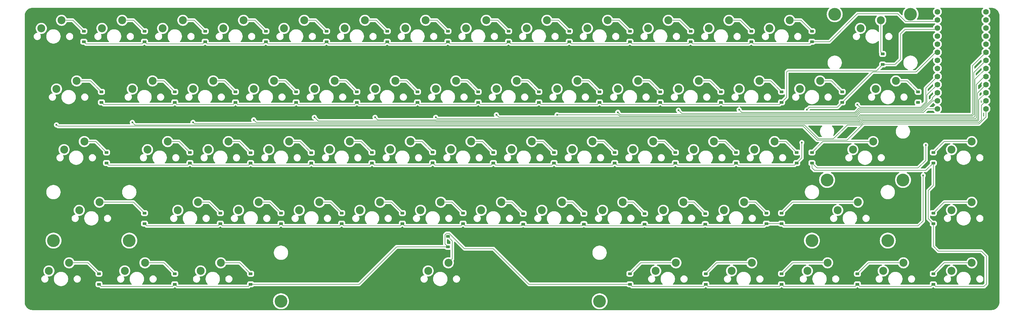
<source format=gbl>
G04 #@! TF.GenerationSoftware,KiCad,Pcbnew,8.0.0*
G04 #@! TF.CreationDate,2025-03-21T19:28:15+07:00*
G04 #@! TF.ProjectId,60Keyboard,36304b65-7962-46f6-9172-642e6b696361,rev?*
G04 #@! TF.SameCoordinates,Original*
G04 #@! TF.FileFunction,Copper,L2,Bot*
G04 #@! TF.FilePolarity,Positive*
%FSLAX46Y46*%
G04 Gerber Fmt 4.6, Leading zero omitted, Abs format (unit mm)*
G04 Created by KiCad (PCBNEW 8.0.0) date 2025-03-21 19:28:15*
%MOMM*%
%LPD*%
G01*
G04 APERTURE LIST*
G04 Aperture macros list*
%AMRoundRect*
0 Rectangle with rounded corners*
0 $1 Rounding radius*
0 $2 $3 $4 $5 $6 $7 $8 $9 X,Y pos of 4 corners*
0 Add a 4 corners polygon primitive as box body*
4,1,4,$2,$3,$4,$5,$6,$7,$8,$9,$2,$3,0*
0 Add four circle primitives for the rounded corners*
1,1,$1+$1,$2,$3*
1,1,$1+$1,$4,$5*
1,1,$1+$1,$6,$7*
1,1,$1+$1,$8,$9*
0 Add four rect primitives between the rounded corners*
20,1,$1+$1,$2,$3,$4,$5,0*
20,1,$1+$1,$4,$5,$6,$7,0*
20,1,$1+$1,$6,$7,$8,$9,0*
20,1,$1+$1,$8,$9,$2,$3,0*%
G04 Aperture macros list end*
G04 #@! TA.AperFunction,ComponentPad*
%ADD10C,2.500000*%
G04 #@! TD*
G04 #@! TA.AperFunction,ComponentPad*
%ADD11C,4.000000*%
G04 #@! TD*
G04 #@! TA.AperFunction,ComponentPad*
%ADD12C,1.778000*%
G04 #@! TD*
G04 #@! TA.AperFunction,SMDPad,CuDef*
%ADD13RoundRect,0.225000X0.375000X-0.225000X0.375000X0.225000X-0.375000X0.225000X-0.375000X-0.225000X0*%
G04 #@! TD*
G04 #@! TA.AperFunction,ViaPad*
%ADD14C,0.600000*%
G04 #@! TD*
G04 #@! TA.AperFunction,Conductor*
%ADD15C,0.200000*%
G04 #@! TD*
G04 APERTURE END LIST*
D10*
X96202500Y-45085000D03*
X102552500Y-42545000D03*
D11*
X254793750Y-2540000D03*
X278606250Y-2540000D03*
D10*
X43815000Y-6985000D03*
X50165000Y-4445000D03*
X200977500Y-64135000D03*
X207327500Y-61595000D03*
X81915000Y-6985000D03*
X88265000Y-4445000D03*
D11*
X180975000Y-92710000D03*
X80962500Y-92710000D03*
D10*
X77152500Y-45085000D03*
X83502500Y-42545000D03*
X5715000Y-6985000D03*
X12065000Y-4445000D03*
X220027500Y-64135000D03*
X226377500Y-61595000D03*
D11*
X33337500Y-73660000D03*
X9525000Y-73660000D03*
D10*
X158115000Y-6985000D03*
X164465000Y-4445000D03*
X12858750Y-45085000D03*
X19208750Y-42545000D03*
X291465000Y-45085000D03*
X297815000Y-42545000D03*
X291465000Y-83185000D03*
X297815000Y-80645000D03*
X262890000Y-6985000D03*
X269240000Y-4445000D03*
X17621250Y-64135000D03*
X23971250Y-61595000D03*
X62865000Y-6985000D03*
X69215000Y-4445000D03*
X86677500Y-64135000D03*
X93027500Y-61595000D03*
X55721250Y-83185000D03*
X62071250Y-80645000D03*
X67627500Y-64135000D03*
X73977500Y-61595000D03*
X34290000Y-26035000D03*
X40640000Y-23495000D03*
X234315000Y-6985000D03*
X240665000Y-4445000D03*
X246221250Y-83185000D03*
X252571250Y-80645000D03*
X162877500Y-64135000D03*
X169227500Y-61595000D03*
X148590000Y-26035000D03*
X154940000Y-23495000D03*
X243840000Y-26035000D03*
X250190000Y-23495000D03*
X31908750Y-83185000D03*
X38258750Y-80645000D03*
X270033750Y-83185000D03*
X276383750Y-80645000D03*
X291465000Y-64135000D03*
X297815000Y-61595000D03*
X167640000Y-26035000D03*
X173990000Y-23495000D03*
X198596250Y-83185000D03*
X204946250Y-80645000D03*
X215265000Y-6985000D03*
X221615000Y-4445000D03*
D11*
X271462500Y-73660000D03*
X247650000Y-73660000D03*
D10*
X134302500Y-45085000D03*
X140652500Y-42545000D03*
D12*
X287041496Y-1770000D03*
X287041496Y-4310000D03*
X287041496Y-6850000D03*
X287041496Y-9390000D03*
X287041496Y-11930000D03*
X287041496Y-14470000D03*
X287041496Y-17010000D03*
X287041496Y-19550000D03*
X287041496Y-22090000D03*
X287041496Y-24630000D03*
X287041496Y-27170000D03*
X287041496Y-29710000D03*
X287041496Y-32250000D03*
X302281496Y-1770000D03*
X302281496Y-4310000D03*
X302281496Y-6850000D03*
X302281496Y-9390000D03*
X302281496Y-11930000D03*
X302281496Y-14470000D03*
X302281496Y-17010000D03*
X302281496Y-19550000D03*
X302281496Y-22090000D03*
X302281496Y-24630000D03*
X302281496Y-27170000D03*
X302281496Y-29710000D03*
X302281496Y-32250000D03*
D10*
X24765000Y-6985000D03*
X31115000Y-4445000D03*
X267652500Y-26035000D03*
X274002500Y-23495000D03*
X222408750Y-83185000D03*
X228758750Y-80645000D03*
X129540000Y-26035000D03*
X135890000Y-23495000D03*
X172402500Y-45085000D03*
X178752500Y-42545000D03*
X224790000Y-26035000D03*
X231140000Y-23495000D03*
X39052500Y-45085000D03*
X45402500Y-42545000D03*
X205740000Y-26035000D03*
X212090000Y-23495000D03*
X91440000Y-26035000D03*
X97790000Y-23495000D03*
X58102500Y-45085000D03*
X64452500Y-42545000D03*
X105727500Y-64135000D03*
X112077500Y-61595000D03*
X110490000Y-26035000D03*
X116840000Y-23495000D03*
X124777500Y-64135000D03*
X131127500Y-61595000D03*
X8096250Y-83185000D03*
X14446250Y-80645000D03*
X210502500Y-45085000D03*
X216852500Y-42545000D03*
X120015000Y-6985000D03*
X126365000Y-4445000D03*
X127158750Y-83185000D03*
X133508750Y-80645000D03*
X186690000Y-26035000D03*
X193040000Y-23495000D03*
X153352500Y-45085000D03*
X159702500Y-42545000D03*
X260508750Y-45085000D03*
X266858750Y-42545000D03*
X255746250Y-64135000D03*
X262096250Y-61595000D03*
X100965000Y-6985000D03*
X107315000Y-4445000D03*
X48577500Y-64135000D03*
X54927500Y-61595000D03*
X115252500Y-45085000D03*
X121602500Y-42545000D03*
X229552500Y-45085000D03*
X235902500Y-42545000D03*
D11*
X276225000Y-54610000D03*
X252412500Y-54610000D03*
D10*
X10477500Y-26035000D03*
X16827500Y-23495000D03*
X72390000Y-26035000D03*
X78740000Y-23495000D03*
X53340000Y-26035000D03*
X59690000Y-23495000D03*
X196215000Y-6985000D03*
X202565000Y-4445000D03*
X143827500Y-64135000D03*
X150177500Y-61595000D03*
X181927500Y-64135000D03*
X188277500Y-61595000D03*
X177165000Y-6985000D03*
X183515000Y-4445000D03*
X139065000Y-6985000D03*
X145415000Y-4445000D03*
X191452500Y-45085000D03*
X197802500Y-42545000D03*
D13*
X133350000Y-11175000D03*
X133350000Y-7875000D03*
X195103750Y-68483750D03*
X195103750Y-65183750D03*
X38100000Y-11175000D03*
X38100000Y-7875000D03*
X38100000Y-68325000D03*
X38100000Y-65025000D03*
X24606250Y-30225000D03*
X24606250Y-26925000D03*
X47625000Y-30225000D03*
X47625000Y-26925000D03*
X285750000Y-68325000D03*
X285750000Y-65025000D03*
X185737500Y-49275000D03*
X185737500Y-45975000D03*
X119062500Y-68325000D03*
X119062500Y-65025000D03*
X223837500Y-49275000D03*
X223837500Y-45975000D03*
X238125000Y-30225000D03*
X238125000Y-26925000D03*
X80962500Y-68325000D03*
X80962500Y-65025000D03*
X247650000Y-11175000D03*
X247650000Y-7875000D03*
X269875000Y-18318750D03*
X269875000Y-15018750D03*
X214312500Y-87375000D03*
X214312500Y-84075000D03*
X285750000Y-49275000D03*
X285750000Y-45975000D03*
X66675000Y-30225000D03*
X66675000Y-26925000D03*
X209550000Y-11175000D03*
X209550000Y-7875000D03*
X147637500Y-49275000D03*
X147637500Y-45975000D03*
X190500000Y-87375000D03*
X190500000Y-84075000D03*
X138112500Y-68325000D03*
X138112500Y-65025000D03*
X176053750Y-68483750D03*
X176053750Y-65183750D03*
X52387500Y-49275000D03*
X52387500Y-45975000D03*
X161925000Y-30225000D03*
X161925000Y-26925000D03*
X133350000Y-75627500D03*
X133350000Y-72327500D03*
X95250000Y-11175000D03*
X95250000Y-7875000D03*
X219075000Y-30225000D03*
X219075000Y-26925000D03*
X128587500Y-49212500D03*
X128587500Y-45912500D03*
X166687500Y-49275000D03*
X166687500Y-45975000D03*
X233362500Y-68325000D03*
X233362500Y-65025000D03*
X247650000Y-49275000D03*
X247650000Y-45975000D03*
X142875000Y-30225000D03*
X142875000Y-26925000D03*
X114300000Y-11175000D03*
X114300000Y-7875000D03*
X57150000Y-11175000D03*
X57150000Y-7875000D03*
X123825000Y-30225000D03*
X123825000Y-26925000D03*
X190500000Y-11175000D03*
X190500000Y-7875000D03*
X19050000Y-11175000D03*
X19050000Y-7875000D03*
X71437500Y-49337500D03*
X71437500Y-46037500D03*
X200025000Y-30225000D03*
X200025000Y-26925000D03*
X90487500Y-49337500D03*
X90487500Y-46037500D03*
X180975000Y-30225000D03*
X180975000Y-26925000D03*
X261937500Y-87375000D03*
X261937500Y-84075000D03*
X104775000Y-30225000D03*
X104775000Y-26925000D03*
X23812500Y-87375000D03*
X23812500Y-84075000D03*
X76200000Y-11175000D03*
X76200000Y-7875000D03*
X152400000Y-11175000D03*
X152400000Y-7875000D03*
X285750000Y-87375000D03*
X285750000Y-84075000D03*
X100012500Y-68325000D03*
X100012500Y-65025000D03*
X71437500Y-87375000D03*
X71437500Y-84075000D03*
X214153750Y-68483750D03*
X214153750Y-65183750D03*
X257175000Y-30225000D03*
X257175000Y-26925000D03*
X204787500Y-49275000D03*
X204787500Y-45975000D03*
X61912500Y-68325000D03*
X61912500Y-65025000D03*
X47625000Y-87375000D03*
X47625000Y-84075000D03*
X171450000Y-11175000D03*
X171450000Y-7875000D03*
X26193750Y-49275000D03*
X26193750Y-45975000D03*
X238125000Y-87375000D03*
X238125000Y-84075000D03*
X85725000Y-30225000D03*
X85725000Y-26925000D03*
X109537500Y-49275000D03*
X109537500Y-45975000D03*
X238125000Y-68325000D03*
X238125000Y-65025000D03*
X280987500Y-30225000D03*
X280987500Y-26925000D03*
X157003750Y-68483750D03*
X157003750Y-65183750D03*
X242887500Y-49275000D03*
X242887500Y-45975000D03*
X228600000Y-11175000D03*
X228600000Y-7875000D03*
D14*
X246062500Y-32543750D03*
X244475000Y-42862500D03*
X280987500Y-30225000D03*
X282575000Y-53181250D03*
X283368750Y-43656250D03*
X10477500Y-37306250D03*
X34290000Y-36512500D03*
X53340000Y-36512500D03*
X72390000Y-35718750D03*
X91440000Y-34925000D03*
X110490000Y-34925000D03*
X129540000Y-34925000D03*
X148590000Y-34131250D03*
X167640000Y-34131250D03*
X186690000Y-33337500D03*
X205740000Y-32702500D03*
X224790000Y-32543750D03*
X261937500Y-30956250D03*
D15*
X15620000Y-4445000D02*
X19050000Y-7875000D01*
X12065000Y-4445000D02*
X15620000Y-4445000D01*
X228600000Y-11175000D02*
X229300000Y-11875000D01*
X38100000Y-11175000D02*
X38800000Y-11875000D01*
X208850000Y-11875000D02*
X209550000Y-11175000D01*
X133350000Y-11175000D02*
X134050000Y-11875000D01*
X152400000Y-11175000D02*
X153100000Y-11875000D01*
X286511496Y-4840000D02*
X287041496Y-4310000D01*
X94550000Y-11875000D02*
X95250000Y-11175000D01*
X190500000Y-11175000D02*
X191200000Y-11875000D01*
X113600000Y-11875000D02*
X114300000Y-11175000D01*
X151700000Y-11875000D02*
X152400000Y-11175000D01*
X227900000Y-11875000D02*
X228600000Y-11175000D01*
X171450000Y-11175000D02*
X172150000Y-11875000D01*
X37400000Y-11875000D02*
X38100000Y-11175000D01*
X134050000Y-11875000D02*
X151700000Y-11875000D01*
X253143750Y-11175000D02*
X261937500Y-2381250D01*
X274637500Y-2381250D02*
X277096250Y-4840000D01*
X172150000Y-11875000D02*
X189800000Y-11875000D01*
X189800000Y-11875000D02*
X190500000Y-11175000D01*
X38800000Y-11875000D02*
X56450000Y-11875000D01*
X246950000Y-11875000D02*
X247650000Y-11175000D01*
X261937500Y-2381250D02*
X274637500Y-2381250D01*
X229300000Y-11875000D02*
X246950000Y-11875000D01*
X209550000Y-11175000D02*
X210250000Y-11875000D01*
X247650000Y-11175000D02*
X253143750Y-11175000D01*
X75500000Y-11875000D02*
X76200000Y-11175000D01*
X76200000Y-11175000D02*
X76900000Y-11875000D01*
X95950000Y-11875000D02*
X113600000Y-11875000D01*
X277096250Y-4840000D02*
X286511496Y-4840000D01*
X210250000Y-11875000D02*
X227900000Y-11875000D01*
X57150000Y-11175000D02*
X57850000Y-11875000D01*
X76900000Y-11875000D02*
X94550000Y-11875000D01*
X114300000Y-11175000D02*
X115000000Y-11875000D01*
X153100000Y-11875000D02*
X170750000Y-11875000D01*
X115000000Y-11875000D02*
X132650000Y-11875000D01*
X191200000Y-11875000D02*
X208850000Y-11875000D01*
X170750000Y-11875000D02*
X171450000Y-11175000D01*
X56450000Y-11875000D02*
X57150000Y-11175000D01*
X19750000Y-11875000D02*
X37400000Y-11875000D01*
X95250000Y-11175000D02*
X95950000Y-11875000D01*
X132650000Y-11875000D02*
X133350000Y-11175000D01*
X19050000Y-11175000D02*
X19750000Y-11875000D01*
X57850000Y-11875000D02*
X75500000Y-11875000D01*
X34670000Y-4445000D02*
X38100000Y-7875000D01*
X31115000Y-4445000D02*
X34670000Y-4445000D01*
X53720000Y-4445000D02*
X57150000Y-7875000D01*
X50165000Y-4445000D02*
X53720000Y-4445000D01*
X72770000Y-4445000D02*
X76200000Y-7875000D01*
X69215000Y-4445000D02*
X72770000Y-4445000D01*
X91820000Y-4445000D02*
X95250000Y-7875000D01*
X88265000Y-4445000D02*
X91820000Y-4445000D01*
X107315000Y-4445000D02*
X110870000Y-4445000D01*
X110870000Y-4445000D02*
X114300000Y-7875000D01*
X129920000Y-4445000D02*
X133350000Y-7875000D01*
X126365000Y-4445000D02*
X129920000Y-4445000D01*
X148970000Y-4445000D02*
X152400000Y-7875000D01*
X145415000Y-4445000D02*
X148970000Y-4445000D01*
X168020000Y-4445000D02*
X171450000Y-7875000D01*
X164465000Y-4445000D02*
X168020000Y-4445000D01*
X187070000Y-4445000D02*
X190500000Y-7875000D01*
X183515000Y-4445000D02*
X187070000Y-4445000D01*
X202565000Y-4445000D02*
X206120000Y-4445000D01*
X206120000Y-4445000D02*
X209550000Y-7875000D01*
X225170000Y-4445000D02*
X228600000Y-7875000D01*
X221615000Y-4445000D02*
X225170000Y-4445000D01*
X240665000Y-4445000D02*
X244220000Y-4445000D01*
X244220000Y-4445000D02*
X247650000Y-7875000D01*
X269240000Y-14383750D02*
X269875000Y-15018750D01*
X269240000Y-4445000D02*
X269240000Y-14383750D01*
X21176250Y-23495000D02*
X24606250Y-26925000D01*
X16827500Y-23495000D02*
X21176250Y-23495000D01*
X85025000Y-30925000D02*
X85725000Y-30225000D01*
X286578996Y-7312500D02*
X287041496Y-6850000D01*
X85725000Y-30225000D02*
X86425000Y-30925000D01*
X200725000Y-30925000D02*
X218375000Y-30925000D01*
X238125000Y-30225000D02*
X239712500Y-28637500D01*
X104075000Y-30925000D02*
X104775000Y-30225000D01*
X161225000Y-30925000D02*
X161925000Y-30225000D01*
X180275000Y-30925000D02*
X180975000Y-30225000D01*
X143575000Y-30925000D02*
X161225000Y-30925000D01*
X25306250Y-30925000D02*
X46925000Y-30925000D01*
X218375000Y-30925000D02*
X219075000Y-30225000D01*
X24606250Y-30225000D02*
X25306250Y-30925000D01*
X142175000Y-30925000D02*
X142875000Y-30225000D01*
X104775000Y-30225000D02*
X105475000Y-30925000D01*
X46925000Y-30925000D02*
X47625000Y-30225000D01*
X66675000Y-30225000D02*
X67375000Y-30925000D01*
X269875000Y-18318750D02*
X273781250Y-18318750D01*
X219075000Y-30225000D02*
X219775000Y-30925000D01*
X123825000Y-30225000D02*
X124525000Y-30925000D01*
X65975000Y-30925000D02*
X66675000Y-30225000D01*
X124525000Y-30925000D02*
X142175000Y-30925000D01*
X275431250Y-8731250D02*
X276850000Y-7312500D01*
X219775000Y-30925000D02*
X237425000Y-30925000D01*
X237425000Y-30925000D02*
X238125000Y-30225000D01*
X267893750Y-20300000D02*
X269875000Y-18318750D01*
X86425000Y-30925000D02*
X104075000Y-30925000D01*
X199325000Y-30925000D02*
X200025000Y-30225000D01*
X48325000Y-30925000D02*
X65975000Y-30925000D01*
X162625000Y-30925000D02*
X180275000Y-30925000D01*
X67375000Y-30925000D02*
X85025000Y-30925000D01*
X181675000Y-30925000D02*
X199325000Y-30925000D01*
X180975000Y-30225000D02*
X181675000Y-30925000D01*
X47625000Y-30225000D02*
X48325000Y-30925000D01*
X123125000Y-30925000D02*
X123825000Y-30225000D01*
X239712500Y-20637500D02*
X240050000Y-20300000D01*
X273781250Y-18318750D02*
X275431250Y-16668750D01*
X275431250Y-16668750D02*
X275431250Y-8731250D01*
X276850000Y-7312500D02*
X286578996Y-7312500D01*
X161925000Y-30225000D02*
X162625000Y-30925000D01*
X142875000Y-30225000D02*
X143575000Y-30925000D01*
X240050000Y-20300000D02*
X267893750Y-20300000D01*
X200025000Y-30225000D02*
X200725000Y-30925000D01*
X105475000Y-30925000D02*
X123125000Y-30925000D01*
X239712500Y-28637500D02*
X239712500Y-20637500D01*
X44195000Y-23495000D02*
X47625000Y-26925000D01*
X40640000Y-23495000D02*
X44195000Y-23495000D01*
X63245000Y-23495000D02*
X66675000Y-26925000D01*
X59690000Y-23495000D02*
X63245000Y-23495000D01*
X78740000Y-23495000D02*
X82295000Y-23495000D01*
X82295000Y-23495000D02*
X85725000Y-26925000D01*
X101345000Y-23495000D02*
X104775000Y-26925000D01*
X97790000Y-23495000D02*
X101345000Y-23495000D01*
X120395000Y-23495000D02*
X123825000Y-26925000D01*
X116840000Y-23495000D02*
X120395000Y-23495000D01*
X135890000Y-23495000D02*
X139445000Y-23495000D01*
X139445000Y-23495000D02*
X142875000Y-26925000D01*
X158495000Y-23495000D02*
X161925000Y-26925000D01*
X154940000Y-23495000D02*
X158495000Y-23495000D01*
X177545000Y-23495000D02*
X180975000Y-26925000D01*
X173990000Y-23495000D02*
X177545000Y-23495000D01*
X196595000Y-23495000D02*
X200025000Y-26925000D01*
X193040000Y-23495000D02*
X196595000Y-23495000D01*
X212090000Y-23495000D02*
X215645000Y-23495000D01*
X215645000Y-23495000D02*
X219075000Y-26925000D01*
X234695000Y-23495000D02*
X238125000Y-26925000D01*
X231140000Y-23495000D02*
X234695000Y-23495000D01*
X253745000Y-23495000D02*
X257175000Y-26925000D01*
X250190000Y-23495000D02*
X253745000Y-23495000D01*
X274002500Y-23495000D02*
X277557500Y-23495000D01*
X277557500Y-23495000D02*
X280987500Y-26925000D01*
X19208750Y-42545000D02*
X22763750Y-42545000D01*
X22763750Y-42545000D02*
X26193750Y-45975000D01*
X26893750Y-49975000D02*
X51687500Y-49975000D01*
X110237500Y-49975000D02*
X127825000Y-49975000D01*
X51687500Y-49975000D02*
X52387500Y-49275000D01*
X147637500Y-49275000D02*
X148337500Y-49975000D01*
X244475000Y-47687500D02*
X242887500Y-49275000D01*
X148337500Y-49975000D02*
X165987500Y-49975000D01*
X53087500Y-49975000D02*
X70800000Y-49975000D01*
X255650000Y-31750000D02*
X257175000Y-30225000D01*
X242187500Y-49975000D02*
X242887500Y-49275000D01*
X166687500Y-49275000D02*
X167387500Y-49975000D01*
X71437500Y-49337500D02*
X72075000Y-49975000D01*
X186437500Y-49975000D02*
X204087500Y-49975000D01*
X90487500Y-49337500D02*
X91125000Y-49975000D01*
X165987500Y-49975000D02*
X166687500Y-49275000D01*
X108837500Y-49975000D02*
X109537500Y-49275000D01*
X286541496Y-14470000D02*
X287041496Y-14470000D01*
X129350000Y-49975000D02*
X146937500Y-49975000D01*
X185737500Y-49275000D02*
X186437500Y-49975000D01*
X127825000Y-49975000D02*
X128587500Y-49212500D01*
X72075000Y-49975000D02*
X89850000Y-49975000D01*
X70800000Y-49975000D02*
X71437500Y-49337500D01*
X246062500Y-32543750D02*
X246856250Y-31750000D01*
X246856250Y-31750000D02*
X255650000Y-31750000D01*
X146937500Y-49975000D02*
X147637500Y-49275000D01*
X167387500Y-49975000D02*
X185037500Y-49975000D01*
X244475000Y-42862500D02*
X244475000Y-47687500D01*
X52387500Y-49275000D02*
X53087500Y-49975000D01*
X280500000Y-20500000D02*
X280511496Y-20500000D01*
X257175000Y-30225000D02*
X266700000Y-20700000D01*
X280511496Y-20500000D02*
X286541496Y-14470000D01*
X223837500Y-49275000D02*
X224537500Y-49975000D01*
X26193750Y-49275000D02*
X26893750Y-49975000D01*
X266700000Y-20700000D02*
X280300000Y-20700000D01*
X205487500Y-49975000D02*
X223137500Y-49975000D01*
X185037500Y-49975000D02*
X185737500Y-49275000D01*
X204787500Y-49275000D02*
X205487500Y-49975000D01*
X223137500Y-49975000D02*
X223837500Y-49275000D01*
X128587500Y-49212500D02*
X129350000Y-49975000D01*
X91125000Y-49975000D02*
X108837500Y-49975000D01*
X204087500Y-49975000D02*
X204787500Y-49275000D01*
X109537500Y-49275000D02*
X110237500Y-49975000D01*
X89850000Y-49975000D02*
X90487500Y-49337500D01*
X224537500Y-49975000D02*
X242187500Y-49975000D01*
X280300000Y-20700000D02*
X280500000Y-20500000D01*
X45402500Y-42545000D02*
X48957500Y-42545000D01*
X48957500Y-42545000D02*
X52387500Y-45975000D01*
X67945000Y-42545000D02*
X71437500Y-46037500D01*
X64452500Y-42545000D02*
X67945000Y-42545000D01*
X83502500Y-42545000D02*
X86995000Y-42545000D01*
X86995000Y-42545000D02*
X90487500Y-46037500D01*
X102552500Y-42545000D02*
X106107500Y-42545000D01*
X106107500Y-42545000D02*
X109537500Y-45975000D01*
X125220000Y-42545000D02*
X128587500Y-45912500D01*
X121602500Y-42545000D02*
X125220000Y-42545000D01*
X140652500Y-42545000D02*
X144207500Y-42545000D01*
X144207500Y-42545000D02*
X147637500Y-45975000D01*
X159702500Y-42545000D02*
X163257500Y-42545000D01*
X163257500Y-42545000D02*
X166687500Y-45975000D01*
X178752500Y-42545000D02*
X182307500Y-42545000D01*
X182307500Y-42545000D02*
X185737500Y-45975000D01*
X201357500Y-42545000D02*
X204787500Y-45975000D01*
X197802500Y-42545000D02*
X201357500Y-42545000D01*
X216852500Y-42545000D02*
X220407500Y-42545000D01*
X220407500Y-42545000D02*
X223837500Y-45975000D01*
X247650000Y-45975000D02*
X251080000Y-42545000D01*
X251080000Y-42545000D02*
X266858750Y-42545000D01*
X34670000Y-61595000D02*
X38100000Y-65025000D01*
X23971250Y-61595000D02*
X34670000Y-61595000D01*
X80962500Y-68325000D02*
X81662500Y-69025000D01*
X232662500Y-69025000D02*
X233362500Y-68325000D01*
X194562500Y-69025000D02*
X195103750Y-68483750D01*
X99312500Y-69025000D02*
X100012500Y-68325000D01*
X100012500Y-68325000D02*
X100712500Y-69025000D01*
X176595000Y-69025000D02*
X194562500Y-69025000D01*
X238918750Y-69056250D02*
X280987500Y-69056250D01*
X38100000Y-68325000D02*
X38800000Y-69025000D01*
X214153750Y-68483750D02*
X214695000Y-69025000D01*
X80262500Y-69025000D02*
X80962500Y-68325000D01*
X213612500Y-69025000D02*
X214153750Y-68483750D01*
X138812500Y-69025000D02*
X156462500Y-69025000D01*
X137412500Y-69025000D02*
X138112500Y-68325000D01*
X156462500Y-69025000D02*
X157003750Y-68483750D01*
X118362500Y-69025000D02*
X119062500Y-68325000D01*
X81662500Y-69025000D02*
X99312500Y-69025000D01*
X280987500Y-69056250D02*
X282575000Y-67468750D01*
X233362500Y-68325000D02*
X238125000Y-68325000D01*
X100712500Y-69025000D02*
X118362500Y-69025000D01*
X61212500Y-69025000D02*
X61912500Y-68325000D01*
X119762500Y-69025000D02*
X137412500Y-69025000D01*
X195645000Y-69025000D02*
X213612500Y-69025000D01*
X175512500Y-69025000D02*
X176053750Y-68483750D01*
X282575000Y-67468750D02*
X282575000Y-53181250D01*
X238856250Y-69056250D02*
X238918750Y-69056250D01*
X214695000Y-69025000D02*
X232662500Y-69025000D01*
X138112500Y-68325000D02*
X138812500Y-69025000D01*
X157003750Y-68483750D02*
X157545000Y-69025000D01*
X38800000Y-69025000D02*
X61212500Y-69025000D01*
X238125000Y-68325000D02*
X238856250Y-69056250D01*
X119062500Y-68325000D02*
X119762500Y-69025000D01*
X176053750Y-68483750D02*
X176595000Y-69025000D01*
X195103750Y-68483750D02*
X195645000Y-69025000D01*
X62612500Y-69025000D02*
X80262500Y-69025000D01*
X61912500Y-68325000D02*
X62612500Y-69025000D01*
X157545000Y-69025000D02*
X175512500Y-69025000D01*
X54927500Y-61595000D02*
X58482500Y-61595000D01*
X58482500Y-61595000D02*
X61912500Y-65025000D01*
X77532500Y-61595000D02*
X80962500Y-65025000D01*
X73977500Y-61595000D02*
X77532500Y-61595000D01*
X96582500Y-61595000D02*
X100012500Y-65025000D01*
X93027500Y-61595000D02*
X96582500Y-61595000D01*
X115632500Y-61595000D02*
X119062500Y-65025000D01*
X112077500Y-61595000D02*
X115632500Y-61595000D01*
X134682500Y-61595000D02*
X138112500Y-65025000D01*
X131127500Y-61595000D02*
X134682500Y-61595000D01*
X150177500Y-61595000D02*
X153415000Y-61595000D01*
X153415000Y-61595000D02*
X157003750Y-65183750D01*
X172465000Y-61595000D02*
X176053750Y-65183750D01*
X169227500Y-61595000D02*
X172465000Y-61595000D01*
X188277500Y-61595000D02*
X191515000Y-61595000D01*
X191515000Y-61595000D02*
X195103750Y-65183750D01*
X207327500Y-61595000D02*
X210565000Y-61595000D01*
X210565000Y-61595000D02*
X214153750Y-65183750D01*
X226377500Y-61595000D02*
X229932500Y-61595000D01*
X229932500Y-61595000D02*
X233362500Y-65025000D01*
X238125000Y-65025000D02*
X241555000Y-61595000D01*
X241555000Y-61595000D02*
X262096250Y-61595000D01*
X14446250Y-80645000D02*
X20382500Y-80645000D01*
X20382500Y-80645000D02*
X23812500Y-84075000D01*
X247650000Y-50800000D02*
X247650000Y-49275000D01*
X132450000Y-71878804D02*
X132450000Y-74727500D01*
X70737500Y-88075000D02*
X71437500Y-87375000D01*
X248443750Y-51593750D02*
X247650000Y-50800000D01*
X287337500Y-76993750D02*
X285750000Y-75406250D01*
X283368750Y-43656250D02*
X283368750Y-48418750D01*
X117253750Y-75627500D02*
X133350000Y-75627500D01*
X280987500Y-50800000D02*
X249175000Y-50800000D01*
X285050000Y-88075000D02*
X285750000Y-87375000D01*
X285750000Y-87375000D02*
X286481250Y-88106250D01*
X284162500Y-66737500D02*
X284162500Y-57943750D01*
X138571196Y-76200000D02*
X133808696Y-71437500D01*
X301625000Y-88106250D02*
X302418750Y-87312500D01*
X47625000Y-87375000D02*
X48325000Y-88075000D01*
X283368750Y-48418750D02*
X280987500Y-50800000D01*
X302418750Y-78581250D02*
X300831250Y-76993750D01*
X213612500Y-88075000D02*
X214312500Y-87375000D01*
X249175000Y-50800000D02*
X247650000Y-49275000D01*
X215012500Y-88075000D02*
X237425000Y-88075000D01*
X262637500Y-88075000D02*
X285050000Y-88075000D01*
X238125000Y-87375000D02*
X238825000Y-88075000D01*
X190500000Y-87375000D02*
X191200000Y-88075000D01*
X285750000Y-49275000D02*
X283431250Y-51593750D01*
X285750000Y-56356250D02*
X285750000Y-49275000D01*
X46925000Y-88075000D02*
X47625000Y-87375000D01*
X284162500Y-57943750D02*
X285750000Y-56356250D01*
X286481250Y-88106250D02*
X301625000Y-88106250D01*
X300831250Y-76993750D02*
X287337500Y-76993750D01*
X48325000Y-88075000D02*
X70737500Y-88075000D01*
X105506250Y-87375000D02*
X117253750Y-75627500D01*
X133808696Y-71437500D02*
X132891304Y-71437500D01*
X132891304Y-71437500D02*
X132450000Y-71878804D01*
X147637500Y-76200000D02*
X138571196Y-76200000D01*
X285750000Y-75406250D02*
X285750000Y-68325000D01*
X23812500Y-87375000D02*
X24512500Y-88075000D01*
X237425000Y-88075000D02*
X238125000Y-87375000D01*
X24512500Y-88075000D02*
X46925000Y-88075000D01*
X302418750Y-87312500D02*
X302418750Y-78581250D01*
X214312500Y-87375000D02*
X215012500Y-88075000D01*
X261237500Y-88075000D02*
X261937500Y-87375000D01*
X132450000Y-74727500D02*
X133350000Y-75627500D01*
X283431250Y-51593750D02*
X248443750Y-51593750D01*
X238825000Y-88075000D02*
X261237500Y-88075000D01*
X158812500Y-87375000D02*
X147637500Y-76200000D01*
X285750000Y-68325000D02*
X284162500Y-66737500D01*
X190500000Y-87375000D02*
X158812500Y-87375000D01*
X191200000Y-88075000D02*
X213612500Y-88075000D01*
X71437500Y-87375000D02*
X105506250Y-87375000D01*
X261937500Y-87375000D02*
X262637500Y-88075000D01*
X38258750Y-80645000D02*
X44195000Y-80645000D01*
X44195000Y-80645000D02*
X47625000Y-84075000D01*
X68007500Y-80645000D02*
X71437500Y-84075000D01*
X62071250Y-80645000D02*
X68007500Y-80645000D01*
X133350000Y-72327500D02*
X134758749Y-73736249D01*
X134758749Y-79395001D02*
X133508750Y-80645000D01*
X134758749Y-73736249D02*
X134758749Y-79395001D01*
X190500000Y-84075000D02*
X193930000Y-80645000D01*
X193930000Y-80645000D02*
X204946250Y-80645000D01*
X214312500Y-84075000D02*
X217742500Y-80645000D01*
X217742500Y-80645000D02*
X228758750Y-80645000D01*
X241555000Y-80645000D02*
X252571250Y-80645000D01*
X238125000Y-84075000D02*
X241555000Y-80645000D01*
X261937500Y-84075000D02*
X265367500Y-80645000D01*
X265367500Y-80645000D02*
X276383750Y-80645000D01*
X258717350Y-42113900D02*
X249282650Y-42113900D01*
X302281496Y-34834189D02*
X300089585Y-37026100D01*
X300089585Y-37026100D02*
X263805150Y-37026100D01*
X10908750Y-37737500D02*
X10477500Y-37306250D01*
X244906250Y-37737500D02*
X10908750Y-37737500D01*
X302281496Y-32250000D02*
X302281496Y-34834189D01*
X249282650Y-42113900D02*
X244906250Y-37737500D01*
X263805150Y-37026100D02*
X258717350Y-42113900D01*
X262919115Y-37337500D02*
X258731250Y-37337500D01*
X300831250Y-35718750D02*
X300037500Y-36512500D01*
X254354850Y-41713900D02*
X249645150Y-41713900D01*
X258731250Y-37337500D02*
X254354850Y-41713900D01*
X300831250Y-31160246D02*
X300831250Y-35718750D01*
X263744115Y-36512500D02*
X262919115Y-37337500D01*
X302281496Y-29710000D02*
X300831250Y-31160246D01*
X300037500Y-36512500D02*
X263744115Y-36512500D01*
X249645150Y-41713900D02*
X245268750Y-37337500D01*
X35115000Y-37337500D02*
X34290000Y-36512500D01*
X245268750Y-37337500D02*
X35115000Y-37337500D01*
X262753429Y-36937500D02*
X53765000Y-36937500D01*
X300037500Y-29413996D02*
X300037500Y-35718750D01*
X263578429Y-36112500D02*
X262753429Y-36937500D01*
X53765000Y-36937500D02*
X53340000Y-36512500D01*
X299643750Y-36112500D02*
X263578429Y-36112500D01*
X300037500Y-35718750D02*
X299643750Y-36112500D01*
X302281496Y-27170000D02*
X300037500Y-29413996D01*
X299478064Y-35712500D02*
X263412744Y-35712500D01*
X263412744Y-35712500D02*
X262587743Y-36537500D01*
X73208750Y-36537500D02*
X72390000Y-35718750D01*
X299637500Y-27273996D02*
X299637500Y-35553064D01*
X299637500Y-35553064D02*
X299478064Y-35712500D01*
X262587743Y-36537500D02*
X73208750Y-36537500D01*
X302281496Y-24630000D02*
X299637500Y-27273996D01*
X92633750Y-36118750D02*
X129602378Y-36118750D01*
X262422058Y-36137500D02*
X263247058Y-35312500D01*
X299084314Y-35312500D02*
X299237500Y-35159314D01*
X263247058Y-35312500D02*
X299084314Y-35312500D01*
X299237500Y-35159314D02*
X299237500Y-24633996D01*
X91440000Y-34925000D02*
X92633750Y-36118750D01*
X129621129Y-36137500D02*
X262422058Y-36137500D01*
X129602378Y-36118750D02*
X129621129Y-36137500D01*
X299237500Y-24633996D02*
X302281496Y-21590000D01*
X298521814Y-34912500D02*
X298837500Y-34596814D01*
X129786814Y-35737500D02*
X262256371Y-35737500D01*
X298837500Y-34596814D02*
X298837500Y-22993996D01*
X110490000Y-34925000D02*
X111283750Y-35718750D01*
X298837500Y-22993996D02*
X302281496Y-19550000D01*
X129768064Y-35718750D02*
X129786814Y-35737500D01*
X262256371Y-35737500D02*
X263081371Y-34912500D01*
X111283750Y-35718750D02*
X129768064Y-35718750D01*
X263081371Y-34912500D02*
X298521814Y-34912500D01*
X298437500Y-20853996D02*
X298437500Y-34062500D01*
X298437500Y-34062500D02*
X297987499Y-34512500D01*
X262090686Y-35337500D02*
X129952500Y-35337500D01*
X297987499Y-34512500D02*
X262915686Y-34512500D01*
X262915686Y-34512500D02*
X262090686Y-35337500D01*
X302281496Y-17010000D02*
X298437500Y-20853996D01*
X129952500Y-35337500D02*
X129540000Y-34925000D01*
X297821814Y-34112500D02*
X298037500Y-33896814D01*
X148590000Y-34131250D02*
X149396250Y-34937500D01*
X149396250Y-34937500D02*
X261925000Y-34937500D01*
X298037500Y-18713996D02*
X302281496Y-14470000D01*
X298037500Y-33896814D02*
X298037500Y-18713996D01*
X262750000Y-34112500D02*
X297821814Y-34112500D01*
X261925000Y-34937500D02*
X262750000Y-34112500D01*
X167640000Y-34131250D02*
X186918064Y-34131250D01*
X187324314Y-34537500D02*
X261640808Y-34537500D01*
X262828308Y-33350000D02*
X282650000Y-33350000D01*
X283750000Y-32250000D02*
X287041496Y-32250000D01*
X282650000Y-33350000D02*
X283750000Y-32250000D01*
X261640808Y-34537500D02*
X262828308Y-33350000D01*
X186918064Y-34131250D02*
X187324314Y-34537500D01*
X285518308Y-29710000D02*
X282278308Y-32950000D01*
X282278308Y-32950000D02*
X262662622Y-32950000D01*
X287041496Y-29710000D02*
X285518308Y-29710000D01*
X187490000Y-34137500D02*
X186690000Y-33337500D01*
X261475122Y-34137500D02*
X187490000Y-34137500D01*
X262662622Y-32950000D02*
X261475122Y-34137500D01*
X262496936Y-32550000D02*
X282112622Y-32550000D01*
X282112622Y-32550000D02*
X285500000Y-29162622D01*
X206775000Y-33737500D02*
X261309436Y-33737500D01*
X285500000Y-29162622D02*
X285500000Y-28711496D01*
X261309436Y-33737500D02*
X262496936Y-32550000D01*
X205740000Y-32702500D02*
X206775000Y-33737500D01*
X285500000Y-28711496D02*
X287041496Y-27170000D01*
X262331250Y-32150000D02*
X281946936Y-32150000D01*
X225583750Y-33337500D02*
X261143750Y-33337500D01*
X281946936Y-32150000D02*
X283768750Y-30328186D01*
X283768750Y-30328186D02*
X283768750Y-27902746D01*
X224790000Y-32543750D02*
X225583750Y-33337500D01*
X261143750Y-33337500D02*
X262331250Y-32150000D01*
X283768750Y-27902746D02*
X287041496Y-24630000D01*
X283368750Y-30162500D02*
X283368750Y-25762746D01*
X281781250Y-31750000D02*
X283368750Y-30162500D01*
X261937500Y-30956250D02*
X262731250Y-31750000D01*
X262731250Y-31750000D02*
X281781250Y-31750000D01*
X283368750Y-25762746D02*
X287041496Y-22090000D01*
X239457500Y-42545000D02*
X242887500Y-45975000D01*
X235902500Y-42545000D02*
X239457500Y-42545000D01*
X285750000Y-45975000D02*
X289180000Y-42545000D01*
X289180000Y-42545000D02*
X297815000Y-42545000D01*
X289180000Y-61595000D02*
X297815000Y-61595000D01*
X285750000Y-65025000D02*
X289180000Y-61595000D01*
X285750000Y-84075000D02*
X289180000Y-80645000D01*
X289180000Y-80645000D02*
X297815000Y-80645000D01*
G04 #@! TA.AperFunction,NonConductor*
G36*
X286116144Y-520185D02*
G01*
X286161899Y-572989D01*
X286171843Y-642147D01*
X286142818Y-705703D01*
X286125270Y-722350D01*
X286111086Y-733390D01*
X286097190Y-744206D01*
X286097185Y-744211D01*
X285941224Y-913629D01*
X285815278Y-1106405D01*
X285722778Y-1317285D01*
X285666249Y-1540515D01*
X285647234Y-1769994D01*
X285647234Y-1770005D01*
X285666249Y-1999484D01*
X285722778Y-2222714D01*
X285815278Y-2433594D01*
X285941224Y-2626370D01*
X285941227Y-2626373D01*
X286097188Y-2795792D01*
X286171979Y-2854004D01*
X286282955Y-2940380D01*
X286281972Y-2941641D01*
X286322679Y-2989349D01*
X286332096Y-3058581D01*
X286302588Y-3121914D01*
X286282632Y-3139205D01*
X286282955Y-3139620D01*
X286097190Y-3284206D01*
X286097185Y-3284211D01*
X285941224Y-3453629D01*
X285815278Y-3646405D01*
X285722778Y-3857285D01*
X285666250Y-4080509D01*
X285666014Y-4083355D01*
X285662502Y-4125740D01*
X285637349Y-4190924D01*
X285580948Y-4232163D01*
X285538926Y-4239500D01*
X280709055Y-4239500D01*
X280642016Y-4219815D01*
X280596261Y-4167011D01*
X280586317Y-4097853D01*
X280613511Y-4036460D01*
X280633196Y-4012664D01*
X280633198Y-4012661D01*
X280663774Y-3964481D01*
X280801787Y-3747007D01*
X280935753Y-3462315D01*
X281032981Y-3163079D01*
X281091938Y-2854015D01*
X281091939Y-2854004D01*
X281111694Y-2540005D01*
X281111694Y-2539994D01*
X281091939Y-2225995D01*
X281091938Y-2225988D01*
X281091938Y-2225985D01*
X281032981Y-1916921D01*
X280935753Y-1617685D01*
X280915298Y-1574217D01*
X280801788Y-1332996D01*
X280801787Y-1332993D01*
X280716253Y-1198213D01*
X280633198Y-1067338D01*
X280633195Y-1067334D01*
X280432643Y-824909D01*
X280432641Y-824907D01*
X280396196Y-790683D01*
X280315486Y-714891D01*
X280280092Y-654651D01*
X280282885Y-584837D01*
X280322979Y-527616D01*
X280387644Y-501155D01*
X280400371Y-500500D01*
X286049105Y-500500D01*
X286116144Y-520185D01*
G37*
G04 #@! TD.AperFunction*
G04 #@! TA.AperFunction,NonConductor*
G36*
X300806568Y-16896676D02*
G01*
X300862501Y-16938548D01*
X300886918Y-17004012D01*
X300887054Y-17007844D01*
X300906249Y-17239484D01*
X300948870Y-17407793D01*
X300946244Y-17477614D01*
X300916345Y-17525914D01*
X298849681Y-19592579D01*
X298788358Y-19626064D01*
X298718666Y-19621080D01*
X298662733Y-19579208D01*
X298638316Y-19513744D01*
X298638000Y-19504898D01*
X298638000Y-19014092D01*
X298657685Y-18947053D01*
X298674314Y-18926416D01*
X300675553Y-16925176D01*
X300736876Y-16891692D01*
X300806568Y-16896676D01*
G37*
G04 #@! TD.AperFunction*
G04 #@! TA.AperFunction,NonConductor*
G36*
X286169462Y-7932685D02*
G01*
X286178585Y-7939146D01*
X286282954Y-8020379D01*
X286281971Y-8021640D01*
X286322679Y-8069349D01*
X286332096Y-8138581D01*
X286302588Y-8201914D01*
X286282632Y-8219205D01*
X286282955Y-8219620D01*
X286097190Y-8364206D01*
X286097185Y-8364211D01*
X285941224Y-8533629D01*
X285815278Y-8726405D01*
X285722778Y-8937285D01*
X285666249Y-9160515D01*
X285647234Y-9389994D01*
X285647234Y-9390005D01*
X285666249Y-9619484D01*
X285722778Y-9842714D01*
X285815278Y-10053594D01*
X285941224Y-10246370D01*
X285944530Y-10249961D01*
X286097188Y-10415792D01*
X286189464Y-10487613D01*
X286282955Y-10560380D01*
X286281972Y-10561641D01*
X286322679Y-10609349D01*
X286332096Y-10678581D01*
X286302588Y-10741914D01*
X286282632Y-10759205D01*
X286282955Y-10759620D01*
X286097190Y-10904206D01*
X286097185Y-10904211D01*
X285941224Y-11073629D01*
X285815278Y-11266405D01*
X285722778Y-11477285D01*
X285666250Y-11700511D01*
X285666249Y-11700513D01*
X285647234Y-11929994D01*
X285647234Y-11930005D01*
X285666249Y-12159484D01*
X285722778Y-12382714D01*
X285815278Y-12593594D01*
X285941224Y-12786370D01*
X285941227Y-12786373D01*
X286097188Y-12955792D01*
X286214087Y-13046778D01*
X286282955Y-13100380D01*
X286281972Y-13101641D01*
X286322679Y-13149349D01*
X286332096Y-13218581D01*
X286302588Y-13281914D01*
X286282632Y-13299205D01*
X286282955Y-13299620D01*
X286097190Y-13444206D01*
X286097185Y-13444211D01*
X285941224Y-13613629D01*
X285815278Y-13806405D01*
X285722778Y-14017285D01*
X285666249Y-14240515D01*
X285646919Y-14473793D01*
X285621766Y-14538978D01*
X285611024Y-14551234D01*
X280170028Y-19992231D01*
X280144349Y-20011936D01*
X280131286Y-20019478D01*
X280131280Y-20019482D01*
X280087584Y-20063180D01*
X280026261Y-20096666D01*
X279999902Y-20099500D01*
X279494773Y-20099500D01*
X279427734Y-20079815D01*
X279381979Y-20027011D01*
X279372035Y-19957853D01*
X279401060Y-19894297D01*
X279447321Y-19860939D01*
X279601044Y-19797265D01*
X279601047Y-19797263D01*
X279601053Y-19797261D01*
X279855847Y-19650155D01*
X280089261Y-19471050D01*
X280297300Y-19263011D01*
X280476405Y-19029597D01*
X280623511Y-18774803D01*
X280736100Y-18502987D01*
X280812248Y-18218800D01*
X280850650Y-17927106D01*
X280850650Y-17632894D01*
X280812248Y-17341200D01*
X280736100Y-17057013D01*
X280728004Y-17037467D01*
X280623515Y-16785205D01*
X280623507Y-16785189D01*
X280476409Y-16530410D01*
X280476405Y-16530403D01*
X280297300Y-16296989D01*
X280297295Y-16296983D01*
X280089266Y-16088954D01*
X280089259Y-16088948D01*
X279855855Y-15909851D01*
X279855853Y-15909849D01*
X279855847Y-15909845D01*
X279855842Y-15909842D01*
X279855839Y-15909840D01*
X279601060Y-15762742D01*
X279601044Y-15762734D01*
X279329244Y-15650152D01*
X279294327Y-15640796D01*
X279045050Y-15574002D01*
X279045049Y-15574001D01*
X279045046Y-15574001D01*
X278753366Y-15535601D01*
X278753361Y-15535600D01*
X278753356Y-15535600D01*
X278459144Y-15535600D01*
X278459138Y-15535600D01*
X278459133Y-15535601D01*
X278167453Y-15574001D01*
X277883255Y-15650152D01*
X277611455Y-15762734D01*
X277611439Y-15762742D01*
X277356660Y-15909840D01*
X277356644Y-15909851D01*
X277123240Y-16088948D01*
X277123233Y-16088954D01*
X276915204Y-16296983D01*
X276915198Y-16296990D01*
X276736101Y-16530394D01*
X276736090Y-16530410D01*
X276588992Y-16785189D01*
X276588984Y-16785205D01*
X276476402Y-17057005D01*
X276400251Y-17341203D01*
X276361851Y-17632883D01*
X276361850Y-17632900D01*
X276361850Y-17927099D01*
X276361851Y-17927116D01*
X276395248Y-18180796D01*
X276400252Y-18218800D01*
X276470831Y-18482205D01*
X276476402Y-18502994D01*
X276588984Y-18774794D01*
X276588992Y-18774810D01*
X276736090Y-19029589D01*
X276736101Y-19029605D01*
X276915198Y-19263009D01*
X276915204Y-19263016D01*
X277123233Y-19471045D01*
X277123240Y-19471051D01*
X277226135Y-19550005D01*
X277356653Y-19650155D01*
X277356660Y-19650159D01*
X277611439Y-19797257D01*
X277611455Y-19797265D01*
X277765179Y-19860939D01*
X277819583Y-19904780D01*
X277841648Y-19971074D01*
X277824369Y-20038773D01*
X277773232Y-20086384D01*
X277717727Y-20099500D01*
X269242847Y-20099500D01*
X269175808Y-20079815D01*
X269130053Y-20027011D01*
X269120109Y-19957853D01*
X269149134Y-19894297D01*
X269155166Y-19887819D01*
X269737417Y-19305568D01*
X269798740Y-19272083D01*
X269825098Y-19269249D01*
X270298338Y-19269249D01*
X270298344Y-19269249D01*
X270298352Y-19269248D01*
X270298355Y-19269248D01*
X270359431Y-19263009D01*
X270397708Y-19259099D01*
X270558697Y-19205753D01*
X270703044Y-19116718D01*
X270822968Y-18996794D01*
X270834465Y-18978153D01*
X270886412Y-18931429D01*
X270940004Y-18919250D01*
X273694581Y-18919250D01*
X273694597Y-18919251D01*
X273702193Y-18919251D01*
X273860304Y-18919251D01*
X273860307Y-18919251D01*
X274013035Y-18878327D01*
X274063154Y-18849389D01*
X274149966Y-18799270D01*
X274261770Y-18687466D01*
X274261770Y-18687464D01*
X274271978Y-18677257D01*
X274271980Y-18677254D01*
X275789756Y-17159478D01*
X275789761Y-17159474D01*
X275799964Y-17149270D01*
X275799966Y-17149270D01*
X275911770Y-17037466D01*
X275990827Y-16900534D01*
X276031750Y-16747807D01*
X276031750Y-9031347D01*
X276051435Y-8964308D01*
X276068069Y-8943666D01*
X277062416Y-7949319D01*
X277123739Y-7915834D01*
X277150097Y-7913000D01*
X286102423Y-7913000D01*
X286169462Y-7932685D01*
G37*
G04 #@! TD.AperFunction*
G04 #@! TA.AperFunction,NonConductor*
G36*
X300806568Y-19436676D02*
G01*
X300862501Y-19478548D01*
X300886918Y-19544012D01*
X300887054Y-19547844D01*
X300906249Y-19779484D01*
X300948870Y-19947793D01*
X300946244Y-20017614D01*
X300916345Y-20065914D01*
X299249681Y-21732579D01*
X299188358Y-21766064D01*
X299118666Y-21761080D01*
X299062733Y-21719208D01*
X299038316Y-21653744D01*
X299038000Y-21644898D01*
X299038000Y-21154092D01*
X299057685Y-21087053D01*
X299074314Y-21066416D01*
X300675553Y-19465176D01*
X300736876Y-19431692D01*
X300806568Y-19436676D01*
G37*
G04 #@! TD.AperFunction*
G04 #@! TA.AperFunction,NonConductor*
G36*
X300955540Y-23867704D02*
G01*
X301011473Y-23909576D01*
X301035890Y-23975040D01*
X301025762Y-24033696D01*
X300962778Y-24177285D01*
X300906249Y-24400515D01*
X300887234Y-24629994D01*
X300887234Y-24630005D01*
X300906249Y-24859484D01*
X300948870Y-25027793D01*
X300946244Y-25097614D01*
X300916345Y-25145914D01*
X300049681Y-26012579D01*
X299988358Y-26046064D01*
X299918667Y-26041080D01*
X299862733Y-25999208D01*
X299838316Y-25933744D01*
X299838000Y-25924898D01*
X299838000Y-24934092D01*
X299857685Y-24867053D01*
X299874314Y-24846416D01*
X300824525Y-23896204D01*
X300885848Y-23862720D01*
X300955540Y-23867704D01*
G37*
G04 #@! TD.AperFunction*
G04 #@! TA.AperFunction,NonConductor*
G36*
X285566568Y-24516676D02*
G01*
X285622501Y-24558548D01*
X285646918Y-24624012D01*
X285647054Y-24627844D01*
X285666249Y-24859484D01*
X285708870Y-25027792D01*
X285706245Y-25097612D01*
X285676345Y-25145913D01*
X284180931Y-26641328D01*
X284119608Y-26674813D01*
X284049916Y-26669829D01*
X283993983Y-26627957D01*
X283969566Y-26562493D01*
X283969250Y-26553647D01*
X283969250Y-26062842D01*
X283988935Y-25995803D01*
X284005564Y-25975166D01*
X285435553Y-24545176D01*
X285496876Y-24511692D01*
X285566568Y-24516676D01*
G37*
G04 #@! TD.AperFunction*
G04 #@! TA.AperFunction,NonConductor*
G36*
X300806568Y-27056676D02*
G01*
X300862501Y-27098548D01*
X300886918Y-27164012D01*
X300887054Y-27167844D01*
X300906249Y-27399484D01*
X300948870Y-27567792D01*
X300946245Y-27637612D01*
X300916345Y-27685913D01*
X300449681Y-28152578D01*
X300388358Y-28186063D01*
X300318667Y-28181079D01*
X300262733Y-28139208D01*
X300238316Y-28073743D01*
X300238000Y-28064897D01*
X300238000Y-27574092D01*
X300257685Y-27507053D01*
X300274315Y-27486415D01*
X300675553Y-27085176D01*
X300736876Y-27051692D01*
X300806568Y-27056676D01*
G37*
G04 #@! TD.AperFunction*
G04 #@! TA.AperFunction,NonConductor*
G36*
X285566568Y-27056676D02*
G01*
X285622501Y-27098548D01*
X285646918Y-27164012D01*
X285647054Y-27167844D01*
X285666249Y-27399484D01*
X285708870Y-27567792D01*
X285706245Y-27637612D01*
X285676345Y-27685913D01*
X285131286Y-28230974D01*
X285019481Y-28342778D01*
X285019479Y-28342780D01*
X284993940Y-28387016D01*
X284983145Y-28405715D01*
X284940423Y-28479711D01*
X284899499Y-28632439D01*
X284899499Y-28632441D01*
X284899499Y-28800542D01*
X284899500Y-28800555D01*
X284899500Y-28862525D01*
X284879815Y-28929564D01*
X284863181Y-28950206D01*
X284580931Y-29232456D01*
X284519608Y-29265941D01*
X284449916Y-29260957D01*
X284393983Y-29219085D01*
X284369566Y-29153621D01*
X284369250Y-29144775D01*
X284369250Y-28202842D01*
X284388935Y-28135803D01*
X284405564Y-28115166D01*
X285435553Y-27085176D01*
X285496876Y-27051692D01*
X285566568Y-27056676D01*
G37*
G04 #@! TD.AperFunction*
G04 #@! TA.AperFunction,NonConductor*
G36*
X300806568Y-29596676D02*
G01*
X300862501Y-29638548D01*
X300886918Y-29704012D01*
X300887054Y-29707844D01*
X300906249Y-29939484D01*
X300948870Y-30107792D01*
X300946245Y-30177612D01*
X300916345Y-30225913D01*
X300849680Y-30292578D01*
X300788359Y-30326063D01*
X300718667Y-30321079D01*
X300662733Y-30279208D01*
X300638316Y-30213744D01*
X300638000Y-30204897D01*
X300638000Y-29714092D01*
X300657685Y-29647053D01*
X300674315Y-29626415D01*
X300675554Y-29625175D01*
X300736876Y-29591692D01*
X300806568Y-29596676D01*
G37*
G04 #@! TD.AperFunction*
G04 #@! TA.AperFunction,NonConductor*
G36*
X285794327Y-30385729D02*
G01*
X285850260Y-30427601D01*
X285854802Y-30434090D01*
X285941224Y-30566370D01*
X285978376Y-30606728D01*
X286097188Y-30735792D01*
X286212444Y-30825499D01*
X286282955Y-30880380D01*
X286281972Y-30881641D01*
X286322679Y-30929349D01*
X286332096Y-30998581D01*
X286302588Y-31061914D01*
X286282632Y-31079205D01*
X286282955Y-31079620D01*
X286097190Y-31224206D01*
X286097185Y-31224211D01*
X285941224Y-31393629D01*
X285812474Y-31590698D01*
X285811077Y-31589785D01*
X285767064Y-31634117D01*
X285707245Y-31649500D01*
X284727405Y-31649500D01*
X284660366Y-31629815D01*
X284614611Y-31577011D01*
X284604667Y-31507853D01*
X284633692Y-31444297D01*
X284639724Y-31437819D01*
X285148194Y-30929349D01*
X285663314Y-30414228D01*
X285724635Y-30380745D01*
X285794327Y-30385729D01*
G37*
G04 #@! TD.AperFunction*
G04 #@! TA.AperFunction,NonConductor*
G36*
X285715539Y-16247704D02*
G01*
X285771472Y-16289576D01*
X285795889Y-16355040D01*
X285785761Y-16413695D01*
X285722780Y-16557281D01*
X285722778Y-16557285D01*
X285666249Y-16780515D01*
X285647234Y-17009994D01*
X285647234Y-17010005D01*
X285666249Y-17239484D01*
X285722778Y-17462714D01*
X285815278Y-17673594D01*
X285941224Y-17866370D01*
X285941227Y-17866373D01*
X286097188Y-18035792D01*
X286109529Y-18045397D01*
X286282955Y-18180380D01*
X286281972Y-18181641D01*
X286322679Y-18229349D01*
X286332096Y-18298581D01*
X286302588Y-18361914D01*
X286282632Y-18379205D01*
X286282955Y-18379620D01*
X286097190Y-18524206D01*
X286097185Y-18524211D01*
X285941224Y-18693629D01*
X285815278Y-18886405D01*
X285722778Y-19097285D01*
X285666249Y-19320515D01*
X285647234Y-19549994D01*
X285647234Y-19550005D01*
X285666249Y-19779484D01*
X285722778Y-20002714D01*
X285815278Y-20213594D01*
X285941224Y-20406370D01*
X285941227Y-20406373D01*
X286097188Y-20575792D01*
X286214087Y-20666778D01*
X286282955Y-20720380D01*
X286281972Y-20721641D01*
X286322679Y-20769349D01*
X286332096Y-20838581D01*
X286302588Y-20901914D01*
X286282632Y-20919205D01*
X286282955Y-20919620D01*
X286097190Y-21064206D01*
X286097185Y-21064211D01*
X285941224Y-21233629D01*
X285815278Y-21426405D01*
X285722778Y-21637285D01*
X285666249Y-21860515D01*
X285647234Y-22089994D01*
X285647234Y-22090005D01*
X285666249Y-22319484D01*
X285708870Y-22487793D01*
X285706244Y-22557614D01*
X285676345Y-22605914D01*
X284315855Y-23966405D01*
X283000036Y-25282224D01*
X283000034Y-25282226D01*
X282944132Y-25338128D01*
X282888230Y-25394029D01*
X282883063Y-25402979D01*
X282880662Y-25407139D01*
X282809173Y-25530961D01*
X282768249Y-25683689D01*
X282768249Y-25683691D01*
X282768249Y-25851792D01*
X282768250Y-25851805D01*
X282768250Y-29862402D01*
X282748565Y-29929441D01*
X282731931Y-29950083D01*
X282299680Y-30382333D01*
X282238357Y-30415818D01*
X282168665Y-30410834D01*
X282112732Y-30368962D01*
X282088315Y-30303498D01*
X282087999Y-30294669D01*
X282087999Y-29951656D01*
X282087838Y-29950083D01*
X282077849Y-29852292D01*
X282077848Y-29852289D01*
X282024503Y-29691303D01*
X282024499Y-29691297D01*
X282024498Y-29691294D01*
X281935470Y-29546959D01*
X281935467Y-29546955D01*
X281815544Y-29427032D01*
X281815540Y-29427029D01*
X281671205Y-29338001D01*
X281671199Y-29337998D01*
X281671197Y-29337997D01*
X281671194Y-29337996D01*
X281510209Y-29284651D01*
X281410846Y-29274500D01*
X280564162Y-29274500D01*
X280564144Y-29274501D01*
X280464792Y-29284650D01*
X280464789Y-29284651D01*
X280303805Y-29337996D01*
X280303794Y-29338001D01*
X280159459Y-29427029D01*
X280159455Y-29427032D01*
X280039532Y-29546955D01*
X280039529Y-29546959D01*
X279950501Y-29691294D01*
X279950496Y-29691305D01*
X279897151Y-29852290D01*
X279887000Y-29951647D01*
X279887000Y-30498337D01*
X279887001Y-30498355D01*
X279897150Y-30597707D01*
X279897151Y-30597710D01*
X279950496Y-30758694D01*
X279950501Y-30758705D01*
X280039529Y-30903040D01*
X280039532Y-30903044D01*
X280074307Y-30937819D01*
X280107792Y-30999142D01*
X280102808Y-31068834D01*
X280060936Y-31124767D01*
X279995472Y-31149184D01*
X279986626Y-31149500D01*
X263031347Y-31149500D01*
X262964308Y-31129815D01*
X262943666Y-31113181D01*
X262768200Y-30937715D01*
X262734715Y-30876392D01*
X262732663Y-30863936D01*
X262722868Y-30776995D01*
X262663289Y-30606728D01*
X262567316Y-30453988D01*
X262439762Y-30326434D01*
X262397322Y-30299767D01*
X262287023Y-30230461D01*
X262116754Y-30170881D01*
X262116749Y-30170880D01*
X261937504Y-30150685D01*
X261937496Y-30150685D01*
X261758250Y-30170880D01*
X261758245Y-30170881D01*
X261587976Y-30230461D01*
X261435237Y-30326434D01*
X261307684Y-30453987D01*
X261211711Y-30606726D01*
X261152131Y-30776995D01*
X261152130Y-30777000D01*
X261131935Y-30956246D01*
X261131935Y-30956253D01*
X261152130Y-31135499D01*
X261152131Y-31135504D01*
X261211711Y-31305773D01*
X261274389Y-31405524D01*
X261307684Y-31458512D01*
X261435238Y-31586066D01*
X261504864Y-31629815D01*
X261587978Y-31682039D01*
X261669869Y-31710694D01*
X261726645Y-31751416D01*
X261752393Y-31816369D01*
X261738937Y-31884930D01*
X261716596Y-31915417D01*
X260931334Y-32700681D01*
X260870011Y-32734166D01*
X260843653Y-32737000D01*
X247017846Y-32737000D01*
X246950807Y-32717315D01*
X246905052Y-32664511D01*
X246895108Y-32595353D01*
X246924133Y-32531797D01*
X246930147Y-32525336D01*
X247068667Y-32386816D01*
X247129989Y-32353334D01*
X247156347Y-32350500D01*
X255563331Y-32350500D01*
X255563347Y-32350501D01*
X255570943Y-32350501D01*
X255729054Y-32350501D01*
X255729057Y-32350501D01*
X255881785Y-32309577D01*
X255953850Y-32267970D01*
X256018716Y-32230520D01*
X256130520Y-32118716D01*
X256130520Y-32118714D01*
X256140724Y-32108511D01*
X256140727Y-32108506D01*
X257037417Y-31211818D01*
X257098740Y-31178333D01*
X257125098Y-31175499D01*
X257598338Y-31175499D01*
X257598344Y-31175499D01*
X257598352Y-31175498D01*
X257598355Y-31175498D01*
X257652760Y-31169940D01*
X257697708Y-31165349D01*
X257858697Y-31112003D01*
X258003044Y-31022968D01*
X258122968Y-30903044D01*
X258212003Y-30758697D01*
X258265349Y-30597708D01*
X258275500Y-30498345D01*
X258275499Y-30025095D01*
X258295183Y-29958057D01*
X258311813Y-29937420D01*
X259585655Y-28663578D01*
X265257000Y-28663578D01*
X265284714Y-28838556D01*
X265339456Y-29007039D01*
X265339457Y-29007042D01*
X265409637Y-29144775D01*
X265419886Y-29164890D01*
X265524017Y-29308214D01*
X265649286Y-29433483D01*
X265792610Y-29537614D01*
X265861077Y-29572500D01*
X265950457Y-29618042D01*
X265950460Y-29618043D01*
X265976215Y-29626411D01*
X266118945Y-29672786D01*
X266293921Y-29700500D01*
X266293922Y-29700500D01*
X266471078Y-29700500D01*
X266471079Y-29700500D01*
X266646055Y-29672786D01*
X266814542Y-29618042D01*
X266972390Y-29537614D01*
X267115714Y-29433483D01*
X267240983Y-29308214D01*
X267345114Y-29164890D01*
X267425542Y-29007042D01*
X267480286Y-28838555D01*
X267498666Y-28722513D01*
X269212000Y-28722513D01*
X269244071Y-28966113D01*
X269250507Y-29014993D01*
X269322761Y-29284650D01*
X269326861Y-29299951D01*
X269326864Y-29299961D01*
X269439754Y-29572500D01*
X269439758Y-29572510D01*
X269587261Y-29827993D01*
X269766852Y-30062040D01*
X269766858Y-30062047D01*
X269975452Y-30270641D01*
X269975459Y-30270647D01*
X270209506Y-30450238D01*
X270464989Y-30597741D01*
X270464990Y-30597741D01*
X270464993Y-30597743D01*
X270737548Y-30710639D01*
X271022507Y-30786993D01*
X271314994Y-30825500D01*
X271315001Y-30825500D01*
X271609999Y-30825500D01*
X271610006Y-30825500D01*
X271902493Y-30786993D01*
X272187452Y-30710639D01*
X272460007Y-30597743D01*
X272715494Y-30450238D01*
X272949542Y-30270646D01*
X273158146Y-30062042D01*
X273337738Y-29827994D01*
X273485243Y-29572507D01*
X273598139Y-29299952D01*
X273674493Y-29014993D01*
X273713000Y-28722506D01*
X273713000Y-28663578D01*
X275417000Y-28663578D01*
X275444714Y-28838556D01*
X275499456Y-29007039D01*
X275499457Y-29007042D01*
X275569637Y-29144775D01*
X275579886Y-29164890D01*
X275684017Y-29308214D01*
X275809286Y-29433483D01*
X275952610Y-29537614D01*
X276021077Y-29572500D01*
X276110457Y-29618042D01*
X276110460Y-29618043D01*
X276136215Y-29626411D01*
X276278945Y-29672786D01*
X276453921Y-29700500D01*
X276453922Y-29700500D01*
X276631078Y-29700500D01*
X276631079Y-29700500D01*
X276806055Y-29672786D01*
X276974542Y-29618042D01*
X277132390Y-29537614D01*
X277275714Y-29433483D01*
X277400983Y-29308214D01*
X277505114Y-29164890D01*
X277585542Y-29007042D01*
X277640286Y-28838555D01*
X277668000Y-28663579D01*
X277668000Y-28486421D01*
X277640286Y-28311445D01*
X277602707Y-28195788D01*
X277585543Y-28142960D01*
X277585542Y-28142957D01*
X277544561Y-28062529D01*
X277505114Y-27985110D01*
X277400983Y-27841786D01*
X277275714Y-27716517D01*
X277132390Y-27612386D01*
X276974542Y-27531957D01*
X276974539Y-27531956D01*
X276806056Y-27477214D01*
X276689145Y-27458697D01*
X276631079Y-27449500D01*
X276453921Y-27449500D01*
X276395873Y-27458694D01*
X276278943Y-27477214D01*
X276110460Y-27531956D01*
X276110457Y-27531957D01*
X275952609Y-27612386D01*
X275917889Y-27637612D01*
X275809286Y-27716517D01*
X275809284Y-27716519D01*
X275809283Y-27716519D01*
X275684019Y-27841783D01*
X275684019Y-27841784D01*
X275684017Y-27841786D01*
X275639296Y-27903338D01*
X275579886Y-27985109D01*
X275499457Y-28142957D01*
X275499456Y-28142960D01*
X275444714Y-28311443D01*
X275417000Y-28486421D01*
X275417000Y-28663578D01*
X273713000Y-28663578D01*
X273713000Y-28427494D01*
X273674493Y-28135007D01*
X273598139Y-27850048D01*
X273485243Y-27577493D01*
X273483279Y-27574092D01*
X273337738Y-27322006D01*
X273158147Y-27087959D01*
X273158141Y-27087952D01*
X272949547Y-26879358D01*
X272949540Y-26879352D01*
X272715493Y-26699761D01*
X272460010Y-26552258D01*
X272460000Y-26552254D01*
X272187461Y-26439364D01*
X272187454Y-26439362D01*
X272187452Y-26439361D01*
X271902493Y-26363007D01*
X271853613Y-26356571D01*
X271610013Y-26324500D01*
X271610006Y-26324500D01*
X271314994Y-26324500D01*
X271314986Y-26324500D01*
X271036585Y-26361153D01*
X271022507Y-26363007D01*
X270916897Y-26391305D01*
X270737548Y-26439361D01*
X270737538Y-26439364D01*
X270464999Y-26552254D01*
X270464989Y-26552258D01*
X270209506Y-26699761D01*
X269975459Y-26879352D01*
X269975452Y-26879358D01*
X269766858Y-27087952D01*
X269766852Y-27087959D01*
X269587261Y-27322006D01*
X269439758Y-27577489D01*
X269439754Y-27577499D01*
X269326864Y-27850038D01*
X269326861Y-27850048D01*
X269290672Y-27985110D01*
X269250508Y-28135004D01*
X269250506Y-28135015D01*
X269212000Y-28427486D01*
X269212000Y-28722513D01*
X267498666Y-28722513D01*
X267508000Y-28663579D01*
X267508000Y-28486421D01*
X267480286Y-28311445D01*
X267442707Y-28195788D01*
X267425543Y-28142960D01*
X267425542Y-28142957D01*
X267385768Y-28064897D01*
X267345114Y-27985110D01*
X267344029Y-27983617D01*
X267334702Y-27970778D01*
X267311222Y-27904972D01*
X267327048Y-27836918D01*
X267377154Y-27788223D01*
X267445632Y-27774348D01*
X267453492Y-27775276D01*
X267521318Y-27785500D01*
X267783682Y-27785500D01*
X268043115Y-27746396D01*
X268293823Y-27669063D01*
X268483979Y-27577489D01*
X268530196Y-27555232D01*
X268530196Y-27555231D01*
X268530204Y-27555228D01*
X268746979Y-27407433D01*
X268939305Y-27228981D01*
X269102886Y-27023857D01*
X269234068Y-26796643D01*
X269329920Y-26552416D01*
X269388302Y-26296630D01*
X269392024Y-26246959D01*
X269407908Y-26035004D01*
X269407908Y-26034995D01*
X269388303Y-25773379D01*
X269388302Y-25773374D01*
X269388302Y-25773370D01*
X269329920Y-25517584D01*
X269234068Y-25273357D01*
X269102886Y-25046143D01*
X268939305Y-24841019D01*
X268939304Y-24841018D01*
X268939301Y-24841014D01*
X268746979Y-24662567D01*
X268594411Y-24558548D01*
X268530204Y-24514772D01*
X268530200Y-24514770D01*
X268530197Y-24514768D01*
X268530196Y-24514767D01*
X268293825Y-24400938D01*
X268293827Y-24400938D01*
X268043123Y-24323606D01*
X268043119Y-24323605D01*
X268043115Y-24323604D01*
X267918323Y-24304794D01*
X267783687Y-24284500D01*
X267783682Y-24284500D01*
X267521318Y-24284500D01*
X267521312Y-24284500D01*
X267359747Y-24308853D01*
X267261885Y-24323604D01*
X267261882Y-24323605D01*
X267261876Y-24323606D01*
X267011173Y-24400938D01*
X266774803Y-24514767D01*
X266774802Y-24514768D01*
X266558020Y-24662567D01*
X266365698Y-24841014D01*
X266202114Y-25046143D01*
X266070932Y-25273356D01*
X265975082Y-25517578D01*
X265975076Y-25517597D01*
X265916697Y-25773374D01*
X265916696Y-25773379D01*
X265897092Y-26034995D01*
X265897092Y-26035004D01*
X265916696Y-26296620D01*
X265916697Y-26296625D01*
X265916697Y-26296629D01*
X265916698Y-26296630D01*
X265920578Y-26313629D01*
X265975076Y-26552402D01*
X265975078Y-26552411D01*
X265975080Y-26552416D01*
X266070932Y-26796643D01*
X266202114Y-27023857D01*
X266253233Y-27087958D01*
X266365697Y-27228984D01*
X266371877Y-27234717D01*
X266407633Y-27294744D01*
X266405260Y-27364574D01*
X266365511Y-27422035D01*
X266301006Y-27448884D01*
X266297288Y-27449234D01*
X266293928Y-27449498D01*
X266118943Y-27477214D01*
X265950460Y-27531956D01*
X265950457Y-27531957D01*
X265792609Y-27612386D01*
X265757889Y-27637612D01*
X265649286Y-27716517D01*
X265649284Y-27716519D01*
X265649283Y-27716519D01*
X265524019Y-27841783D01*
X265524019Y-27841784D01*
X265524017Y-27841786D01*
X265479296Y-27903338D01*
X265419886Y-27985109D01*
X265339457Y-28142957D01*
X265339456Y-28142960D01*
X265284714Y-28311443D01*
X265257000Y-28486421D01*
X265257000Y-28663578D01*
X259585655Y-28663578D01*
X264754230Y-23495004D01*
X272247092Y-23495004D01*
X272266696Y-23756620D01*
X272266697Y-23756625D01*
X272266697Y-23756629D01*
X272266698Y-23756630D01*
X272270578Y-23773629D01*
X272325076Y-24012402D01*
X272325078Y-24012411D01*
X272325080Y-24012416D01*
X272420932Y-24256643D01*
X272552114Y-24483857D01*
X272668659Y-24630000D01*
X272715698Y-24688985D01*
X272879548Y-24841014D01*
X272908021Y-24867433D01*
X273124796Y-25015228D01*
X273124801Y-25015230D01*
X273124802Y-25015231D01*
X273124803Y-25015232D01*
X273250343Y-25075688D01*
X273361173Y-25129061D01*
X273361174Y-25129061D01*
X273361177Y-25129063D01*
X273611885Y-25206396D01*
X273871318Y-25245500D01*
X274133682Y-25245500D01*
X274393115Y-25206396D01*
X274643823Y-25129063D01*
X274830611Y-25039110D01*
X274880196Y-25015232D01*
X274880196Y-25015231D01*
X274880204Y-25015228D01*
X275096979Y-24867433D01*
X275289305Y-24688981D01*
X275452886Y-24483857D01*
X275584068Y-24256643D01*
X275616426Y-24174194D01*
X275659240Y-24118984D01*
X275725110Y-24095683D01*
X275731853Y-24095500D01*
X277257403Y-24095500D01*
X277324442Y-24115185D01*
X277345084Y-24131819D01*
X279850681Y-26637416D01*
X279884166Y-26698739D01*
X279887000Y-26725097D01*
X279887000Y-27198337D01*
X279887001Y-27198355D01*
X279897150Y-27297707D01*
X279897151Y-27297710D01*
X279950496Y-27458694D01*
X279950501Y-27458705D01*
X280039529Y-27603040D01*
X280039532Y-27603044D01*
X280159455Y-27722967D01*
X280159459Y-27722970D01*
X280303794Y-27811998D01*
X280303797Y-27811999D01*
X280303803Y-27812003D01*
X280464792Y-27865349D01*
X280564155Y-27875500D01*
X281410844Y-27875499D01*
X281410852Y-27875498D01*
X281410855Y-27875498D01*
X281465260Y-27869940D01*
X281510208Y-27865349D01*
X281671197Y-27812003D01*
X281815544Y-27722968D01*
X281935468Y-27603044D01*
X282024503Y-27458697D01*
X282077849Y-27297708D01*
X282088000Y-27198345D01*
X282087999Y-26651656D01*
X282086544Y-26637416D01*
X282077849Y-26552292D01*
X282077848Y-26552289D01*
X282077836Y-26552254D01*
X282024503Y-26391303D01*
X282024499Y-26391297D01*
X282024498Y-26391294D01*
X281935470Y-26246959D01*
X281935467Y-26246955D01*
X281815544Y-26127032D01*
X281815540Y-26127029D01*
X281671205Y-26038001D01*
X281671199Y-26037998D01*
X281671197Y-26037997D01*
X281662153Y-26035000D01*
X281510209Y-25984651D01*
X281410852Y-25974500D01*
X281410845Y-25974500D01*
X280937598Y-25974500D01*
X280870559Y-25954815D01*
X280849917Y-25938181D01*
X278045090Y-23133355D01*
X278045088Y-23133352D01*
X277926217Y-23014481D01*
X277926216Y-23014480D01*
X277839404Y-22964360D01*
X277839404Y-22964359D01*
X277839400Y-22964358D01*
X277789285Y-22935423D01*
X277636557Y-22894499D01*
X277478443Y-22894499D01*
X277470847Y-22894499D01*
X277470831Y-22894500D01*
X275731853Y-22894500D01*
X275664814Y-22874815D01*
X275619059Y-22822011D01*
X275616441Y-22815842D01*
X275584068Y-22733357D01*
X275452886Y-22506143D01*
X275289305Y-22301019D01*
X275289304Y-22301018D01*
X275289301Y-22301014D01*
X275096979Y-22122567D01*
X275049203Y-22089994D01*
X274880204Y-21974772D01*
X274880200Y-21974770D01*
X274880197Y-21974768D01*
X274880196Y-21974767D01*
X274643825Y-21860938D01*
X274643827Y-21860938D01*
X274393123Y-21783606D01*
X274393119Y-21783605D01*
X274393115Y-21783604D01*
X274268323Y-21764794D01*
X274133687Y-21744500D01*
X274133682Y-21744500D01*
X273871318Y-21744500D01*
X273871312Y-21744500D01*
X273709747Y-21768853D01*
X273611885Y-21783604D01*
X273611882Y-21783605D01*
X273611876Y-21783606D01*
X273361173Y-21860938D01*
X273124803Y-21974767D01*
X273124802Y-21974768D01*
X272908020Y-22122567D01*
X272715698Y-22301014D01*
X272552114Y-22506143D01*
X272420932Y-22733356D01*
X272325082Y-22977578D01*
X272325076Y-22977597D01*
X272266697Y-23233374D01*
X272266696Y-23233379D01*
X272247092Y-23494995D01*
X272247092Y-23495004D01*
X264754230Y-23495004D01*
X266912416Y-21336819D01*
X266973739Y-21303334D01*
X267000097Y-21300500D01*
X280213331Y-21300500D01*
X280213347Y-21300501D01*
X280220943Y-21300501D01*
X280379054Y-21300501D01*
X280379057Y-21300501D01*
X280531785Y-21259577D01*
X280581904Y-21230639D01*
X280668716Y-21180520D01*
X280780520Y-21068716D01*
X280780520Y-21068715D01*
X280797960Y-21051275D01*
X280797962Y-21051272D01*
X280841469Y-21007766D01*
X280867146Y-20988062D01*
X280880212Y-20980520D01*
X280992016Y-20868716D01*
X280992016Y-20868714D01*
X281002220Y-20858511D01*
X281002223Y-20858506D01*
X285584528Y-16276202D01*
X285645847Y-16242720D01*
X285715539Y-16247704D01*
G37*
G04 #@! TD.AperFunction*
G04 #@! TA.AperFunction,NonConductor*
G36*
X265417942Y-20920185D02*
G01*
X265463697Y-20972989D01*
X265473641Y-21042147D01*
X265444616Y-21105703D01*
X265438584Y-21112181D01*
X257312582Y-29238181D01*
X257251259Y-29271666D01*
X257224901Y-29274500D01*
X256751662Y-29274500D01*
X256751644Y-29274501D01*
X256652292Y-29284650D01*
X256652289Y-29284651D01*
X256491305Y-29337996D01*
X256491294Y-29338001D01*
X256346959Y-29427029D01*
X256346955Y-29427032D01*
X256227032Y-29546955D01*
X256227029Y-29546959D01*
X256138001Y-29691294D01*
X256137996Y-29691305D01*
X256084651Y-29852290D01*
X256074500Y-29951647D01*
X256074500Y-30424901D01*
X256054815Y-30491940D01*
X256038180Y-30512582D01*
X255570765Y-30980000D01*
X255437584Y-31113181D01*
X255376261Y-31146666D01*
X255349903Y-31149500D01*
X246942919Y-31149500D01*
X246942903Y-31149499D01*
X246935307Y-31149499D01*
X246777193Y-31149499D01*
X246680158Y-31175500D01*
X246624460Y-31190424D01*
X246624459Y-31190425D01*
X246574346Y-31219359D01*
X246574345Y-31219360D01*
X246565943Y-31224211D01*
X246487535Y-31269479D01*
X246487532Y-31269481D01*
X246375728Y-31381286D01*
X246043965Y-31713048D01*
X245982642Y-31746533D01*
X245970168Y-31748587D01*
X245883250Y-31758380D01*
X245712978Y-31817960D01*
X245560237Y-31913934D01*
X245432684Y-32041487D01*
X245336711Y-32194226D01*
X245277131Y-32364495D01*
X245277130Y-32364500D01*
X245256935Y-32543746D01*
X245256935Y-32543752D01*
X245263173Y-32599116D01*
X245251119Y-32667938D01*
X245203770Y-32719318D01*
X245139953Y-32737000D01*
X225883847Y-32737000D01*
X225816808Y-32717315D01*
X225796166Y-32700681D01*
X225620700Y-32525215D01*
X225587215Y-32463892D01*
X225585163Y-32451436D01*
X225575368Y-32364495D01*
X225515789Y-32194228D01*
X225419816Y-32041488D01*
X225292262Y-31913934D01*
X225265208Y-31896935D01*
X225139523Y-31817961D01*
X224992575Y-31766542D01*
X224935799Y-31725820D01*
X224910052Y-31660867D01*
X224923508Y-31592305D01*
X224971895Y-31541903D01*
X225033530Y-31525500D01*
X237338331Y-31525500D01*
X237338347Y-31525501D01*
X237345943Y-31525501D01*
X237504054Y-31525501D01*
X237504057Y-31525501D01*
X237656785Y-31484577D01*
X237706904Y-31455639D01*
X237793716Y-31405520D01*
X237905520Y-31293716D01*
X237905521Y-31293713D01*
X237987418Y-31211815D01*
X238048740Y-31178333D01*
X238075097Y-31175499D01*
X238548338Y-31175499D01*
X238548344Y-31175499D01*
X238548352Y-31175498D01*
X238548355Y-31175498D01*
X238602760Y-31169940D01*
X238647708Y-31165349D01*
X238808697Y-31112003D01*
X238953044Y-31022968D01*
X239072968Y-30903044D01*
X239162003Y-30758697D01*
X239215349Y-30597708D01*
X239225500Y-30498345D01*
X239225499Y-30025095D01*
X239245183Y-29958057D01*
X239261813Y-29937420D01*
X240081213Y-29118021D01*
X240081216Y-29118020D01*
X240193020Y-29006216D01*
X240243139Y-28919404D01*
X240272077Y-28869285D01*
X240313001Y-28716557D01*
X240313001Y-28663578D01*
X241444500Y-28663578D01*
X241472214Y-28838556D01*
X241526956Y-29007039D01*
X241526957Y-29007042D01*
X241597137Y-29144775D01*
X241607386Y-29164890D01*
X241711517Y-29308214D01*
X241836786Y-29433483D01*
X241980110Y-29537614D01*
X242048577Y-29572500D01*
X242137957Y-29618042D01*
X242137960Y-29618043D01*
X242163715Y-29626411D01*
X242306445Y-29672786D01*
X242481421Y-29700500D01*
X242481422Y-29700500D01*
X242658578Y-29700500D01*
X242658579Y-29700500D01*
X242833555Y-29672786D01*
X243002042Y-29618042D01*
X243159890Y-29537614D01*
X243303214Y-29433483D01*
X243428483Y-29308214D01*
X243532614Y-29164890D01*
X243613042Y-29007042D01*
X243667786Y-28838555D01*
X243686166Y-28722513D01*
X245399500Y-28722513D01*
X245431571Y-28966113D01*
X245438007Y-29014993D01*
X245510261Y-29284650D01*
X245514361Y-29299951D01*
X245514364Y-29299961D01*
X245627254Y-29572500D01*
X245627258Y-29572510D01*
X245774761Y-29827993D01*
X245954352Y-30062040D01*
X245954358Y-30062047D01*
X246162952Y-30270641D01*
X246162959Y-30270647D01*
X246397006Y-30450238D01*
X246652489Y-30597741D01*
X246652490Y-30597741D01*
X246652493Y-30597743D01*
X246925048Y-30710639D01*
X247210007Y-30786993D01*
X247502494Y-30825500D01*
X247502501Y-30825500D01*
X247797499Y-30825500D01*
X247797506Y-30825500D01*
X248089993Y-30786993D01*
X248374952Y-30710639D01*
X248647507Y-30597743D01*
X248902994Y-30450238D01*
X249137042Y-30270646D01*
X249345646Y-30062042D01*
X249525238Y-29827994D01*
X249672743Y-29572507D01*
X249785639Y-29299952D01*
X249861993Y-29014993D01*
X249900500Y-28722506D01*
X249900500Y-28663578D01*
X251604500Y-28663578D01*
X251632214Y-28838556D01*
X251686956Y-29007039D01*
X251686957Y-29007042D01*
X251757137Y-29144775D01*
X251767386Y-29164890D01*
X251871517Y-29308214D01*
X251996786Y-29433483D01*
X252140110Y-29537614D01*
X252208577Y-29572500D01*
X252297957Y-29618042D01*
X252297960Y-29618043D01*
X252323715Y-29626411D01*
X252466445Y-29672786D01*
X252641421Y-29700500D01*
X252641422Y-29700500D01*
X252818578Y-29700500D01*
X252818579Y-29700500D01*
X252993555Y-29672786D01*
X253162042Y-29618042D01*
X253319890Y-29537614D01*
X253463214Y-29433483D01*
X253588483Y-29308214D01*
X253692614Y-29164890D01*
X253773042Y-29007042D01*
X253827786Y-28838555D01*
X253855500Y-28663579D01*
X253855500Y-28486421D01*
X253827786Y-28311445D01*
X253790207Y-28195788D01*
X253773043Y-28142960D01*
X253773042Y-28142957D01*
X253732061Y-28062529D01*
X253692614Y-27985110D01*
X253588483Y-27841786D01*
X253463214Y-27716517D01*
X253319890Y-27612386D01*
X253162042Y-27531957D01*
X253162039Y-27531956D01*
X252993556Y-27477214D01*
X252876645Y-27458697D01*
X252818579Y-27449500D01*
X252641421Y-27449500D01*
X252583373Y-27458694D01*
X252466443Y-27477214D01*
X252297960Y-27531956D01*
X252297957Y-27531957D01*
X252140109Y-27612386D01*
X252105389Y-27637612D01*
X251996786Y-27716517D01*
X251996784Y-27716519D01*
X251996783Y-27716519D01*
X251871519Y-27841783D01*
X251871519Y-27841784D01*
X251871517Y-27841786D01*
X251826796Y-27903338D01*
X251767386Y-27985109D01*
X251686957Y-28142957D01*
X251686956Y-28142960D01*
X251632214Y-28311443D01*
X251604500Y-28486421D01*
X251604500Y-28663578D01*
X249900500Y-28663578D01*
X249900500Y-28427494D01*
X249861993Y-28135007D01*
X249785639Y-27850048D01*
X249672743Y-27577493D01*
X249670779Y-27574092D01*
X249525238Y-27322006D01*
X249345647Y-27087959D01*
X249345641Y-27087952D01*
X249137047Y-26879358D01*
X249137040Y-26879352D01*
X248902993Y-26699761D01*
X248647510Y-26552258D01*
X248647500Y-26552254D01*
X248374961Y-26439364D01*
X248374954Y-26439362D01*
X248374952Y-26439361D01*
X248089993Y-26363007D01*
X248041113Y-26356571D01*
X247797513Y-26324500D01*
X247797506Y-26324500D01*
X247502494Y-26324500D01*
X247502486Y-26324500D01*
X247224085Y-26361153D01*
X247210007Y-26363007D01*
X247104397Y-26391305D01*
X246925048Y-26439361D01*
X246925038Y-26439364D01*
X246652499Y-26552254D01*
X246652489Y-26552258D01*
X246397006Y-26699761D01*
X246162959Y-26879352D01*
X246162952Y-26879358D01*
X245954358Y-27087952D01*
X245954352Y-27087959D01*
X245774761Y-27322006D01*
X245627258Y-27577489D01*
X245627254Y-27577499D01*
X245514364Y-27850038D01*
X245514361Y-27850048D01*
X245478172Y-27985110D01*
X245438008Y-28135004D01*
X245438006Y-28135015D01*
X245399500Y-28427486D01*
X245399500Y-28722513D01*
X243686166Y-28722513D01*
X243695500Y-28663579D01*
X243695500Y-28486421D01*
X243667786Y-28311445D01*
X243630207Y-28195788D01*
X243613043Y-28142960D01*
X243613042Y-28142957D01*
X243573268Y-28064897D01*
X243532614Y-27985110D01*
X243531529Y-27983617D01*
X243522202Y-27970778D01*
X243498722Y-27904972D01*
X243514548Y-27836918D01*
X243564654Y-27788223D01*
X243633132Y-27774348D01*
X243640992Y-27775276D01*
X243708818Y-27785500D01*
X243971182Y-27785500D01*
X244230615Y-27746396D01*
X244481323Y-27669063D01*
X244671479Y-27577489D01*
X244717696Y-27555232D01*
X244717696Y-27555231D01*
X244717704Y-27555228D01*
X244934479Y-27407433D01*
X245126805Y-27228981D01*
X245290386Y-27023857D01*
X245421568Y-26796643D01*
X245517420Y-26552416D01*
X245575802Y-26296630D01*
X245579524Y-26246959D01*
X245595408Y-26035004D01*
X245595408Y-26034995D01*
X245575803Y-25773379D01*
X245575802Y-25773374D01*
X245575802Y-25773370D01*
X245517420Y-25517584D01*
X245421568Y-25273357D01*
X245290386Y-25046143D01*
X245126805Y-24841019D01*
X245126804Y-24841018D01*
X245126801Y-24841014D01*
X244934479Y-24662567D01*
X244781911Y-24558548D01*
X244717704Y-24514772D01*
X244717700Y-24514770D01*
X244717697Y-24514768D01*
X244717696Y-24514767D01*
X244481325Y-24400938D01*
X244481327Y-24400938D01*
X244230623Y-24323606D01*
X244230619Y-24323605D01*
X244230615Y-24323604D01*
X244105823Y-24304794D01*
X243971187Y-24284500D01*
X243971182Y-24284500D01*
X243708818Y-24284500D01*
X243708812Y-24284500D01*
X243547247Y-24308853D01*
X243449385Y-24323604D01*
X243449382Y-24323605D01*
X243449376Y-24323606D01*
X243198673Y-24400938D01*
X242962303Y-24514767D01*
X242962302Y-24514768D01*
X242745520Y-24662567D01*
X242553198Y-24841014D01*
X242389614Y-25046143D01*
X242258432Y-25273356D01*
X242162582Y-25517578D01*
X242162576Y-25517597D01*
X242104197Y-25773374D01*
X242104196Y-25773379D01*
X242084592Y-26034995D01*
X242084592Y-26035004D01*
X242104196Y-26296620D01*
X242104197Y-26296625D01*
X242104197Y-26296629D01*
X242104198Y-26296630D01*
X242108078Y-26313629D01*
X242162576Y-26552402D01*
X242162578Y-26552411D01*
X242162580Y-26552416D01*
X242258432Y-26796643D01*
X242389614Y-27023857D01*
X242440733Y-27087958D01*
X242553197Y-27228984D01*
X242559377Y-27234717D01*
X242595133Y-27294744D01*
X242592760Y-27364574D01*
X242553011Y-27422035D01*
X242488506Y-27448884D01*
X242484788Y-27449234D01*
X242481428Y-27449498D01*
X242306443Y-27477214D01*
X242137960Y-27531956D01*
X242137957Y-27531957D01*
X241980109Y-27612386D01*
X241945389Y-27637612D01*
X241836786Y-27716517D01*
X241836784Y-27716519D01*
X241836783Y-27716519D01*
X241711519Y-27841783D01*
X241711519Y-27841784D01*
X241711517Y-27841786D01*
X241666796Y-27903338D01*
X241607386Y-27985109D01*
X241526957Y-28142957D01*
X241526956Y-28142960D01*
X241472214Y-28311443D01*
X241444500Y-28486421D01*
X241444500Y-28663578D01*
X240313001Y-28663578D01*
X240313001Y-28558443D01*
X240313001Y-28550848D01*
X240313000Y-28550830D01*
X240313000Y-23495004D01*
X248434592Y-23495004D01*
X248454196Y-23756620D01*
X248454197Y-23756625D01*
X248454197Y-23756629D01*
X248454198Y-23756630D01*
X248458078Y-23773629D01*
X248512576Y-24012402D01*
X248512578Y-24012411D01*
X248512580Y-24012416D01*
X248608432Y-24256643D01*
X248739614Y-24483857D01*
X248856159Y-24630000D01*
X248903198Y-24688985D01*
X249067048Y-24841014D01*
X249095521Y-24867433D01*
X249312296Y-25015228D01*
X249312301Y-25015230D01*
X249312302Y-25015231D01*
X249312303Y-25015232D01*
X249437843Y-25075688D01*
X249548673Y-25129061D01*
X249548674Y-25129061D01*
X249548677Y-25129063D01*
X249799385Y-25206396D01*
X250058818Y-25245500D01*
X250321182Y-25245500D01*
X250580615Y-25206396D01*
X250831323Y-25129063D01*
X251018111Y-25039110D01*
X251067696Y-25015232D01*
X251067696Y-25015231D01*
X251067704Y-25015228D01*
X251284479Y-24867433D01*
X251476805Y-24688981D01*
X251640386Y-24483857D01*
X251771568Y-24256643D01*
X251803926Y-24174194D01*
X251846740Y-24118984D01*
X251912610Y-24095683D01*
X251919353Y-24095500D01*
X253444903Y-24095500D01*
X253511942Y-24115185D01*
X253532584Y-24131819D01*
X256038181Y-26637416D01*
X256071666Y-26698739D01*
X256074500Y-26725097D01*
X256074500Y-27198337D01*
X256074501Y-27198355D01*
X256084650Y-27297707D01*
X256084651Y-27297710D01*
X256137996Y-27458694D01*
X256138001Y-27458705D01*
X256227029Y-27603040D01*
X256227032Y-27603044D01*
X256346955Y-27722967D01*
X256346959Y-27722970D01*
X256491294Y-27811998D01*
X256491297Y-27811999D01*
X256491303Y-27812003D01*
X256652292Y-27865349D01*
X256751655Y-27875500D01*
X257598344Y-27875499D01*
X257598352Y-27875498D01*
X257598355Y-27875498D01*
X257652760Y-27869940D01*
X257697708Y-27865349D01*
X257858697Y-27812003D01*
X258003044Y-27722968D01*
X258122968Y-27603044D01*
X258212003Y-27458697D01*
X258265349Y-27297708D01*
X258275500Y-27198345D01*
X258275499Y-26651656D01*
X258274044Y-26637416D01*
X258265349Y-26552292D01*
X258265348Y-26552289D01*
X258265336Y-26552254D01*
X258212003Y-26391303D01*
X258211999Y-26391297D01*
X258211998Y-26391294D01*
X258122970Y-26246959D01*
X258122967Y-26246955D01*
X258003044Y-26127032D01*
X258003040Y-26127029D01*
X257858705Y-26038001D01*
X257858699Y-26037998D01*
X257858697Y-26037997D01*
X257849653Y-26035000D01*
X257697709Y-25984651D01*
X257598352Y-25974500D01*
X257598345Y-25974500D01*
X257125098Y-25974500D01*
X257058059Y-25954815D01*
X257037417Y-25938181D01*
X254232590Y-23133355D01*
X254232588Y-23133352D01*
X254113717Y-23014481D01*
X254113716Y-23014480D01*
X254026904Y-22964360D01*
X254026904Y-22964359D01*
X254026900Y-22964358D01*
X253976785Y-22935423D01*
X253824057Y-22894499D01*
X253665943Y-22894499D01*
X253658347Y-22894499D01*
X253658331Y-22894500D01*
X251919353Y-22894500D01*
X251852314Y-22874815D01*
X251806559Y-22822011D01*
X251803941Y-22815842D01*
X251771568Y-22733357D01*
X251640386Y-22506143D01*
X251476805Y-22301019D01*
X251476804Y-22301018D01*
X251476801Y-22301014D01*
X251284479Y-22122567D01*
X251236703Y-22089994D01*
X251067704Y-21974772D01*
X251067700Y-21974770D01*
X251067697Y-21974768D01*
X251067696Y-21974767D01*
X250831325Y-21860938D01*
X250831327Y-21860938D01*
X250580623Y-21783606D01*
X250580619Y-21783605D01*
X250580615Y-21783604D01*
X250455823Y-21764794D01*
X250321187Y-21744500D01*
X250321182Y-21744500D01*
X250058818Y-21744500D01*
X250058812Y-21744500D01*
X249897247Y-21768853D01*
X249799385Y-21783604D01*
X249799382Y-21783605D01*
X249799376Y-21783606D01*
X249548673Y-21860938D01*
X249312303Y-21974767D01*
X249312302Y-21974768D01*
X249095520Y-22122567D01*
X248903198Y-22301014D01*
X248739614Y-22506143D01*
X248608432Y-22733356D01*
X248512582Y-22977578D01*
X248512576Y-22977597D01*
X248454197Y-23233374D01*
X248454196Y-23233379D01*
X248434592Y-23494995D01*
X248434592Y-23495004D01*
X240313000Y-23495004D01*
X240313000Y-21024500D01*
X240332685Y-20957461D01*
X240385489Y-20911706D01*
X240437000Y-20900500D01*
X265350903Y-20900500D01*
X265417942Y-20920185D01*
G37*
G04 #@! TD.AperFunction*
G04 #@! TA.AperFunction,NonConductor*
G36*
X301356144Y-520185D02*
G01*
X301401899Y-572989D01*
X301411843Y-642147D01*
X301382818Y-705703D01*
X301365270Y-722350D01*
X301351086Y-733390D01*
X301337190Y-744206D01*
X301337185Y-744211D01*
X301181224Y-913629D01*
X301055278Y-1106405D01*
X300962778Y-1317285D01*
X300906249Y-1540515D01*
X300887234Y-1769994D01*
X300887234Y-1770005D01*
X300906249Y-1999484D01*
X300962778Y-2222714D01*
X301055278Y-2433594D01*
X301181224Y-2626370D01*
X301181227Y-2626373D01*
X301337188Y-2795792D01*
X301411979Y-2854004D01*
X301522955Y-2940380D01*
X301521972Y-2941641D01*
X301562679Y-2989349D01*
X301572096Y-3058581D01*
X301542588Y-3121914D01*
X301522632Y-3139205D01*
X301522955Y-3139620D01*
X301337190Y-3284206D01*
X301337185Y-3284211D01*
X301181224Y-3453629D01*
X301055278Y-3646405D01*
X300962778Y-3857285D01*
X300906249Y-4080515D01*
X300887234Y-4309994D01*
X300887234Y-4310005D01*
X300906249Y-4539484D01*
X300962778Y-4762714D01*
X301055278Y-4973594D01*
X301181224Y-5166370D01*
X301181227Y-5166373D01*
X301337188Y-5335792D01*
X301454087Y-5426778D01*
X301522955Y-5480380D01*
X301521972Y-5481641D01*
X301562679Y-5529349D01*
X301572096Y-5598581D01*
X301542588Y-5661914D01*
X301522632Y-5679205D01*
X301522955Y-5679620D01*
X301337190Y-5824206D01*
X301337185Y-5824211D01*
X301181224Y-5993629D01*
X301055278Y-6186405D01*
X300962778Y-6397285D01*
X300906249Y-6620515D01*
X300887234Y-6849994D01*
X300887234Y-6850005D01*
X300906249Y-7079484D01*
X300962778Y-7302714D01*
X301055278Y-7513594D01*
X301181224Y-7706370D01*
X301181227Y-7706373D01*
X301337188Y-7875792D01*
X301418586Y-7939146D01*
X301522955Y-8020380D01*
X301521972Y-8021641D01*
X301562679Y-8069349D01*
X301572096Y-8138581D01*
X301542588Y-8201914D01*
X301522632Y-8219205D01*
X301522955Y-8219620D01*
X301337190Y-8364206D01*
X301337185Y-8364211D01*
X301181224Y-8533629D01*
X301055278Y-8726405D01*
X300962778Y-8937285D01*
X300906249Y-9160515D01*
X300887234Y-9389994D01*
X300887234Y-9390005D01*
X300906249Y-9619484D01*
X300962778Y-9842714D01*
X301055278Y-10053594D01*
X301181224Y-10246370D01*
X301184530Y-10249961D01*
X301337188Y-10415792D01*
X301429464Y-10487613D01*
X301522955Y-10560380D01*
X301521972Y-10561641D01*
X301562679Y-10609349D01*
X301572096Y-10678581D01*
X301542588Y-10741914D01*
X301522632Y-10759205D01*
X301522955Y-10759620D01*
X301337190Y-10904206D01*
X301337185Y-10904211D01*
X301181224Y-11073629D01*
X301055278Y-11266405D01*
X300962778Y-11477285D01*
X300906250Y-11700511D01*
X300906249Y-11700513D01*
X300887234Y-11929994D01*
X300887234Y-11930005D01*
X300906249Y-12159484D01*
X300962778Y-12382714D01*
X301055278Y-12593594D01*
X301181224Y-12786370D01*
X301181227Y-12786373D01*
X301337188Y-12955792D01*
X301454087Y-13046778D01*
X301522955Y-13100380D01*
X301521972Y-13101641D01*
X301562679Y-13149349D01*
X301572096Y-13218581D01*
X301542588Y-13281914D01*
X301522632Y-13299205D01*
X301522955Y-13299620D01*
X301337190Y-13444206D01*
X301337185Y-13444211D01*
X301181224Y-13613629D01*
X301055278Y-13806405D01*
X300962778Y-14017285D01*
X300906249Y-14240515D01*
X300887234Y-14469994D01*
X300887234Y-14470005D01*
X300906249Y-14699484D01*
X300948870Y-14867792D01*
X300946245Y-14937612D01*
X300916345Y-14985913D01*
X297668786Y-18233474D01*
X297556981Y-18345278D01*
X297556979Y-18345281D01*
X297506861Y-18432090D01*
X297506859Y-18432092D01*
X297477925Y-18482205D01*
X297477924Y-18482206D01*
X297477923Y-18482211D01*
X297436999Y-18634939D01*
X297436999Y-18634941D01*
X297436999Y-18803042D01*
X297437000Y-18803055D01*
X297437000Y-33388000D01*
X297417315Y-33455039D01*
X297364511Y-33500794D01*
X297313000Y-33512000D01*
X288043523Y-33512000D01*
X287976484Y-33492315D01*
X287930729Y-33439511D01*
X287920785Y-33370353D01*
X287949810Y-33306797D01*
X287967357Y-33290149D01*
X287985804Y-33275792D01*
X288141765Y-33106373D01*
X288267713Y-32913595D01*
X288360213Y-32702716D01*
X288416742Y-32479488D01*
X288426271Y-32364493D01*
X288435758Y-32250005D01*
X288435758Y-32249994D01*
X288416742Y-32020515D01*
X288416742Y-32020512D01*
X288360213Y-31797284D01*
X288267713Y-31586405D01*
X288240783Y-31545185D01*
X288141767Y-31393629D01*
X288114851Y-31364390D01*
X287985804Y-31224208D01*
X287871830Y-31135499D01*
X287800037Y-31079620D01*
X287801021Y-31078354D01*
X287760320Y-31030670D01*
X287750892Y-30961439D01*
X287780389Y-30898102D01*
X287800361Y-30880796D01*
X287800037Y-30880380D01*
X287836670Y-30851866D01*
X287985804Y-30735792D01*
X288141765Y-30566373D01*
X288267713Y-30373595D01*
X288360213Y-30162716D01*
X288416742Y-29939488D01*
X288435758Y-29710000D01*
X288435579Y-29707844D01*
X288421474Y-29537614D01*
X288416742Y-29480512D01*
X288360213Y-29257284D01*
X288267713Y-29046405D01*
X288191377Y-28929564D01*
X288141767Y-28853629D01*
X288021066Y-28722513D01*
X287985804Y-28684208D01*
X287891932Y-28611144D01*
X287800037Y-28539620D01*
X287801021Y-28538354D01*
X287760320Y-28490670D01*
X287750892Y-28421439D01*
X287780389Y-28358102D01*
X287800361Y-28340796D01*
X287800037Y-28340380D01*
X287837215Y-28311443D01*
X287985804Y-28195792D01*
X288141765Y-28026373D01*
X288267713Y-27833595D01*
X288360213Y-27622716D01*
X288416742Y-27399488D01*
X288425421Y-27294744D01*
X288435758Y-27170005D01*
X288435758Y-27169994D01*
X288416742Y-26940515D01*
X288416742Y-26940512D01*
X288360213Y-26717284D01*
X288267713Y-26506405D01*
X288192515Y-26391305D01*
X288141767Y-26313629D01*
X288059498Y-26224261D01*
X287985804Y-26144208D01*
X287845487Y-26034995D01*
X287800037Y-25999620D01*
X287801021Y-25998354D01*
X287760320Y-25950670D01*
X287750892Y-25881439D01*
X287780389Y-25818102D01*
X287800361Y-25800796D01*
X287800037Y-25800380D01*
X287836670Y-25771866D01*
X287985804Y-25655792D01*
X288141765Y-25486373D01*
X288267713Y-25293595D01*
X288360213Y-25082716D01*
X288416742Y-24859488D01*
X288425193Y-24757493D01*
X288435758Y-24630005D01*
X288435758Y-24629994D01*
X288416742Y-24400515D01*
X288416742Y-24400512D01*
X288360213Y-24177284D01*
X288267713Y-23966405D01*
X288221849Y-23896205D01*
X288141767Y-23773629D01*
X288114851Y-23744390D01*
X287985804Y-23604208D01*
X287804085Y-23462771D01*
X287804086Y-23462771D01*
X287800037Y-23459620D01*
X287801021Y-23458354D01*
X287760320Y-23410670D01*
X287750892Y-23341439D01*
X287780389Y-23278102D01*
X287800361Y-23260796D01*
X287800037Y-23260380D01*
X287836670Y-23231866D01*
X287985804Y-23115792D01*
X288141765Y-22946373D01*
X288267713Y-22753595D01*
X288360213Y-22542716D01*
X288416742Y-22319488D01*
X288425193Y-22217493D01*
X288435758Y-22090005D01*
X288435758Y-22089994D01*
X288416742Y-21860515D01*
X288416742Y-21860512D01*
X288360213Y-21637284D01*
X288267713Y-21426405D01*
X288185456Y-21300501D01*
X288141767Y-21233629D01*
X288114851Y-21204390D01*
X287985804Y-21064208D01*
X287804085Y-20922771D01*
X287804086Y-20922771D01*
X287800037Y-20919620D01*
X287801021Y-20918354D01*
X287760320Y-20870670D01*
X287750892Y-20801439D01*
X287780389Y-20738102D01*
X287800361Y-20720796D01*
X287800037Y-20720380D01*
X287836670Y-20691866D01*
X287985804Y-20575792D01*
X288141765Y-20406373D01*
X288267713Y-20213595D01*
X288360213Y-20002716D01*
X288416742Y-19779488D01*
X288427459Y-19650155D01*
X288435758Y-19550005D01*
X288435758Y-19549994D01*
X288416742Y-19320515D01*
X288416742Y-19320512D01*
X288360213Y-19097284D01*
X288267713Y-18886405D01*
X288213258Y-18803055D01*
X288141767Y-18693629D01*
X288027970Y-18570013D01*
X287985804Y-18524208D01*
X287804085Y-18382771D01*
X287804086Y-18382771D01*
X287800037Y-18379620D01*
X287801021Y-18378354D01*
X287760320Y-18330670D01*
X287750892Y-18261439D01*
X287780389Y-18198102D01*
X287800361Y-18180796D01*
X287800037Y-18180380D01*
X287836670Y-18151866D01*
X287985804Y-18035792D01*
X288141765Y-17866373D01*
X288267713Y-17673595D01*
X288360213Y-17462716D01*
X288416742Y-17239488D01*
X288425193Y-17137493D01*
X288435758Y-17010005D01*
X288435758Y-17009994D01*
X288417130Y-16785197D01*
X288416742Y-16780512D01*
X288360213Y-16557284D01*
X288267713Y-16346405D01*
X288221849Y-16276205D01*
X288141767Y-16153629D01*
X288082224Y-16088948D01*
X287985804Y-15984208D01*
X287804085Y-15842771D01*
X287804086Y-15842771D01*
X287800037Y-15839620D01*
X287801021Y-15838354D01*
X287760320Y-15790670D01*
X287750892Y-15721439D01*
X287780389Y-15658102D01*
X287800361Y-15640796D01*
X287800037Y-15640380D01*
X287885319Y-15574002D01*
X287985804Y-15495792D01*
X288141765Y-15326373D01*
X288267713Y-15133595D01*
X288360213Y-14922716D01*
X288416742Y-14699488D01*
X288434511Y-14485053D01*
X288435758Y-14470005D01*
X288435758Y-14469994D01*
X288416742Y-14240515D01*
X288416742Y-14240512D01*
X288360213Y-14017284D01*
X288267713Y-13806405D01*
X288141767Y-13613629D01*
X288114851Y-13584390D01*
X287985804Y-13444208D01*
X287804085Y-13302771D01*
X287804086Y-13302771D01*
X287800037Y-13299620D01*
X287801021Y-13298354D01*
X287760320Y-13250670D01*
X287750892Y-13181439D01*
X287780389Y-13118102D01*
X287800361Y-13100796D01*
X287800037Y-13100380D01*
X287836670Y-13071866D01*
X287985804Y-12955792D01*
X288141765Y-12786373D01*
X288267713Y-12593595D01*
X288360213Y-12382716D01*
X288416742Y-12159488D01*
X288425193Y-12057493D01*
X288435758Y-11930005D01*
X288435758Y-11929994D01*
X288416742Y-11700513D01*
X288416742Y-11700511D01*
X288378047Y-11547708D01*
X288360213Y-11477284D01*
X288267713Y-11266405D01*
X288235787Y-11217539D01*
X288141767Y-11073629D01*
X288049045Y-10972906D01*
X287985804Y-10904208D01*
X287823644Y-10777994D01*
X287800037Y-10759620D01*
X287801021Y-10758354D01*
X287760320Y-10710670D01*
X287750892Y-10641439D01*
X287780389Y-10578102D01*
X287800361Y-10560796D01*
X287800037Y-10560380D01*
X287881525Y-10496955D01*
X287985804Y-10415792D01*
X288141765Y-10246373D01*
X288267713Y-10053595D01*
X288360213Y-9842716D01*
X288416742Y-9619488D01*
X288425193Y-9517493D01*
X288435758Y-9390005D01*
X288435758Y-9389994D01*
X288416742Y-9160515D01*
X288416742Y-9160512D01*
X288360213Y-8937284D01*
X288267713Y-8726405D01*
X288228586Y-8666517D01*
X288141767Y-8533629D01*
X288094199Y-8481957D01*
X287985804Y-8364208D01*
X287840007Y-8250730D01*
X287800037Y-8219620D01*
X287801021Y-8218354D01*
X287760320Y-8170670D01*
X287750892Y-8101439D01*
X287780389Y-8038102D01*
X287800361Y-8020796D01*
X287800037Y-8020380D01*
X287838477Y-7990461D01*
X287985804Y-7875792D01*
X288141765Y-7706373D01*
X288267713Y-7513595D01*
X288360213Y-7302716D01*
X288416742Y-7079488D01*
X288431216Y-6904815D01*
X288435758Y-6850005D01*
X288435758Y-6849994D01*
X288416742Y-6620515D01*
X288416742Y-6620512D01*
X288360213Y-6397284D01*
X288267713Y-6186405D01*
X288197582Y-6079061D01*
X288141767Y-5993629D01*
X288114851Y-5964390D01*
X287985804Y-5824208D01*
X287804085Y-5682771D01*
X287804086Y-5682771D01*
X287800037Y-5679620D01*
X287801021Y-5678354D01*
X287760320Y-5630670D01*
X287750892Y-5561439D01*
X287780389Y-5498102D01*
X287800361Y-5480796D01*
X287800037Y-5480380D01*
X287851273Y-5440501D01*
X287985804Y-5335792D01*
X288141765Y-5166373D01*
X288267713Y-4973595D01*
X288360213Y-4762716D01*
X288416742Y-4539488D01*
X288435758Y-4310000D01*
X288431208Y-4255094D01*
X288418179Y-4097853D01*
X288416742Y-4080512D01*
X288360213Y-3857284D01*
X288267713Y-3646405D01*
X288141767Y-3453629D01*
X288114851Y-3424390D01*
X287985804Y-3284208D01*
X287804085Y-3142771D01*
X287804086Y-3142771D01*
X287800037Y-3139620D01*
X287801021Y-3138354D01*
X287760320Y-3090670D01*
X287750892Y-3021439D01*
X287780389Y-2958102D01*
X287800361Y-2940796D01*
X287800037Y-2940380D01*
X287836670Y-2911866D01*
X287985804Y-2795792D01*
X288141765Y-2626373D01*
X288267713Y-2433595D01*
X288360213Y-2222716D01*
X288416742Y-1999488D01*
X288431476Y-1821673D01*
X288435758Y-1770005D01*
X288435758Y-1769994D01*
X288416742Y-1540515D01*
X288416742Y-1540512D01*
X288360213Y-1317284D01*
X288267713Y-1106405D01*
X288163946Y-947577D01*
X288141767Y-913629D01*
X288060094Y-824909D01*
X287985804Y-744208D01*
X287957723Y-722351D01*
X287916911Y-665642D01*
X287913238Y-595869D01*
X287947869Y-535186D01*
X288009811Y-502860D01*
X288033887Y-500500D01*
X301289105Y-500500D01*
X301356144Y-520185D01*
G37*
G04 #@! TD.AperFunction*
G04 #@! TA.AperFunction,NonConductor*
G36*
X285774284Y-32870185D02*
G01*
X285811290Y-32910075D01*
X285812474Y-32909302D01*
X285941224Y-33106370D01*
X285941227Y-33106373D01*
X286097188Y-33275792D01*
X286115632Y-33290148D01*
X286156445Y-33346858D01*
X286160118Y-33416631D01*
X286125487Y-33477314D01*
X286063545Y-33509640D01*
X286039469Y-33512000D01*
X283636597Y-33512000D01*
X283569558Y-33492315D01*
X283523803Y-33439511D01*
X283513859Y-33370353D01*
X283542884Y-33306797D01*
X283548916Y-33300319D01*
X283962416Y-32886819D01*
X284023739Y-32853334D01*
X284050097Y-32850500D01*
X285707245Y-32850500D01*
X285774284Y-32870185D01*
G37*
G04 #@! TD.AperFunction*
G04 #@! TA.AperFunction,NonConductor*
G36*
X301614811Y-33469129D02*
G01*
X301616013Y-33469780D01*
X301616061Y-33469806D01*
X301665630Y-33519047D01*
X301680996Y-33578835D01*
X301680996Y-34534092D01*
X301661311Y-34601131D01*
X301644677Y-34621773D01*
X301643431Y-34623019D01*
X301582108Y-34656504D01*
X301512416Y-34651520D01*
X301456483Y-34609648D01*
X301432066Y-34544184D01*
X301431750Y-34535338D01*
X301431750Y-33578160D01*
X301451435Y-33511121D01*
X301504239Y-33465366D01*
X301573397Y-33455422D01*
X301614811Y-33469129D01*
G37*
G04 #@! TD.AperFunction*
G04 #@! TA.AperFunction,NonConductor*
G36*
X257449192Y-37557685D02*
G01*
X257494947Y-37610489D01*
X257504891Y-37679647D01*
X257475866Y-37743203D01*
X257469834Y-37749681D01*
X254515270Y-40704244D01*
X254453947Y-40737729D01*
X254384255Y-40732745D01*
X254328322Y-40690873D01*
X254303905Y-40625409D01*
X254318757Y-40557136D01*
X254320162Y-40554632D01*
X254429761Y-40364803D01*
X254542350Y-40092987D01*
X254618498Y-39808800D01*
X254656900Y-39517106D01*
X254656900Y-39222894D01*
X254618498Y-38931200D01*
X254542350Y-38647013D01*
X254542347Y-38647005D01*
X254429765Y-38375205D01*
X254429757Y-38375189D01*
X254282659Y-38120410D01*
X254282655Y-38120403D01*
X254141208Y-37936066D01*
X254103551Y-37886990D01*
X254103545Y-37886983D01*
X253966243Y-37749681D01*
X253932758Y-37688358D01*
X253937742Y-37618666D01*
X253979614Y-37562733D01*
X254045078Y-37538316D01*
X254053924Y-37538000D01*
X257382153Y-37538000D01*
X257449192Y-37557685D01*
G37*
G04 #@! TD.AperFunction*
G04 #@! TA.AperFunction,NonConductor*
G36*
X250838115Y-37557685D02*
G01*
X250883870Y-37610489D01*
X250893814Y-37679647D01*
X250864789Y-37743203D01*
X250858757Y-37749681D01*
X250721454Y-37886983D01*
X250721448Y-37886990D01*
X250542351Y-38120394D01*
X250542340Y-38120410D01*
X250395242Y-38375189D01*
X250395234Y-38375205D01*
X250282652Y-38647005D01*
X250206501Y-38931203D01*
X250168101Y-39222883D01*
X250168100Y-39222900D01*
X250168100Y-39517099D01*
X250168101Y-39517116D01*
X250206501Y-39808796D01*
X250282652Y-40092994D01*
X250395234Y-40364794D01*
X250395242Y-40364810D01*
X250542340Y-40619589D01*
X250542351Y-40619605D01*
X250721448Y-40853009D01*
X250721454Y-40853016D01*
X250770157Y-40901719D01*
X250803642Y-40963042D01*
X250798658Y-41032734D01*
X250756786Y-41088667D01*
X250691322Y-41113084D01*
X250682476Y-41113400D01*
X249945247Y-41113400D01*
X249878208Y-41093715D01*
X249857566Y-41077081D01*
X246530166Y-37749681D01*
X246496681Y-37688358D01*
X246501665Y-37618666D01*
X246543537Y-37562733D01*
X246609001Y-37538316D01*
X246617847Y-37538000D01*
X250771076Y-37538000D01*
X250838115Y-37557685D01*
G37*
G04 #@! TD.AperFunction*
G04 #@! TA.AperFunction,NonConductor*
G36*
X261811691Y-37957685D02*
G01*
X261857446Y-38010489D01*
X261867390Y-38079647D01*
X261838365Y-38143203D01*
X261832333Y-38149681D01*
X258504934Y-41477081D01*
X258443611Y-41510566D01*
X258417253Y-41513400D01*
X255703947Y-41513400D01*
X255636908Y-41493715D01*
X255591153Y-41440911D01*
X255581209Y-41371753D01*
X255610234Y-41308197D01*
X255616266Y-41301719D01*
X258943666Y-37974319D01*
X259004989Y-37940834D01*
X259031347Y-37938000D01*
X261744652Y-37938000D01*
X261811691Y-37957685D01*
G37*
G04 #@! TD.AperFunction*
G04 #@! TA.AperFunction,NonConductor*
G36*
X253066668Y-520185D02*
G01*
X253112423Y-572989D01*
X253122367Y-642147D01*
X253093342Y-705703D01*
X253084513Y-714892D01*
X252967358Y-824907D01*
X252967356Y-824909D01*
X252766804Y-1067334D01*
X252766801Y-1067338D01*
X252598214Y-1332990D01*
X252598211Y-1332996D01*
X252464249Y-1617678D01*
X252464247Y-1617683D01*
X252367020Y-1916916D01*
X252308061Y-2225988D01*
X252308060Y-2225995D01*
X252288306Y-2539994D01*
X252288306Y-2540005D01*
X252308060Y-2854004D01*
X252308061Y-2854011D01*
X252332969Y-2984584D01*
X252362302Y-3138354D01*
X252367020Y-3163083D01*
X252464247Y-3462316D01*
X252464249Y-3462321D01*
X252598211Y-3747003D01*
X252598214Y-3747009D01*
X252766801Y-4012661D01*
X252766804Y-4012665D01*
X252967356Y-4255090D01*
X252967358Y-4255092D01*
X252967360Y-4255094D01*
X253169584Y-4444995D01*
X253196718Y-4470476D01*
X253196728Y-4470484D01*
X253451254Y-4655408D01*
X253451259Y-4655410D01*
X253451266Y-4655416D01*
X253726984Y-4806994D01*
X253726989Y-4806996D01*
X253726991Y-4806997D01*
X253726992Y-4806998D01*
X254019521Y-4922818D01*
X254019524Y-4922819D01*
X254217284Y-4973595D01*
X254324277Y-5001066D01*
X254389760Y-5009338D01*
X254636420Y-5040499D01*
X254636429Y-5040499D01*
X254636432Y-5040500D01*
X254636434Y-5040500D01*
X254951066Y-5040500D01*
X254951068Y-5040500D01*
X254951071Y-5040499D01*
X254951079Y-5040499D01*
X255137343Y-5016968D01*
X255263223Y-5001066D01*
X255567975Y-4922819D01*
X255567978Y-4922818D01*
X255860507Y-4806998D01*
X255860508Y-4806997D01*
X255860506Y-4806997D01*
X255860516Y-4806994D01*
X256136234Y-4655416D01*
X256390780Y-4470478D01*
X256620140Y-4255094D01*
X256820697Y-4012663D01*
X256989287Y-3747007D01*
X257123253Y-3462315D01*
X257220481Y-3163079D01*
X257279438Y-2854015D01*
X257279439Y-2854004D01*
X257299194Y-2540005D01*
X257299194Y-2539994D01*
X257279439Y-2225995D01*
X257279438Y-2225988D01*
X257279438Y-2225985D01*
X257220481Y-1916921D01*
X257123253Y-1617685D01*
X257102798Y-1574217D01*
X256989288Y-1332996D01*
X256989287Y-1332993D01*
X256903753Y-1198213D01*
X256820698Y-1067338D01*
X256820695Y-1067334D01*
X256620143Y-824909D01*
X256620141Y-824907D01*
X256583696Y-790683D01*
X256502986Y-714891D01*
X256467592Y-654651D01*
X256470385Y-584837D01*
X256510479Y-527616D01*
X256575144Y-501155D01*
X256587871Y-500500D01*
X276812129Y-500500D01*
X276879168Y-520185D01*
X276924923Y-572989D01*
X276934867Y-642147D01*
X276905842Y-705703D01*
X276897013Y-714892D01*
X276779858Y-824907D01*
X276779856Y-824909D01*
X276579304Y-1067334D01*
X276579301Y-1067338D01*
X276410714Y-1332990D01*
X276410711Y-1332996D01*
X276276749Y-1617678D01*
X276276747Y-1617683D01*
X276179520Y-1916916D01*
X276120561Y-2225988D01*
X276120560Y-2225995D01*
X276100806Y-2539994D01*
X276100806Y-2540006D01*
X276110769Y-2698382D01*
X276095333Y-2766525D01*
X276045505Y-2815505D01*
X275977108Y-2829771D01*
X275911855Y-2804793D01*
X275899333Y-2793848D01*
X275125090Y-2019605D01*
X275125088Y-2019602D01*
X275006217Y-1900731D01*
X275006216Y-1900730D01*
X274898298Y-1838424D01*
X274898297Y-1838423D01*
X274869283Y-1821672D01*
X274813381Y-1806693D01*
X274716557Y-1780749D01*
X274558443Y-1780749D01*
X274550847Y-1780749D01*
X274550831Y-1780750D01*
X262024170Y-1780750D01*
X262024154Y-1780749D01*
X262016558Y-1780749D01*
X261858443Y-1780749D01*
X261782079Y-1801211D01*
X261705714Y-1821673D01*
X261705709Y-1821676D01*
X261568790Y-1900725D01*
X261568782Y-1900731D01*
X252931334Y-10538181D01*
X252870011Y-10571666D01*
X252843653Y-10574500D01*
X248715004Y-10574500D01*
X248647965Y-10554815D01*
X248609465Y-10515596D01*
X248597968Y-10496956D01*
X248478044Y-10377032D01*
X248478040Y-10377029D01*
X248333705Y-10288001D01*
X248333699Y-10287998D01*
X248333697Y-10287997D01*
X248333694Y-10287996D01*
X248172709Y-10234651D01*
X248073346Y-10224500D01*
X247226662Y-10224500D01*
X247226644Y-10224501D01*
X247127292Y-10234650D01*
X247127289Y-10234651D01*
X246966305Y-10287996D01*
X246966294Y-10288001D01*
X246821959Y-10377029D01*
X246821955Y-10377032D01*
X246702032Y-10496955D01*
X246702029Y-10496959D01*
X246613001Y-10641294D01*
X246612996Y-10641305D01*
X246559651Y-10802290D01*
X246549500Y-10901648D01*
X246549500Y-10901655D01*
X246549500Y-11073629D01*
X246549501Y-11150500D01*
X246529817Y-11217539D01*
X246477013Y-11263294D01*
X246425501Y-11274500D01*
X239857551Y-11274500D01*
X239790512Y-11254815D01*
X239744757Y-11202011D01*
X239734813Y-11132853D01*
X239763838Y-11069297D01*
X239769870Y-11062819D01*
X239820641Y-11012047D01*
X239820646Y-11012042D01*
X240000238Y-10777994D01*
X240147743Y-10522507D01*
X240260639Y-10249952D01*
X240336993Y-9964993D01*
X240375500Y-9672506D01*
X240375500Y-9613578D01*
X242079500Y-9613578D01*
X242107214Y-9788556D01*
X242161956Y-9957039D01*
X242161957Y-9957042D01*
X242211154Y-10053594D01*
X242242386Y-10114890D01*
X242346517Y-10258214D01*
X242471786Y-10383483D01*
X242615110Y-10487614D01*
X242683577Y-10522500D01*
X242772957Y-10568042D01*
X242772960Y-10568043D01*
X242857201Y-10595414D01*
X242941445Y-10622786D01*
X243116421Y-10650500D01*
X243116422Y-10650500D01*
X243293578Y-10650500D01*
X243293579Y-10650500D01*
X243468555Y-10622786D01*
X243637042Y-10568042D01*
X243794890Y-10487614D01*
X243938214Y-10383483D01*
X244063483Y-10258214D01*
X244167614Y-10114890D01*
X244248042Y-9957042D01*
X244302786Y-9788555D01*
X244330500Y-9613579D01*
X244330500Y-9436421D01*
X244302786Y-9261445D01*
X244248042Y-9092958D01*
X244248042Y-9092957D01*
X244182491Y-8964308D01*
X244167614Y-8935110D01*
X244063483Y-8791786D01*
X243938214Y-8666517D01*
X243794890Y-8562386D01*
X243637042Y-8481957D01*
X243637039Y-8481956D01*
X243468556Y-8427214D01*
X243351645Y-8408697D01*
X243293579Y-8399500D01*
X243116421Y-8399500D01*
X243058373Y-8408694D01*
X242941443Y-8427214D01*
X242772960Y-8481956D01*
X242772957Y-8481957D01*
X242615109Y-8562386D01*
X242537104Y-8619061D01*
X242471786Y-8666517D01*
X242471784Y-8666519D01*
X242471783Y-8666519D01*
X242346519Y-8791783D01*
X242346519Y-8791784D01*
X242346517Y-8791786D01*
X242301796Y-8853338D01*
X242242386Y-8935109D01*
X242161957Y-9092957D01*
X242161956Y-9092960D01*
X242107214Y-9261443D01*
X242079500Y-9436421D01*
X242079500Y-9613578D01*
X240375500Y-9613578D01*
X240375500Y-9377494D01*
X240336993Y-9085007D01*
X240260639Y-8800048D01*
X240147743Y-8527493D01*
X240134888Y-8505228D01*
X240000238Y-8272006D01*
X239820647Y-8037959D01*
X239820641Y-8037952D01*
X239612047Y-7829358D01*
X239612040Y-7829352D01*
X239377993Y-7649761D01*
X239122510Y-7502258D01*
X239122500Y-7502254D01*
X238849961Y-7389364D01*
X238849954Y-7389362D01*
X238849952Y-7389361D01*
X238564993Y-7313007D01*
X238516113Y-7306571D01*
X238272513Y-7274500D01*
X238272506Y-7274500D01*
X237977494Y-7274500D01*
X237977486Y-7274500D01*
X237699085Y-7311153D01*
X237685007Y-7313007D01*
X237579397Y-7341305D01*
X237400048Y-7389361D01*
X237400038Y-7389364D01*
X237127499Y-7502254D01*
X237127489Y-7502258D01*
X236872006Y-7649761D01*
X236637959Y-7829352D01*
X236637952Y-7829358D01*
X236429358Y-8037952D01*
X236429352Y-8037959D01*
X236249761Y-8272006D01*
X236102258Y-8527489D01*
X236102254Y-8527499D01*
X235989364Y-8800038D01*
X235989361Y-8800048D01*
X235953172Y-8935110D01*
X235913008Y-9085004D01*
X235913006Y-9085015D01*
X235874500Y-9377486D01*
X235874500Y-9672513D01*
X235896909Y-9842716D01*
X235913007Y-9964993D01*
X235985261Y-10234650D01*
X235989361Y-10249951D01*
X235989364Y-10249961D01*
X236102254Y-10522500D01*
X236102258Y-10522510D01*
X236249761Y-10777993D01*
X236429352Y-11012040D01*
X236429358Y-11012047D01*
X236480130Y-11062819D01*
X236513615Y-11124142D01*
X236508631Y-11193834D01*
X236466759Y-11249767D01*
X236401295Y-11274184D01*
X236392449Y-11274500D01*
X229824500Y-11274500D01*
X229757461Y-11254815D01*
X229711706Y-11202011D01*
X229700500Y-11150500D01*
X229700499Y-10901663D01*
X229700498Y-10901644D01*
X229690349Y-10802292D01*
X229690348Y-10802289D01*
X229637003Y-10641303D01*
X229636999Y-10641297D01*
X229636998Y-10641294D01*
X229547970Y-10496959D01*
X229547967Y-10496955D01*
X229428044Y-10377032D01*
X229428040Y-10377029D01*
X229283705Y-10288001D01*
X229283699Y-10287998D01*
X229283697Y-10287997D01*
X229283694Y-10287996D01*
X229122709Y-10234651D01*
X229023346Y-10224500D01*
X228176662Y-10224500D01*
X228176644Y-10224501D01*
X228077292Y-10234650D01*
X228077289Y-10234651D01*
X227916305Y-10287996D01*
X227916294Y-10288001D01*
X227771959Y-10377029D01*
X227771955Y-10377032D01*
X227652032Y-10496955D01*
X227652029Y-10496959D01*
X227563001Y-10641294D01*
X227562996Y-10641305D01*
X227509651Y-10802290D01*
X227499500Y-10901648D01*
X227499500Y-10901655D01*
X227499500Y-11073629D01*
X227499501Y-11150500D01*
X227479817Y-11217539D01*
X227427013Y-11263294D01*
X227375501Y-11274500D01*
X220807551Y-11274500D01*
X220740512Y-11254815D01*
X220694757Y-11202011D01*
X220684813Y-11132853D01*
X220713838Y-11069297D01*
X220719870Y-11062819D01*
X220770641Y-11012047D01*
X220770646Y-11012042D01*
X220950238Y-10777994D01*
X221097743Y-10522507D01*
X221210639Y-10249952D01*
X221286993Y-9964993D01*
X221325500Y-9672506D01*
X221325500Y-9613578D01*
X223029500Y-9613578D01*
X223057214Y-9788556D01*
X223111956Y-9957039D01*
X223111957Y-9957042D01*
X223161154Y-10053594D01*
X223192386Y-10114890D01*
X223296517Y-10258214D01*
X223421786Y-10383483D01*
X223565110Y-10487614D01*
X223633577Y-10522500D01*
X223722957Y-10568042D01*
X223722960Y-10568043D01*
X223807201Y-10595414D01*
X223891445Y-10622786D01*
X224066421Y-10650500D01*
X224066422Y-10650500D01*
X224243578Y-10650500D01*
X224243579Y-10650500D01*
X224418555Y-10622786D01*
X224587042Y-10568042D01*
X224744890Y-10487614D01*
X224888214Y-10383483D01*
X225013483Y-10258214D01*
X225117614Y-10114890D01*
X225198042Y-9957042D01*
X225252786Y-9788555D01*
X225280500Y-9613579D01*
X225280500Y-9613578D01*
X231919500Y-9613578D01*
X231947214Y-9788556D01*
X232001956Y-9957039D01*
X232001957Y-9957042D01*
X232051154Y-10053594D01*
X232082386Y-10114890D01*
X232186517Y-10258214D01*
X232311786Y-10383483D01*
X232455110Y-10487614D01*
X232523577Y-10522500D01*
X232612957Y-10568042D01*
X232612960Y-10568043D01*
X232697201Y-10595414D01*
X232781445Y-10622786D01*
X232956421Y-10650500D01*
X232956422Y-10650500D01*
X233133578Y-10650500D01*
X233133579Y-10650500D01*
X233308555Y-10622786D01*
X233477042Y-10568042D01*
X233634890Y-10487614D01*
X233778214Y-10383483D01*
X233903483Y-10258214D01*
X234007614Y-10114890D01*
X234088042Y-9957042D01*
X234142786Y-9788555D01*
X234170500Y-9613579D01*
X234170500Y-9436421D01*
X234142786Y-9261445D01*
X234088042Y-9092958D01*
X234088042Y-9092957D01*
X234022491Y-8964308D01*
X234007614Y-8935110D01*
X234006529Y-8933617D01*
X233997202Y-8920778D01*
X233973722Y-8854972D01*
X233989548Y-8786918D01*
X234039654Y-8738223D01*
X234108132Y-8724348D01*
X234115992Y-8725276D01*
X234183818Y-8735500D01*
X234446182Y-8735500D01*
X234705615Y-8696396D01*
X234956323Y-8619063D01*
X235192704Y-8505228D01*
X235409479Y-8357433D01*
X235601805Y-8178981D01*
X235765386Y-7973857D01*
X235896568Y-7746643D01*
X235992420Y-7502416D01*
X236050802Y-7246630D01*
X236054524Y-7196959D01*
X236070408Y-6985004D01*
X236070408Y-6984995D01*
X236050803Y-6723379D01*
X236050802Y-6723374D01*
X236050802Y-6723370D01*
X235992420Y-6467584D01*
X235896568Y-6223357D01*
X235765386Y-5996143D01*
X235601805Y-5791019D01*
X235601804Y-5791018D01*
X235601801Y-5791014D01*
X235409479Y-5612567D01*
X235334488Y-5561439D01*
X235192704Y-5464772D01*
X235192700Y-5464770D01*
X235192697Y-5464768D01*
X235192696Y-5464767D01*
X234956325Y-5350938D01*
X234956327Y-5350938D01*
X234705623Y-5273606D01*
X234705619Y-5273605D01*
X234705615Y-5273604D01*
X234580823Y-5254794D01*
X234446187Y-5234500D01*
X234446182Y-5234500D01*
X234183818Y-5234500D01*
X234183812Y-5234500D01*
X234022247Y-5258853D01*
X233924385Y-5273604D01*
X233924382Y-5273605D01*
X233924376Y-5273606D01*
X233673673Y-5350938D01*
X233437303Y-5464767D01*
X233437302Y-5464768D01*
X233220520Y-5612567D01*
X233028198Y-5791014D01*
X232864614Y-5996143D01*
X232733432Y-6223356D01*
X232637582Y-6467578D01*
X232637576Y-6467597D01*
X232579197Y-6723374D01*
X232579196Y-6723379D01*
X232559592Y-6984995D01*
X232559592Y-6985004D01*
X232579196Y-7246620D01*
X232579197Y-7246625D01*
X232637576Y-7502402D01*
X232637578Y-7502411D01*
X232637580Y-7502416D01*
X232733432Y-7746643D01*
X232864614Y-7973857D01*
X232952589Y-8084174D01*
X233028197Y-8178984D01*
X233034377Y-8184717D01*
X233070133Y-8244744D01*
X233067760Y-8314574D01*
X233028011Y-8372035D01*
X232963506Y-8398884D01*
X232959788Y-8399234D01*
X232956428Y-8399498D01*
X232781443Y-8427214D01*
X232612960Y-8481956D01*
X232612957Y-8481957D01*
X232455109Y-8562386D01*
X232377104Y-8619061D01*
X232311786Y-8666517D01*
X232311784Y-8666519D01*
X232311783Y-8666519D01*
X232186519Y-8791783D01*
X232186519Y-8791784D01*
X232186517Y-8791786D01*
X232141796Y-8853338D01*
X232082386Y-8935109D01*
X232001957Y-9092957D01*
X232001956Y-9092960D01*
X231947214Y-9261443D01*
X231919500Y-9436421D01*
X231919500Y-9613578D01*
X225280500Y-9613578D01*
X225280500Y-9436421D01*
X225252786Y-9261445D01*
X225198042Y-9092958D01*
X225198042Y-9092957D01*
X225132491Y-8964308D01*
X225117614Y-8935110D01*
X225013483Y-8791786D01*
X224888214Y-8666517D01*
X224744890Y-8562386D01*
X224587042Y-8481957D01*
X224587039Y-8481956D01*
X224418556Y-8427214D01*
X224301645Y-8408697D01*
X224243579Y-8399500D01*
X224066421Y-8399500D01*
X224008373Y-8408694D01*
X223891443Y-8427214D01*
X223722960Y-8481956D01*
X223722957Y-8481957D01*
X223565109Y-8562386D01*
X223487104Y-8619061D01*
X223421786Y-8666517D01*
X223421784Y-8666519D01*
X223421783Y-8666519D01*
X223296519Y-8791783D01*
X223296519Y-8791784D01*
X223296517Y-8791786D01*
X223251796Y-8853338D01*
X223192386Y-8935109D01*
X223111957Y-9092957D01*
X223111956Y-9092960D01*
X223057214Y-9261443D01*
X223029500Y-9436421D01*
X223029500Y-9613578D01*
X221325500Y-9613578D01*
X221325500Y-9377494D01*
X221286993Y-9085007D01*
X221210639Y-8800048D01*
X221097743Y-8527493D01*
X221084888Y-8505228D01*
X220950238Y-8272006D01*
X220770647Y-8037959D01*
X220770641Y-8037952D01*
X220562047Y-7829358D01*
X220562040Y-7829352D01*
X220327993Y-7649761D01*
X220072510Y-7502258D01*
X220072500Y-7502254D01*
X219799961Y-7389364D01*
X219799954Y-7389362D01*
X219799952Y-7389361D01*
X219514993Y-7313007D01*
X219466113Y-7306571D01*
X219222513Y-7274500D01*
X219222506Y-7274500D01*
X218927494Y-7274500D01*
X218927486Y-7274500D01*
X218649085Y-7311153D01*
X218635007Y-7313007D01*
X218529397Y-7341305D01*
X218350048Y-7389361D01*
X218350038Y-7389364D01*
X218077499Y-7502254D01*
X218077489Y-7502258D01*
X217822006Y-7649761D01*
X217587959Y-7829352D01*
X217587952Y-7829358D01*
X217379358Y-8037952D01*
X217379352Y-8037959D01*
X217199761Y-8272006D01*
X217052258Y-8527489D01*
X217052254Y-8527499D01*
X216939364Y-8800038D01*
X216939361Y-8800048D01*
X216903172Y-8935110D01*
X216863008Y-9085004D01*
X216863006Y-9085015D01*
X216824500Y-9377486D01*
X216824500Y-9672513D01*
X216846909Y-9842716D01*
X216863007Y-9964993D01*
X216935261Y-10234650D01*
X216939361Y-10249951D01*
X216939364Y-10249961D01*
X217052254Y-10522500D01*
X217052258Y-10522510D01*
X217199761Y-10777993D01*
X217379352Y-11012040D01*
X217379358Y-11012047D01*
X217430130Y-11062819D01*
X217463615Y-11124142D01*
X217458631Y-11193834D01*
X217416759Y-11249767D01*
X217351295Y-11274184D01*
X217342449Y-11274500D01*
X210774500Y-11274500D01*
X210707461Y-11254815D01*
X210661706Y-11202011D01*
X210650500Y-11150500D01*
X210650499Y-10901663D01*
X210650498Y-10901644D01*
X210640349Y-10802292D01*
X210640348Y-10802289D01*
X210587003Y-10641303D01*
X210586999Y-10641297D01*
X210586998Y-10641294D01*
X210497970Y-10496959D01*
X210497967Y-10496955D01*
X210378044Y-10377032D01*
X210378040Y-10377029D01*
X210233705Y-10288001D01*
X210233699Y-10287998D01*
X210233697Y-10287997D01*
X210233694Y-10287996D01*
X210072709Y-10234651D01*
X209973346Y-10224500D01*
X209126662Y-10224500D01*
X209126644Y-10224501D01*
X209027292Y-10234650D01*
X209027289Y-10234651D01*
X208866305Y-10287996D01*
X208866294Y-10288001D01*
X208721959Y-10377029D01*
X208721955Y-10377032D01*
X208602032Y-10496955D01*
X208602029Y-10496959D01*
X208513001Y-10641294D01*
X208512996Y-10641305D01*
X208459651Y-10802290D01*
X208449500Y-10901648D01*
X208449500Y-10901655D01*
X208449500Y-11073629D01*
X208449501Y-11150500D01*
X208429817Y-11217539D01*
X208377013Y-11263294D01*
X208325501Y-11274500D01*
X201757551Y-11274500D01*
X201690512Y-11254815D01*
X201644757Y-11202011D01*
X201634813Y-11132853D01*
X201663838Y-11069297D01*
X201669870Y-11062819D01*
X201720641Y-11012047D01*
X201720646Y-11012042D01*
X201900238Y-10777994D01*
X202047743Y-10522507D01*
X202160639Y-10249952D01*
X202236993Y-9964993D01*
X202275500Y-9672506D01*
X202275500Y-9613578D01*
X203979500Y-9613578D01*
X204007214Y-9788556D01*
X204061956Y-9957039D01*
X204061957Y-9957042D01*
X204111154Y-10053594D01*
X204142386Y-10114890D01*
X204246517Y-10258214D01*
X204371786Y-10383483D01*
X204515110Y-10487614D01*
X204583577Y-10522500D01*
X204672957Y-10568042D01*
X204672960Y-10568043D01*
X204757201Y-10595414D01*
X204841445Y-10622786D01*
X205016421Y-10650500D01*
X205016422Y-10650500D01*
X205193578Y-10650500D01*
X205193579Y-10650500D01*
X205368555Y-10622786D01*
X205537042Y-10568042D01*
X205694890Y-10487614D01*
X205838214Y-10383483D01*
X205963483Y-10258214D01*
X206067614Y-10114890D01*
X206148042Y-9957042D01*
X206202786Y-9788555D01*
X206230500Y-9613579D01*
X206230500Y-9613578D01*
X212869500Y-9613578D01*
X212897214Y-9788556D01*
X212951956Y-9957039D01*
X212951957Y-9957042D01*
X213001154Y-10053594D01*
X213032386Y-10114890D01*
X213136517Y-10258214D01*
X213261786Y-10383483D01*
X213405110Y-10487614D01*
X213473577Y-10522500D01*
X213562957Y-10568042D01*
X213562960Y-10568043D01*
X213647201Y-10595414D01*
X213731445Y-10622786D01*
X213906421Y-10650500D01*
X213906422Y-10650500D01*
X214083578Y-10650500D01*
X214083579Y-10650500D01*
X214258555Y-10622786D01*
X214427042Y-10568042D01*
X214584890Y-10487614D01*
X214728214Y-10383483D01*
X214853483Y-10258214D01*
X214957614Y-10114890D01*
X215038042Y-9957042D01*
X215092786Y-9788555D01*
X215120500Y-9613579D01*
X215120500Y-9436421D01*
X215092786Y-9261445D01*
X215038042Y-9092958D01*
X215038042Y-9092957D01*
X214972491Y-8964308D01*
X214957614Y-8935110D01*
X214956529Y-8933617D01*
X214947202Y-8920778D01*
X214923722Y-8854972D01*
X214939548Y-8786918D01*
X214989654Y-8738223D01*
X215058132Y-8724348D01*
X215065992Y-8725276D01*
X215133818Y-8735500D01*
X215396182Y-8735500D01*
X215655615Y-8696396D01*
X215906323Y-8619063D01*
X216142704Y-8505228D01*
X216359479Y-8357433D01*
X216551805Y-8178981D01*
X216715386Y-7973857D01*
X216846568Y-7746643D01*
X216942420Y-7502416D01*
X217000802Y-7246630D01*
X217004524Y-7196959D01*
X217020408Y-6985004D01*
X217020408Y-6984995D01*
X217000803Y-6723379D01*
X217000802Y-6723374D01*
X217000802Y-6723370D01*
X216942420Y-6467584D01*
X216846568Y-6223357D01*
X216715386Y-5996143D01*
X216551805Y-5791019D01*
X216551804Y-5791018D01*
X216551801Y-5791014D01*
X216359479Y-5612567D01*
X216284488Y-5561439D01*
X216142704Y-5464772D01*
X216142700Y-5464770D01*
X216142697Y-5464768D01*
X216142696Y-5464767D01*
X215906325Y-5350938D01*
X215906327Y-5350938D01*
X215655623Y-5273606D01*
X215655619Y-5273605D01*
X215655615Y-5273604D01*
X215530823Y-5254794D01*
X215396187Y-5234500D01*
X215396182Y-5234500D01*
X215133818Y-5234500D01*
X215133812Y-5234500D01*
X214972247Y-5258853D01*
X214874385Y-5273604D01*
X214874382Y-5273605D01*
X214874376Y-5273606D01*
X214623673Y-5350938D01*
X214387303Y-5464767D01*
X214387302Y-5464768D01*
X214170520Y-5612567D01*
X213978198Y-5791014D01*
X213814614Y-5996143D01*
X213683432Y-6223356D01*
X213587582Y-6467578D01*
X213587576Y-6467597D01*
X213529197Y-6723374D01*
X213529196Y-6723379D01*
X213509592Y-6984995D01*
X213509592Y-6985004D01*
X213529196Y-7246620D01*
X213529197Y-7246625D01*
X213587576Y-7502402D01*
X213587578Y-7502411D01*
X213587580Y-7502416D01*
X213683432Y-7746643D01*
X213814614Y-7973857D01*
X213902589Y-8084174D01*
X213978197Y-8178984D01*
X213984377Y-8184717D01*
X214020133Y-8244744D01*
X214017760Y-8314574D01*
X213978011Y-8372035D01*
X213913506Y-8398884D01*
X213909788Y-8399234D01*
X213906428Y-8399498D01*
X213731443Y-8427214D01*
X213562960Y-8481956D01*
X213562957Y-8481957D01*
X213405109Y-8562386D01*
X213327104Y-8619061D01*
X213261786Y-8666517D01*
X213261784Y-8666519D01*
X213261783Y-8666519D01*
X213136519Y-8791783D01*
X213136519Y-8791784D01*
X213136517Y-8791786D01*
X213091796Y-8853338D01*
X213032386Y-8935109D01*
X212951957Y-9092957D01*
X212951956Y-9092960D01*
X212897214Y-9261443D01*
X212869500Y-9436421D01*
X212869500Y-9613578D01*
X206230500Y-9613578D01*
X206230500Y-9436421D01*
X206202786Y-9261445D01*
X206148042Y-9092958D01*
X206148042Y-9092957D01*
X206082491Y-8964308D01*
X206067614Y-8935110D01*
X205963483Y-8791786D01*
X205838214Y-8666517D01*
X205694890Y-8562386D01*
X205537042Y-8481957D01*
X205537039Y-8481956D01*
X205368556Y-8427214D01*
X205251645Y-8408697D01*
X205193579Y-8399500D01*
X205016421Y-8399500D01*
X204958373Y-8408694D01*
X204841443Y-8427214D01*
X204672960Y-8481956D01*
X204672957Y-8481957D01*
X204515109Y-8562386D01*
X204437104Y-8619061D01*
X204371786Y-8666517D01*
X204371784Y-8666519D01*
X204371783Y-8666519D01*
X204246519Y-8791783D01*
X204246519Y-8791784D01*
X204246517Y-8791786D01*
X204201796Y-8853338D01*
X204142386Y-8935109D01*
X204061957Y-9092957D01*
X204061956Y-9092960D01*
X204007214Y-9261443D01*
X203979500Y-9436421D01*
X203979500Y-9613578D01*
X202275500Y-9613578D01*
X202275500Y-9377494D01*
X202236993Y-9085007D01*
X202160639Y-8800048D01*
X202047743Y-8527493D01*
X202034888Y-8505228D01*
X201900238Y-8272006D01*
X201720647Y-8037959D01*
X201720641Y-8037952D01*
X201512047Y-7829358D01*
X201512040Y-7829352D01*
X201277993Y-7649761D01*
X201022510Y-7502258D01*
X201022500Y-7502254D01*
X200749961Y-7389364D01*
X200749954Y-7389362D01*
X200749952Y-7389361D01*
X200464993Y-7313007D01*
X200416113Y-7306571D01*
X200172513Y-7274500D01*
X200172506Y-7274500D01*
X199877494Y-7274500D01*
X199877486Y-7274500D01*
X199599085Y-7311153D01*
X199585007Y-7313007D01*
X199479397Y-7341305D01*
X199300048Y-7389361D01*
X199300038Y-7389364D01*
X199027499Y-7502254D01*
X199027489Y-7502258D01*
X198772006Y-7649761D01*
X198537959Y-7829352D01*
X198537952Y-7829358D01*
X198329358Y-8037952D01*
X198329352Y-8037959D01*
X198149761Y-8272006D01*
X198002258Y-8527489D01*
X198002254Y-8527499D01*
X197889364Y-8800038D01*
X197889361Y-8800048D01*
X197853172Y-8935110D01*
X197813008Y-9085004D01*
X197813006Y-9085015D01*
X197774500Y-9377486D01*
X197774500Y-9672513D01*
X197796909Y-9842716D01*
X197813007Y-9964993D01*
X197885261Y-10234650D01*
X197889361Y-10249951D01*
X197889364Y-10249961D01*
X198002254Y-10522500D01*
X198002258Y-10522510D01*
X198149761Y-10777993D01*
X198329352Y-11012040D01*
X198329358Y-11012047D01*
X198380130Y-11062819D01*
X198413615Y-11124142D01*
X198408631Y-11193834D01*
X198366759Y-11249767D01*
X198301295Y-11274184D01*
X198292449Y-11274500D01*
X191724500Y-11274500D01*
X191657461Y-11254815D01*
X191611706Y-11202011D01*
X191600500Y-11150500D01*
X191600499Y-10901663D01*
X191600498Y-10901644D01*
X191590349Y-10802292D01*
X191590348Y-10802289D01*
X191537003Y-10641303D01*
X191536999Y-10641297D01*
X191536998Y-10641294D01*
X191447970Y-10496959D01*
X191447967Y-10496955D01*
X191328044Y-10377032D01*
X191328040Y-10377029D01*
X191183705Y-10288001D01*
X191183699Y-10287998D01*
X191183697Y-10287997D01*
X191183694Y-10287996D01*
X191022709Y-10234651D01*
X190923346Y-10224500D01*
X190076662Y-10224500D01*
X190076644Y-10224501D01*
X189977292Y-10234650D01*
X189977289Y-10234651D01*
X189816305Y-10287996D01*
X189816294Y-10288001D01*
X189671959Y-10377029D01*
X189671955Y-10377032D01*
X189552032Y-10496955D01*
X189552029Y-10496959D01*
X189463001Y-10641294D01*
X189462996Y-10641305D01*
X189409651Y-10802290D01*
X189399500Y-10901648D01*
X189399500Y-10901655D01*
X189399500Y-11073629D01*
X189399501Y-11150500D01*
X189379817Y-11217539D01*
X189327013Y-11263294D01*
X189275501Y-11274500D01*
X182707551Y-11274500D01*
X182640512Y-11254815D01*
X182594757Y-11202011D01*
X182584813Y-11132853D01*
X182613838Y-11069297D01*
X182619870Y-11062819D01*
X182670641Y-11012047D01*
X182670646Y-11012042D01*
X182850238Y-10777994D01*
X182997743Y-10522507D01*
X183110639Y-10249952D01*
X183186993Y-9964993D01*
X183225500Y-9672506D01*
X183225500Y-9613578D01*
X184929500Y-9613578D01*
X184957214Y-9788556D01*
X185011956Y-9957039D01*
X185011957Y-9957042D01*
X185061154Y-10053594D01*
X185092386Y-10114890D01*
X185196517Y-10258214D01*
X185321786Y-10383483D01*
X185465110Y-10487614D01*
X185533577Y-10522500D01*
X185622957Y-10568042D01*
X185622960Y-10568043D01*
X185707201Y-10595414D01*
X185791445Y-10622786D01*
X185966421Y-10650500D01*
X185966422Y-10650500D01*
X186143578Y-10650500D01*
X186143579Y-10650500D01*
X186318555Y-10622786D01*
X186487042Y-10568042D01*
X186644890Y-10487614D01*
X186788214Y-10383483D01*
X186913483Y-10258214D01*
X187017614Y-10114890D01*
X187098042Y-9957042D01*
X187152786Y-9788555D01*
X187180500Y-9613579D01*
X187180500Y-9613578D01*
X193819500Y-9613578D01*
X193847214Y-9788556D01*
X193901956Y-9957039D01*
X193901957Y-9957042D01*
X193951154Y-10053594D01*
X193982386Y-10114890D01*
X194086517Y-10258214D01*
X194211786Y-10383483D01*
X194355110Y-10487614D01*
X194423577Y-10522500D01*
X194512957Y-10568042D01*
X194512960Y-10568043D01*
X194597201Y-10595414D01*
X194681445Y-10622786D01*
X194856421Y-10650500D01*
X194856422Y-10650500D01*
X195033578Y-10650500D01*
X195033579Y-10650500D01*
X195208555Y-10622786D01*
X195377042Y-10568042D01*
X195534890Y-10487614D01*
X195678214Y-10383483D01*
X195803483Y-10258214D01*
X195907614Y-10114890D01*
X195988042Y-9957042D01*
X196042786Y-9788555D01*
X196070500Y-9613579D01*
X196070500Y-9436421D01*
X196042786Y-9261445D01*
X195988042Y-9092958D01*
X195988042Y-9092957D01*
X195922491Y-8964308D01*
X195907614Y-8935110D01*
X195906529Y-8933617D01*
X195897202Y-8920778D01*
X195873722Y-8854972D01*
X195889548Y-8786918D01*
X195939654Y-8738223D01*
X196008132Y-8724348D01*
X196015992Y-8725276D01*
X196083818Y-8735500D01*
X196346182Y-8735500D01*
X196605615Y-8696396D01*
X196856323Y-8619063D01*
X197092704Y-8505228D01*
X197309479Y-8357433D01*
X197501805Y-8178981D01*
X197665386Y-7973857D01*
X197796568Y-7746643D01*
X197892420Y-7502416D01*
X197950802Y-7246630D01*
X197954524Y-7196959D01*
X197970408Y-6985004D01*
X197970408Y-6984995D01*
X197950803Y-6723379D01*
X197950802Y-6723374D01*
X197950802Y-6723370D01*
X197892420Y-6467584D01*
X197796568Y-6223357D01*
X197665386Y-5996143D01*
X197501805Y-5791019D01*
X197501804Y-5791018D01*
X197501801Y-5791014D01*
X197309479Y-5612567D01*
X197234488Y-5561439D01*
X197092704Y-5464772D01*
X197092700Y-5464770D01*
X197092697Y-5464768D01*
X197092696Y-5464767D01*
X196856325Y-5350938D01*
X196856327Y-5350938D01*
X196605623Y-5273606D01*
X196605619Y-5273605D01*
X196605615Y-5273604D01*
X196480823Y-5254794D01*
X196346187Y-5234500D01*
X196346182Y-5234500D01*
X196083818Y-5234500D01*
X196083812Y-5234500D01*
X195922247Y-5258853D01*
X195824385Y-5273604D01*
X195824382Y-5273605D01*
X195824376Y-5273606D01*
X195573673Y-5350938D01*
X195337303Y-5464767D01*
X195337302Y-5464768D01*
X195120520Y-5612567D01*
X194928198Y-5791014D01*
X194764614Y-5996143D01*
X194633432Y-6223356D01*
X194537582Y-6467578D01*
X194537576Y-6467597D01*
X194479197Y-6723374D01*
X194479196Y-6723379D01*
X194459592Y-6984995D01*
X194459592Y-6985004D01*
X194479196Y-7246620D01*
X194479197Y-7246625D01*
X194537576Y-7502402D01*
X194537578Y-7502411D01*
X194537580Y-7502416D01*
X194633432Y-7746643D01*
X194764614Y-7973857D01*
X194852589Y-8084174D01*
X194928197Y-8178984D01*
X194934377Y-8184717D01*
X194970133Y-8244744D01*
X194967760Y-8314574D01*
X194928011Y-8372035D01*
X194863506Y-8398884D01*
X194859788Y-8399234D01*
X194856428Y-8399498D01*
X194681443Y-8427214D01*
X194512960Y-8481956D01*
X194512957Y-8481957D01*
X194355109Y-8562386D01*
X194277104Y-8619061D01*
X194211786Y-8666517D01*
X194211784Y-8666519D01*
X194211783Y-8666519D01*
X194086519Y-8791783D01*
X194086519Y-8791784D01*
X194086517Y-8791786D01*
X194041796Y-8853338D01*
X193982386Y-8935109D01*
X193901957Y-9092957D01*
X193901956Y-9092960D01*
X193847214Y-9261443D01*
X193819500Y-9436421D01*
X193819500Y-9613578D01*
X187180500Y-9613578D01*
X187180500Y-9436421D01*
X187152786Y-9261445D01*
X187098042Y-9092958D01*
X187098042Y-9092957D01*
X187032491Y-8964308D01*
X187017614Y-8935110D01*
X186913483Y-8791786D01*
X186788214Y-8666517D01*
X186644890Y-8562386D01*
X186487042Y-8481957D01*
X186487039Y-8481956D01*
X186318556Y-8427214D01*
X186201645Y-8408697D01*
X186143579Y-8399500D01*
X185966421Y-8399500D01*
X185908373Y-8408694D01*
X185791443Y-8427214D01*
X185622960Y-8481956D01*
X185622957Y-8481957D01*
X185465109Y-8562386D01*
X185387104Y-8619061D01*
X185321786Y-8666517D01*
X185321784Y-8666519D01*
X185321783Y-8666519D01*
X185196519Y-8791783D01*
X185196519Y-8791784D01*
X185196517Y-8791786D01*
X185151796Y-8853338D01*
X185092386Y-8935109D01*
X185011957Y-9092957D01*
X185011956Y-9092960D01*
X184957214Y-9261443D01*
X184929500Y-9436421D01*
X184929500Y-9613578D01*
X183225500Y-9613578D01*
X183225500Y-9377494D01*
X183186993Y-9085007D01*
X183110639Y-8800048D01*
X182997743Y-8527493D01*
X182984888Y-8505228D01*
X182850238Y-8272006D01*
X182670647Y-8037959D01*
X182670641Y-8037952D01*
X182462047Y-7829358D01*
X182462040Y-7829352D01*
X182227993Y-7649761D01*
X181972510Y-7502258D01*
X181972500Y-7502254D01*
X181699961Y-7389364D01*
X181699954Y-7389362D01*
X181699952Y-7389361D01*
X181414993Y-7313007D01*
X181366113Y-7306571D01*
X181122513Y-7274500D01*
X181122506Y-7274500D01*
X180827494Y-7274500D01*
X180827486Y-7274500D01*
X180549085Y-7311153D01*
X180535007Y-7313007D01*
X180429397Y-7341305D01*
X180250048Y-7389361D01*
X180250038Y-7389364D01*
X179977499Y-7502254D01*
X179977489Y-7502258D01*
X179722006Y-7649761D01*
X179487959Y-7829352D01*
X179487952Y-7829358D01*
X179279358Y-8037952D01*
X179279352Y-8037959D01*
X179099761Y-8272006D01*
X178952258Y-8527489D01*
X178952254Y-8527499D01*
X178839364Y-8800038D01*
X178839361Y-8800048D01*
X178803172Y-8935110D01*
X178763008Y-9085004D01*
X178763006Y-9085015D01*
X178724500Y-9377486D01*
X178724500Y-9672513D01*
X178746909Y-9842716D01*
X178763007Y-9964993D01*
X178835261Y-10234650D01*
X178839361Y-10249951D01*
X178839364Y-10249961D01*
X178952254Y-10522500D01*
X178952258Y-10522510D01*
X179099761Y-10777993D01*
X179279352Y-11012040D01*
X179279358Y-11012047D01*
X179330130Y-11062819D01*
X179363615Y-11124142D01*
X179358631Y-11193834D01*
X179316759Y-11249767D01*
X179251295Y-11274184D01*
X179242449Y-11274500D01*
X172674500Y-11274500D01*
X172607461Y-11254815D01*
X172561706Y-11202011D01*
X172550500Y-11150500D01*
X172550499Y-10901663D01*
X172550498Y-10901644D01*
X172540349Y-10802292D01*
X172540348Y-10802289D01*
X172487003Y-10641303D01*
X172486999Y-10641297D01*
X172486998Y-10641294D01*
X172397970Y-10496959D01*
X172397967Y-10496955D01*
X172278044Y-10377032D01*
X172278040Y-10377029D01*
X172133705Y-10288001D01*
X172133699Y-10287998D01*
X172133697Y-10287997D01*
X172133694Y-10287996D01*
X171972709Y-10234651D01*
X171873346Y-10224500D01*
X171026662Y-10224500D01*
X171026644Y-10224501D01*
X170927292Y-10234650D01*
X170927289Y-10234651D01*
X170766305Y-10287996D01*
X170766294Y-10288001D01*
X170621959Y-10377029D01*
X170621955Y-10377032D01*
X170502032Y-10496955D01*
X170502029Y-10496959D01*
X170413001Y-10641294D01*
X170412996Y-10641305D01*
X170359651Y-10802290D01*
X170349500Y-10901648D01*
X170349500Y-10901655D01*
X170349500Y-11073629D01*
X170349501Y-11150500D01*
X170329817Y-11217539D01*
X170277013Y-11263294D01*
X170225501Y-11274500D01*
X163657551Y-11274500D01*
X163590512Y-11254815D01*
X163544757Y-11202011D01*
X163534813Y-11132853D01*
X163563838Y-11069297D01*
X163569870Y-11062819D01*
X163620641Y-11012047D01*
X163620646Y-11012042D01*
X163800238Y-10777994D01*
X163947743Y-10522507D01*
X164060639Y-10249952D01*
X164136993Y-9964993D01*
X164175500Y-9672506D01*
X164175500Y-9613578D01*
X165879500Y-9613578D01*
X165907214Y-9788556D01*
X165961956Y-9957039D01*
X165961957Y-9957042D01*
X166011154Y-10053594D01*
X166042386Y-10114890D01*
X166146517Y-10258214D01*
X166271786Y-10383483D01*
X166415110Y-10487614D01*
X166483577Y-10522500D01*
X166572957Y-10568042D01*
X166572960Y-10568043D01*
X166657201Y-10595414D01*
X166741445Y-10622786D01*
X166916421Y-10650500D01*
X166916422Y-10650500D01*
X167093578Y-10650500D01*
X167093579Y-10650500D01*
X167268555Y-10622786D01*
X167437042Y-10568042D01*
X167594890Y-10487614D01*
X167738214Y-10383483D01*
X167863483Y-10258214D01*
X167967614Y-10114890D01*
X168048042Y-9957042D01*
X168102786Y-9788555D01*
X168130500Y-9613579D01*
X168130500Y-9613578D01*
X174769500Y-9613578D01*
X174797214Y-9788556D01*
X174851956Y-9957039D01*
X174851957Y-9957042D01*
X174901154Y-10053594D01*
X174932386Y-10114890D01*
X175036517Y-10258214D01*
X175161786Y-10383483D01*
X175305110Y-10487614D01*
X175373577Y-10522500D01*
X175462957Y-10568042D01*
X175462960Y-10568043D01*
X175547201Y-10595414D01*
X175631445Y-10622786D01*
X175806421Y-10650500D01*
X175806422Y-10650500D01*
X175983578Y-10650500D01*
X175983579Y-10650500D01*
X176158555Y-10622786D01*
X176327042Y-10568042D01*
X176484890Y-10487614D01*
X176628214Y-10383483D01*
X176753483Y-10258214D01*
X176857614Y-10114890D01*
X176938042Y-9957042D01*
X176992786Y-9788555D01*
X177020500Y-9613579D01*
X177020500Y-9436421D01*
X176992786Y-9261445D01*
X176938042Y-9092958D01*
X176938042Y-9092957D01*
X176872491Y-8964308D01*
X176857614Y-8935110D01*
X176856529Y-8933617D01*
X176847202Y-8920778D01*
X176823722Y-8854972D01*
X176839548Y-8786918D01*
X176889654Y-8738223D01*
X176958132Y-8724348D01*
X176965992Y-8725276D01*
X177033818Y-8735500D01*
X177296182Y-8735500D01*
X177555615Y-8696396D01*
X177806323Y-8619063D01*
X178042704Y-8505228D01*
X178259479Y-8357433D01*
X178451805Y-8178981D01*
X178615386Y-7973857D01*
X178746568Y-7746643D01*
X178842420Y-7502416D01*
X178900802Y-7246630D01*
X178904524Y-7196959D01*
X178920408Y-6985004D01*
X178920408Y-6984995D01*
X178900803Y-6723379D01*
X178900802Y-6723374D01*
X178900802Y-6723370D01*
X178842420Y-6467584D01*
X178746568Y-6223357D01*
X178615386Y-5996143D01*
X178451805Y-5791019D01*
X178451804Y-5791018D01*
X178451801Y-5791014D01*
X178259479Y-5612567D01*
X178184488Y-5561439D01*
X178042704Y-5464772D01*
X178042700Y-5464770D01*
X178042697Y-5464768D01*
X178042696Y-5464767D01*
X177806325Y-5350938D01*
X177806327Y-5350938D01*
X177555623Y-5273606D01*
X177555619Y-5273605D01*
X177555615Y-5273604D01*
X177430823Y-5254794D01*
X177296187Y-5234500D01*
X177296182Y-5234500D01*
X177033818Y-5234500D01*
X177033812Y-5234500D01*
X176872247Y-5258853D01*
X176774385Y-5273604D01*
X176774382Y-5273605D01*
X176774376Y-5273606D01*
X176523673Y-5350938D01*
X176287303Y-5464767D01*
X176287302Y-5464768D01*
X176070520Y-5612567D01*
X175878198Y-5791014D01*
X175714614Y-5996143D01*
X175583432Y-6223356D01*
X175487582Y-6467578D01*
X175487576Y-6467597D01*
X175429197Y-6723374D01*
X175429196Y-6723379D01*
X175409592Y-6984995D01*
X175409592Y-6985004D01*
X175429196Y-7246620D01*
X175429197Y-7246625D01*
X175487576Y-7502402D01*
X175487578Y-7502411D01*
X175487580Y-7502416D01*
X175583432Y-7746643D01*
X175714614Y-7973857D01*
X175802589Y-8084174D01*
X175878197Y-8178984D01*
X175884377Y-8184717D01*
X175920133Y-8244744D01*
X175917760Y-8314574D01*
X175878011Y-8372035D01*
X175813506Y-8398884D01*
X175809788Y-8399234D01*
X175806428Y-8399498D01*
X175631443Y-8427214D01*
X175462960Y-8481956D01*
X175462957Y-8481957D01*
X175305109Y-8562386D01*
X175227104Y-8619061D01*
X175161786Y-8666517D01*
X175161784Y-8666519D01*
X175161783Y-8666519D01*
X175036519Y-8791783D01*
X175036519Y-8791784D01*
X175036517Y-8791786D01*
X174991796Y-8853338D01*
X174932386Y-8935109D01*
X174851957Y-9092957D01*
X174851956Y-9092960D01*
X174797214Y-9261443D01*
X174769500Y-9436421D01*
X174769500Y-9613578D01*
X168130500Y-9613578D01*
X168130500Y-9436421D01*
X168102786Y-9261445D01*
X168048042Y-9092958D01*
X168048042Y-9092957D01*
X167982491Y-8964308D01*
X167967614Y-8935110D01*
X167863483Y-8791786D01*
X167738214Y-8666517D01*
X167594890Y-8562386D01*
X167437042Y-8481957D01*
X167437039Y-8481956D01*
X167268556Y-8427214D01*
X167151645Y-8408697D01*
X167093579Y-8399500D01*
X166916421Y-8399500D01*
X166858373Y-8408694D01*
X166741443Y-8427214D01*
X166572960Y-8481956D01*
X166572957Y-8481957D01*
X166415109Y-8562386D01*
X166337104Y-8619061D01*
X166271786Y-8666517D01*
X166271784Y-8666519D01*
X166271783Y-8666519D01*
X166146519Y-8791783D01*
X166146519Y-8791784D01*
X166146517Y-8791786D01*
X166101796Y-8853338D01*
X166042386Y-8935109D01*
X165961957Y-9092957D01*
X165961956Y-9092960D01*
X165907214Y-9261443D01*
X165879500Y-9436421D01*
X165879500Y-9613578D01*
X164175500Y-9613578D01*
X164175500Y-9377494D01*
X164136993Y-9085007D01*
X164060639Y-8800048D01*
X163947743Y-8527493D01*
X163934888Y-8505228D01*
X163800238Y-8272006D01*
X163620647Y-8037959D01*
X163620641Y-8037952D01*
X163412047Y-7829358D01*
X163412040Y-7829352D01*
X163177993Y-7649761D01*
X162922510Y-7502258D01*
X162922500Y-7502254D01*
X162649961Y-7389364D01*
X162649954Y-7389362D01*
X162649952Y-7389361D01*
X162364993Y-7313007D01*
X162316113Y-7306571D01*
X162072513Y-7274500D01*
X162072506Y-7274500D01*
X161777494Y-7274500D01*
X161777486Y-7274500D01*
X161499085Y-7311153D01*
X161485007Y-7313007D01*
X161379397Y-7341305D01*
X161200048Y-7389361D01*
X161200038Y-7389364D01*
X160927499Y-7502254D01*
X160927489Y-7502258D01*
X160672006Y-7649761D01*
X160437959Y-7829352D01*
X160437952Y-7829358D01*
X160229358Y-8037952D01*
X160229352Y-8037959D01*
X160049761Y-8272006D01*
X159902258Y-8527489D01*
X159902254Y-8527499D01*
X159789364Y-8800038D01*
X159789361Y-8800048D01*
X159753172Y-8935110D01*
X159713008Y-9085004D01*
X159713006Y-9085015D01*
X159674500Y-9377486D01*
X159674500Y-9672513D01*
X159696909Y-9842716D01*
X159713007Y-9964993D01*
X159785261Y-10234650D01*
X159789361Y-10249951D01*
X159789364Y-10249961D01*
X159902254Y-10522500D01*
X159902258Y-10522510D01*
X160049761Y-10777993D01*
X160229352Y-11012040D01*
X160229358Y-11012047D01*
X160280130Y-11062819D01*
X160313615Y-11124142D01*
X160308631Y-11193834D01*
X160266759Y-11249767D01*
X160201295Y-11274184D01*
X160192449Y-11274500D01*
X153624500Y-11274500D01*
X153557461Y-11254815D01*
X153511706Y-11202011D01*
X153500500Y-11150500D01*
X153500499Y-10901663D01*
X153500498Y-10901644D01*
X153490349Y-10802292D01*
X153490348Y-10802289D01*
X153437003Y-10641303D01*
X153436999Y-10641297D01*
X153436998Y-10641294D01*
X153347970Y-10496959D01*
X153347967Y-10496955D01*
X153228044Y-10377032D01*
X153228040Y-10377029D01*
X153083705Y-10288001D01*
X153083699Y-10287998D01*
X153083697Y-10287997D01*
X153083694Y-10287996D01*
X152922709Y-10234651D01*
X152823346Y-10224500D01*
X151976662Y-10224500D01*
X151976644Y-10224501D01*
X151877292Y-10234650D01*
X151877289Y-10234651D01*
X151716305Y-10287996D01*
X151716294Y-10288001D01*
X151571959Y-10377029D01*
X151571955Y-10377032D01*
X151452032Y-10496955D01*
X151452029Y-10496959D01*
X151363001Y-10641294D01*
X151362996Y-10641305D01*
X151309651Y-10802290D01*
X151299500Y-10901648D01*
X151299500Y-10901655D01*
X151299500Y-11073629D01*
X151299501Y-11150500D01*
X151279817Y-11217539D01*
X151227013Y-11263294D01*
X151175501Y-11274500D01*
X144607551Y-11274500D01*
X144540512Y-11254815D01*
X144494757Y-11202011D01*
X144484813Y-11132853D01*
X144513838Y-11069297D01*
X144519870Y-11062819D01*
X144570641Y-11012047D01*
X144570646Y-11012042D01*
X144750238Y-10777994D01*
X144897743Y-10522507D01*
X145010639Y-10249952D01*
X145086993Y-9964993D01*
X145125500Y-9672506D01*
X145125500Y-9613578D01*
X146829500Y-9613578D01*
X146857214Y-9788556D01*
X146911956Y-9957039D01*
X146911957Y-9957042D01*
X146961154Y-10053594D01*
X146992386Y-10114890D01*
X147096517Y-10258214D01*
X147221786Y-10383483D01*
X147365110Y-10487614D01*
X147433577Y-10522500D01*
X147522957Y-10568042D01*
X147522960Y-10568043D01*
X147607201Y-10595414D01*
X147691445Y-10622786D01*
X147866421Y-10650500D01*
X147866422Y-10650500D01*
X148043578Y-10650500D01*
X148043579Y-10650500D01*
X148218555Y-10622786D01*
X148387042Y-10568042D01*
X148544890Y-10487614D01*
X148688214Y-10383483D01*
X148813483Y-10258214D01*
X148917614Y-10114890D01*
X148998042Y-9957042D01*
X149052786Y-9788555D01*
X149080500Y-9613579D01*
X149080500Y-9613578D01*
X155719500Y-9613578D01*
X155747214Y-9788556D01*
X155801956Y-9957039D01*
X155801957Y-9957042D01*
X155851154Y-10053594D01*
X155882386Y-10114890D01*
X155986517Y-10258214D01*
X156111786Y-10383483D01*
X156255110Y-10487614D01*
X156323577Y-10522500D01*
X156412957Y-10568042D01*
X156412960Y-10568043D01*
X156497201Y-10595414D01*
X156581445Y-10622786D01*
X156756421Y-10650500D01*
X156756422Y-10650500D01*
X156933578Y-10650500D01*
X156933579Y-10650500D01*
X157108555Y-10622786D01*
X157277042Y-10568042D01*
X157434890Y-10487614D01*
X157578214Y-10383483D01*
X157703483Y-10258214D01*
X157807614Y-10114890D01*
X157888042Y-9957042D01*
X157942786Y-9788555D01*
X157970500Y-9613579D01*
X157970500Y-9436421D01*
X157942786Y-9261445D01*
X157888042Y-9092958D01*
X157888042Y-9092957D01*
X157822491Y-8964308D01*
X157807614Y-8935110D01*
X157806529Y-8933617D01*
X157797202Y-8920778D01*
X157773722Y-8854972D01*
X157789548Y-8786918D01*
X157839654Y-8738223D01*
X157908132Y-8724348D01*
X157915992Y-8725276D01*
X157983818Y-8735500D01*
X158246182Y-8735500D01*
X158505615Y-8696396D01*
X158756323Y-8619063D01*
X158992704Y-8505228D01*
X159209479Y-8357433D01*
X159401805Y-8178981D01*
X159565386Y-7973857D01*
X159696568Y-7746643D01*
X159792420Y-7502416D01*
X159850802Y-7246630D01*
X159854524Y-7196959D01*
X159870408Y-6985004D01*
X159870408Y-6984995D01*
X159850803Y-6723379D01*
X159850802Y-6723374D01*
X159850802Y-6723370D01*
X159792420Y-6467584D01*
X159696568Y-6223357D01*
X159565386Y-5996143D01*
X159401805Y-5791019D01*
X159401804Y-5791018D01*
X159401801Y-5791014D01*
X159209479Y-5612567D01*
X159134488Y-5561439D01*
X158992704Y-5464772D01*
X158992700Y-5464770D01*
X158992697Y-5464768D01*
X158992696Y-5464767D01*
X158756325Y-5350938D01*
X158756327Y-5350938D01*
X158505623Y-5273606D01*
X158505619Y-5273605D01*
X158505615Y-5273604D01*
X158380823Y-5254794D01*
X158246187Y-5234500D01*
X158246182Y-5234500D01*
X157983818Y-5234500D01*
X157983812Y-5234500D01*
X157822247Y-5258853D01*
X157724385Y-5273604D01*
X157724382Y-5273605D01*
X157724376Y-5273606D01*
X157473673Y-5350938D01*
X157237303Y-5464767D01*
X157237302Y-5464768D01*
X157020520Y-5612567D01*
X156828198Y-5791014D01*
X156664614Y-5996143D01*
X156533432Y-6223356D01*
X156437582Y-6467578D01*
X156437576Y-6467597D01*
X156379197Y-6723374D01*
X156379196Y-6723379D01*
X156359592Y-6984995D01*
X156359592Y-6985004D01*
X156379196Y-7246620D01*
X156379197Y-7246625D01*
X156437576Y-7502402D01*
X156437578Y-7502411D01*
X156437580Y-7502416D01*
X156533432Y-7746643D01*
X156664614Y-7973857D01*
X156752589Y-8084174D01*
X156828197Y-8178984D01*
X156834377Y-8184717D01*
X156870133Y-8244744D01*
X156867760Y-8314574D01*
X156828011Y-8372035D01*
X156763506Y-8398884D01*
X156759788Y-8399234D01*
X156756428Y-8399498D01*
X156581443Y-8427214D01*
X156412960Y-8481956D01*
X156412957Y-8481957D01*
X156255109Y-8562386D01*
X156177104Y-8619061D01*
X156111786Y-8666517D01*
X156111784Y-8666519D01*
X156111783Y-8666519D01*
X155986519Y-8791783D01*
X155986519Y-8791784D01*
X155986517Y-8791786D01*
X155941796Y-8853338D01*
X155882386Y-8935109D01*
X155801957Y-9092957D01*
X155801956Y-9092960D01*
X155747214Y-9261443D01*
X155719500Y-9436421D01*
X155719500Y-9613578D01*
X149080500Y-9613578D01*
X149080500Y-9436421D01*
X149052786Y-9261445D01*
X148998042Y-9092958D01*
X148998042Y-9092957D01*
X148932491Y-8964308D01*
X148917614Y-8935110D01*
X148813483Y-8791786D01*
X148688214Y-8666517D01*
X148544890Y-8562386D01*
X148387042Y-8481957D01*
X148387039Y-8481956D01*
X148218556Y-8427214D01*
X148101645Y-8408697D01*
X148043579Y-8399500D01*
X147866421Y-8399500D01*
X147808373Y-8408694D01*
X147691443Y-8427214D01*
X147522960Y-8481956D01*
X147522957Y-8481957D01*
X147365109Y-8562386D01*
X147287104Y-8619061D01*
X147221786Y-8666517D01*
X147221784Y-8666519D01*
X147221783Y-8666519D01*
X147096519Y-8791783D01*
X147096519Y-8791784D01*
X147096517Y-8791786D01*
X147051796Y-8853338D01*
X146992386Y-8935109D01*
X146911957Y-9092957D01*
X146911956Y-9092960D01*
X146857214Y-9261443D01*
X146829500Y-9436421D01*
X146829500Y-9613578D01*
X145125500Y-9613578D01*
X145125500Y-9377494D01*
X145086993Y-9085007D01*
X145010639Y-8800048D01*
X144897743Y-8527493D01*
X144884888Y-8505228D01*
X144750238Y-8272006D01*
X144570647Y-8037959D01*
X144570641Y-8037952D01*
X144362047Y-7829358D01*
X144362040Y-7829352D01*
X144127993Y-7649761D01*
X143872510Y-7502258D01*
X143872500Y-7502254D01*
X143599961Y-7389364D01*
X143599954Y-7389362D01*
X143599952Y-7389361D01*
X143314993Y-7313007D01*
X143266113Y-7306571D01*
X143022513Y-7274500D01*
X143022506Y-7274500D01*
X142727494Y-7274500D01*
X142727486Y-7274500D01*
X142449085Y-7311153D01*
X142435007Y-7313007D01*
X142329397Y-7341305D01*
X142150048Y-7389361D01*
X142150038Y-7389364D01*
X141877499Y-7502254D01*
X141877489Y-7502258D01*
X141622006Y-7649761D01*
X141387959Y-7829352D01*
X141387952Y-7829358D01*
X141179358Y-8037952D01*
X141179352Y-8037959D01*
X140999761Y-8272006D01*
X140852258Y-8527489D01*
X140852254Y-8527499D01*
X140739364Y-8800038D01*
X140739361Y-8800048D01*
X140703172Y-8935110D01*
X140663008Y-9085004D01*
X140663006Y-9085015D01*
X140624500Y-9377486D01*
X140624500Y-9672513D01*
X140646909Y-9842716D01*
X140663007Y-9964993D01*
X140735261Y-10234650D01*
X140739361Y-10249951D01*
X140739364Y-10249961D01*
X140852254Y-10522500D01*
X140852258Y-10522510D01*
X140999761Y-10777993D01*
X141179352Y-11012040D01*
X141179358Y-11012047D01*
X141230130Y-11062819D01*
X141263615Y-11124142D01*
X141258631Y-11193834D01*
X141216759Y-11249767D01*
X141151295Y-11274184D01*
X141142449Y-11274500D01*
X134574500Y-11274500D01*
X134507461Y-11254815D01*
X134461706Y-11202011D01*
X134450500Y-11150500D01*
X134450499Y-10901663D01*
X134450498Y-10901644D01*
X134440349Y-10802292D01*
X134440348Y-10802289D01*
X134387003Y-10641303D01*
X134386999Y-10641297D01*
X134386998Y-10641294D01*
X134297970Y-10496959D01*
X134297967Y-10496955D01*
X134178044Y-10377032D01*
X134178040Y-10377029D01*
X134033705Y-10288001D01*
X134033699Y-10287998D01*
X134033697Y-10287997D01*
X134033694Y-10287996D01*
X133872709Y-10234651D01*
X133773346Y-10224500D01*
X132926662Y-10224500D01*
X132926644Y-10224501D01*
X132827292Y-10234650D01*
X132827289Y-10234651D01*
X132666305Y-10287996D01*
X132666294Y-10288001D01*
X132521959Y-10377029D01*
X132521955Y-10377032D01*
X132402032Y-10496955D01*
X132402029Y-10496959D01*
X132313001Y-10641294D01*
X132312996Y-10641305D01*
X132259651Y-10802290D01*
X132249500Y-10901648D01*
X132249500Y-10901655D01*
X132249500Y-11073629D01*
X132249501Y-11150500D01*
X132229817Y-11217539D01*
X132177013Y-11263294D01*
X132125501Y-11274500D01*
X125557551Y-11274500D01*
X125490512Y-11254815D01*
X125444757Y-11202011D01*
X125434813Y-11132853D01*
X125463838Y-11069297D01*
X125469870Y-11062819D01*
X125520641Y-11012047D01*
X125520646Y-11012042D01*
X125700238Y-10777994D01*
X125847743Y-10522507D01*
X125960639Y-10249952D01*
X126036993Y-9964993D01*
X126075500Y-9672506D01*
X126075500Y-9613578D01*
X127779500Y-9613578D01*
X127807214Y-9788556D01*
X127861956Y-9957039D01*
X127861957Y-9957042D01*
X127911154Y-10053594D01*
X127942386Y-10114890D01*
X128046517Y-10258214D01*
X128171786Y-10383483D01*
X128315110Y-10487614D01*
X128383577Y-10522500D01*
X128472957Y-10568042D01*
X128472960Y-10568043D01*
X128557201Y-10595414D01*
X128641445Y-10622786D01*
X128816421Y-10650500D01*
X128816422Y-10650500D01*
X128993578Y-10650500D01*
X128993579Y-10650500D01*
X129168555Y-10622786D01*
X129337042Y-10568042D01*
X129494890Y-10487614D01*
X129638214Y-10383483D01*
X129763483Y-10258214D01*
X129867614Y-10114890D01*
X129948042Y-9957042D01*
X130002786Y-9788555D01*
X130030500Y-9613579D01*
X130030500Y-9613578D01*
X136669500Y-9613578D01*
X136697214Y-9788556D01*
X136751956Y-9957039D01*
X136751957Y-9957042D01*
X136801154Y-10053594D01*
X136832386Y-10114890D01*
X136936517Y-10258214D01*
X137061786Y-10383483D01*
X137205110Y-10487614D01*
X137273577Y-10522500D01*
X137362957Y-10568042D01*
X137362960Y-10568043D01*
X137447201Y-10595414D01*
X137531445Y-10622786D01*
X137706421Y-10650500D01*
X137706422Y-10650500D01*
X137883578Y-10650500D01*
X137883579Y-10650500D01*
X138058555Y-10622786D01*
X138227042Y-10568042D01*
X138384890Y-10487614D01*
X138528214Y-10383483D01*
X138653483Y-10258214D01*
X138757614Y-10114890D01*
X138838042Y-9957042D01*
X138892786Y-9788555D01*
X138920500Y-9613579D01*
X138920500Y-9436421D01*
X138892786Y-9261445D01*
X138838042Y-9092958D01*
X138838042Y-9092957D01*
X138772491Y-8964308D01*
X138757614Y-8935110D01*
X138756529Y-8933617D01*
X138747202Y-8920778D01*
X138723722Y-8854972D01*
X138739548Y-8786918D01*
X138789654Y-8738223D01*
X138858132Y-8724348D01*
X138865992Y-8725276D01*
X138933818Y-8735500D01*
X139196182Y-8735500D01*
X139455615Y-8696396D01*
X139706323Y-8619063D01*
X139942704Y-8505228D01*
X140159479Y-8357433D01*
X140351805Y-8178981D01*
X140515386Y-7973857D01*
X140646568Y-7746643D01*
X140742420Y-7502416D01*
X140800802Y-7246630D01*
X140804524Y-7196959D01*
X140820408Y-6985004D01*
X140820408Y-6984995D01*
X140800803Y-6723379D01*
X140800802Y-6723374D01*
X140800802Y-6723370D01*
X140742420Y-6467584D01*
X140646568Y-6223357D01*
X140515386Y-5996143D01*
X140351805Y-5791019D01*
X140351804Y-5791018D01*
X140351801Y-5791014D01*
X140159479Y-5612567D01*
X140084488Y-5561439D01*
X139942704Y-5464772D01*
X139942700Y-5464770D01*
X139942697Y-5464768D01*
X139942696Y-5464767D01*
X139706325Y-5350938D01*
X139706327Y-5350938D01*
X139455623Y-5273606D01*
X139455619Y-5273605D01*
X139455615Y-5273604D01*
X139330823Y-5254794D01*
X139196187Y-5234500D01*
X139196182Y-5234500D01*
X138933818Y-5234500D01*
X138933812Y-5234500D01*
X138772247Y-5258853D01*
X138674385Y-5273604D01*
X138674382Y-5273605D01*
X138674376Y-5273606D01*
X138423673Y-5350938D01*
X138187303Y-5464767D01*
X138187302Y-5464768D01*
X137970520Y-5612567D01*
X137778198Y-5791014D01*
X137614614Y-5996143D01*
X137483432Y-6223356D01*
X137387582Y-6467578D01*
X137387576Y-6467597D01*
X137329197Y-6723374D01*
X137329196Y-6723379D01*
X137309592Y-6984995D01*
X137309592Y-6985004D01*
X137329196Y-7246620D01*
X137329197Y-7246625D01*
X137387576Y-7502402D01*
X137387578Y-7502411D01*
X137387580Y-7502416D01*
X137483432Y-7746643D01*
X137614614Y-7973857D01*
X137702589Y-8084174D01*
X137778197Y-8178984D01*
X137784377Y-8184717D01*
X137820133Y-8244744D01*
X137817760Y-8314574D01*
X137778011Y-8372035D01*
X137713506Y-8398884D01*
X137709788Y-8399234D01*
X137706428Y-8399498D01*
X137531443Y-8427214D01*
X137362960Y-8481956D01*
X137362957Y-8481957D01*
X137205109Y-8562386D01*
X137127104Y-8619061D01*
X137061786Y-8666517D01*
X137061784Y-8666519D01*
X137061783Y-8666519D01*
X136936519Y-8791783D01*
X136936519Y-8791784D01*
X136936517Y-8791786D01*
X136891796Y-8853338D01*
X136832386Y-8935109D01*
X136751957Y-9092957D01*
X136751956Y-9092960D01*
X136697214Y-9261443D01*
X136669500Y-9436421D01*
X136669500Y-9613578D01*
X130030500Y-9613578D01*
X130030500Y-9436421D01*
X130002786Y-9261445D01*
X129948042Y-9092958D01*
X129948042Y-9092957D01*
X129882491Y-8964308D01*
X129867614Y-8935110D01*
X129763483Y-8791786D01*
X129638214Y-8666517D01*
X129494890Y-8562386D01*
X129337042Y-8481957D01*
X129337039Y-8481956D01*
X129168556Y-8427214D01*
X129051645Y-8408697D01*
X128993579Y-8399500D01*
X128816421Y-8399500D01*
X128758373Y-8408694D01*
X128641443Y-8427214D01*
X128472960Y-8481956D01*
X128472957Y-8481957D01*
X128315109Y-8562386D01*
X128237104Y-8619061D01*
X128171786Y-8666517D01*
X128171784Y-8666519D01*
X128171783Y-8666519D01*
X128046519Y-8791783D01*
X128046519Y-8791784D01*
X128046517Y-8791786D01*
X128001796Y-8853338D01*
X127942386Y-8935109D01*
X127861957Y-9092957D01*
X127861956Y-9092960D01*
X127807214Y-9261443D01*
X127779500Y-9436421D01*
X127779500Y-9613578D01*
X126075500Y-9613578D01*
X126075500Y-9377494D01*
X126036993Y-9085007D01*
X125960639Y-8800048D01*
X125847743Y-8527493D01*
X125834888Y-8505228D01*
X125700238Y-8272006D01*
X125520647Y-8037959D01*
X125520641Y-8037952D01*
X125312047Y-7829358D01*
X125312040Y-7829352D01*
X125077993Y-7649761D01*
X124822510Y-7502258D01*
X124822500Y-7502254D01*
X124549961Y-7389364D01*
X124549954Y-7389362D01*
X124549952Y-7389361D01*
X124264993Y-7313007D01*
X124216113Y-7306571D01*
X123972513Y-7274500D01*
X123972506Y-7274500D01*
X123677494Y-7274500D01*
X123677486Y-7274500D01*
X123399085Y-7311153D01*
X123385007Y-7313007D01*
X123279397Y-7341305D01*
X123100048Y-7389361D01*
X123100038Y-7389364D01*
X122827499Y-7502254D01*
X122827489Y-7502258D01*
X122572006Y-7649761D01*
X122337959Y-7829352D01*
X122337952Y-7829358D01*
X122129358Y-8037952D01*
X122129352Y-8037959D01*
X121949761Y-8272006D01*
X121802258Y-8527489D01*
X121802254Y-8527499D01*
X121689364Y-8800038D01*
X121689361Y-8800048D01*
X121653172Y-8935110D01*
X121613008Y-9085004D01*
X121613006Y-9085015D01*
X121574500Y-9377486D01*
X121574500Y-9672513D01*
X121596909Y-9842716D01*
X121613007Y-9964993D01*
X121685261Y-10234650D01*
X121689361Y-10249951D01*
X121689364Y-10249961D01*
X121802254Y-10522500D01*
X121802258Y-10522510D01*
X121949761Y-10777993D01*
X122129352Y-11012040D01*
X122129358Y-11012047D01*
X122180130Y-11062819D01*
X122213615Y-11124142D01*
X122208631Y-11193834D01*
X122166759Y-11249767D01*
X122101295Y-11274184D01*
X122092449Y-11274500D01*
X115524500Y-11274500D01*
X115457461Y-11254815D01*
X115411706Y-11202011D01*
X115400500Y-11150500D01*
X115400499Y-10901663D01*
X115400498Y-10901644D01*
X115390349Y-10802292D01*
X115390348Y-10802289D01*
X115337003Y-10641303D01*
X115336999Y-10641297D01*
X115336998Y-10641294D01*
X115247970Y-10496959D01*
X115247967Y-10496955D01*
X115128044Y-10377032D01*
X115128040Y-10377029D01*
X114983705Y-10288001D01*
X114983699Y-10287998D01*
X114983697Y-10287997D01*
X114983694Y-10287996D01*
X114822709Y-10234651D01*
X114723346Y-10224500D01*
X113876662Y-10224500D01*
X113876644Y-10224501D01*
X113777292Y-10234650D01*
X113777289Y-10234651D01*
X113616305Y-10287996D01*
X113616294Y-10288001D01*
X113471959Y-10377029D01*
X113471955Y-10377032D01*
X113352032Y-10496955D01*
X113352029Y-10496959D01*
X113263001Y-10641294D01*
X113262996Y-10641305D01*
X113209651Y-10802290D01*
X113199500Y-10901648D01*
X113199500Y-10901655D01*
X113199500Y-11073629D01*
X113199501Y-11150500D01*
X113179817Y-11217539D01*
X113127013Y-11263294D01*
X113075501Y-11274500D01*
X106507551Y-11274500D01*
X106440512Y-11254815D01*
X106394757Y-11202011D01*
X106384813Y-11132853D01*
X106413838Y-11069297D01*
X106419870Y-11062819D01*
X106470641Y-11012047D01*
X106470646Y-11012042D01*
X106650238Y-10777994D01*
X106797743Y-10522507D01*
X106910639Y-10249952D01*
X106986993Y-9964993D01*
X107025500Y-9672506D01*
X107025500Y-9613578D01*
X108729500Y-9613578D01*
X108757214Y-9788556D01*
X108811956Y-9957039D01*
X108811957Y-9957042D01*
X108861154Y-10053594D01*
X108892386Y-10114890D01*
X108996517Y-10258214D01*
X109121786Y-10383483D01*
X109265110Y-10487614D01*
X109333577Y-10522500D01*
X109422957Y-10568042D01*
X109422960Y-10568043D01*
X109507201Y-10595414D01*
X109591445Y-10622786D01*
X109766421Y-10650500D01*
X109766422Y-10650500D01*
X109943578Y-10650500D01*
X109943579Y-10650500D01*
X110118555Y-10622786D01*
X110287042Y-10568042D01*
X110444890Y-10487614D01*
X110588214Y-10383483D01*
X110713483Y-10258214D01*
X110817614Y-10114890D01*
X110898042Y-9957042D01*
X110952786Y-9788555D01*
X110980500Y-9613579D01*
X110980500Y-9613578D01*
X117619500Y-9613578D01*
X117647214Y-9788556D01*
X117701956Y-9957039D01*
X117701957Y-9957042D01*
X117751154Y-10053594D01*
X117782386Y-10114890D01*
X117886517Y-10258214D01*
X118011786Y-10383483D01*
X118155110Y-10487614D01*
X118223577Y-10522500D01*
X118312957Y-10568042D01*
X118312960Y-10568043D01*
X118397201Y-10595414D01*
X118481445Y-10622786D01*
X118656421Y-10650500D01*
X118656422Y-10650500D01*
X118833578Y-10650500D01*
X118833579Y-10650500D01*
X119008555Y-10622786D01*
X119177042Y-10568042D01*
X119334890Y-10487614D01*
X119478214Y-10383483D01*
X119603483Y-10258214D01*
X119707614Y-10114890D01*
X119788042Y-9957042D01*
X119842786Y-9788555D01*
X119870500Y-9613579D01*
X119870500Y-9436421D01*
X119842786Y-9261445D01*
X119788042Y-9092958D01*
X119788042Y-9092957D01*
X119722491Y-8964308D01*
X119707614Y-8935110D01*
X119706529Y-8933617D01*
X119697202Y-8920778D01*
X119673722Y-8854972D01*
X119689548Y-8786918D01*
X119739654Y-8738223D01*
X119808132Y-8724348D01*
X119815992Y-8725276D01*
X119883818Y-8735500D01*
X120146182Y-8735500D01*
X120405615Y-8696396D01*
X120656323Y-8619063D01*
X120892704Y-8505228D01*
X121109479Y-8357433D01*
X121301805Y-8178981D01*
X121465386Y-7973857D01*
X121596568Y-7746643D01*
X121692420Y-7502416D01*
X121750802Y-7246630D01*
X121754524Y-7196959D01*
X121770408Y-6985004D01*
X121770408Y-6984995D01*
X121750803Y-6723379D01*
X121750802Y-6723374D01*
X121750802Y-6723370D01*
X121692420Y-6467584D01*
X121596568Y-6223357D01*
X121465386Y-5996143D01*
X121301805Y-5791019D01*
X121301804Y-5791018D01*
X121301801Y-5791014D01*
X121109479Y-5612567D01*
X121034488Y-5561439D01*
X120892704Y-5464772D01*
X120892700Y-5464770D01*
X120892697Y-5464768D01*
X120892696Y-5464767D01*
X120656325Y-5350938D01*
X120656327Y-5350938D01*
X120405623Y-5273606D01*
X120405619Y-5273605D01*
X120405615Y-5273604D01*
X120280823Y-5254794D01*
X120146187Y-5234500D01*
X120146182Y-5234500D01*
X119883818Y-5234500D01*
X119883812Y-5234500D01*
X119722247Y-5258853D01*
X119624385Y-5273604D01*
X119624382Y-5273605D01*
X119624376Y-5273606D01*
X119373673Y-5350938D01*
X119137303Y-5464767D01*
X119137302Y-5464768D01*
X118920520Y-5612567D01*
X118728198Y-5791014D01*
X118564614Y-5996143D01*
X118433432Y-6223356D01*
X118337582Y-6467578D01*
X118337576Y-6467597D01*
X118279197Y-6723374D01*
X118279196Y-6723379D01*
X118259592Y-6984995D01*
X118259592Y-6985004D01*
X118279196Y-7246620D01*
X118279197Y-7246625D01*
X118337576Y-7502402D01*
X118337578Y-7502411D01*
X118337580Y-7502416D01*
X118433432Y-7746643D01*
X118564614Y-7973857D01*
X118652589Y-8084174D01*
X118728197Y-8178984D01*
X118734377Y-8184717D01*
X118770133Y-8244744D01*
X118767760Y-8314574D01*
X118728011Y-8372035D01*
X118663506Y-8398884D01*
X118659788Y-8399234D01*
X118656428Y-8399498D01*
X118481443Y-8427214D01*
X118312960Y-8481956D01*
X118312957Y-8481957D01*
X118155109Y-8562386D01*
X118077104Y-8619061D01*
X118011786Y-8666517D01*
X118011784Y-8666519D01*
X118011783Y-8666519D01*
X117886519Y-8791783D01*
X117886519Y-8791784D01*
X117886517Y-8791786D01*
X117841796Y-8853338D01*
X117782386Y-8935109D01*
X117701957Y-9092957D01*
X117701956Y-9092960D01*
X117647214Y-9261443D01*
X117619500Y-9436421D01*
X117619500Y-9613578D01*
X110980500Y-9613578D01*
X110980500Y-9436421D01*
X110952786Y-9261445D01*
X110898042Y-9092958D01*
X110898042Y-9092957D01*
X110832491Y-8964308D01*
X110817614Y-8935110D01*
X110713483Y-8791786D01*
X110588214Y-8666517D01*
X110444890Y-8562386D01*
X110287042Y-8481957D01*
X110287039Y-8481956D01*
X110118556Y-8427214D01*
X110001645Y-8408697D01*
X109943579Y-8399500D01*
X109766421Y-8399500D01*
X109708373Y-8408694D01*
X109591443Y-8427214D01*
X109422960Y-8481956D01*
X109422957Y-8481957D01*
X109265109Y-8562386D01*
X109187104Y-8619061D01*
X109121786Y-8666517D01*
X109121784Y-8666519D01*
X109121783Y-8666519D01*
X108996519Y-8791783D01*
X108996519Y-8791784D01*
X108996517Y-8791786D01*
X108951796Y-8853338D01*
X108892386Y-8935109D01*
X108811957Y-9092957D01*
X108811956Y-9092960D01*
X108757214Y-9261443D01*
X108729500Y-9436421D01*
X108729500Y-9613578D01*
X107025500Y-9613578D01*
X107025500Y-9377494D01*
X106986993Y-9085007D01*
X106910639Y-8800048D01*
X106797743Y-8527493D01*
X106784888Y-8505228D01*
X106650238Y-8272006D01*
X106470647Y-8037959D01*
X106470641Y-8037952D01*
X106262047Y-7829358D01*
X106262040Y-7829352D01*
X106027993Y-7649761D01*
X105772510Y-7502258D01*
X105772500Y-7502254D01*
X105499961Y-7389364D01*
X105499954Y-7389362D01*
X105499952Y-7389361D01*
X105214993Y-7313007D01*
X105166113Y-7306571D01*
X104922513Y-7274500D01*
X104922506Y-7274500D01*
X104627494Y-7274500D01*
X104627486Y-7274500D01*
X104349085Y-7311153D01*
X104335007Y-7313007D01*
X104229397Y-7341305D01*
X104050048Y-7389361D01*
X104050038Y-7389364D01*
X103777499Y-7502254D01*
X103777489Y-7502258D01*
X103522006Y-7649761D01*
X103287959Y-7829352D01*
X103287952Y-7829358D01*
X103079358Y-8037952D01*
X103079352Y-8037959D01*
X102899761Y-8272006D01*
X102752258Y-8527489D01*
X102752254Y-8527499D01*
X102639364Y-8800038D01*
X102639361Y-8800048D01*
X102603172Y-8935110D01*
X102563008Y-9085004D01*
X102563006Y-9085015D01*
X102524500Y-9377486D01*
X102524500Y-9672513D01*
X102546909Y-9842716D01*
X102563007Y-9964993D01*
X102635261Y-10234650D01*
X102639361Y-10249951D01*
X102639364Y-10249961D01*
X102752254Y-10522500D01*
X102752258Y-10522510D01*
X102899761Y-10777993D01*
X103079352Y-11012040D01*
X103079358Y-11012047D01*
X103130130Y-11062819D01*
X103163615Y-11124142D01*
X103158631Y-11193834D01*
X103116759Y-11249767D01*
X103051295Y-11274184D01*
X103042449Y-11274500D01*
X96474500Y-11274500D01*
X96407461Y-11254815D01*
X96361706Y-11202011D01*
X96350500Y-11150500D01*
X96350499Y-10901663D01*
X96350498Y-10901644D01*
X96340349Y-10802292D01*
X96340348Y-10802289D01*
X96287003Y-10641303D01*
X96286999Y-10641297D01*
X96286998Y-10641294D01*
X96197970Y-10496959D01*
X96197967Y-10496955D01*
X96078044Y-10377032D01*
X96078040Y-10377029D01*
X95933705Y-10288001D01*
X95933699Y-10287998D01*
X95933697Y-10287997D01*
X95933694Y-10287996D01*
X95772709Y-10234651D01*
X95673346Y-10224500D01*
X94826662Y-10224500D01*
X94826644Y-10224501D01*
X94727292Y-10234650D01*
X94727289Y-10234651D01*
X94566305Y-10287996D01*
X94566294Y-10288001D01*
X94421959Y-10377029D01*
X94421955Y-10377032D01*
X94302032Y-10496955D01*
X94302029Y-10496959D01*
X94213001Y-10641294D01*
X94212996Y-10641305D01*
X94159651Y-10802290D01*
X94149500Y-10901648D01*
X94149500Y-10901655D01*
X94149500Y-11073629D01*
X94149501Y-11150500D01*
X94129817Y-11217539D01*
X94077013Y-11263294D01*
X94025501Y-11274500D01*
X87457551Y-11274500D01*
X87390512Y-11254815D01*
X87344757Y-11202011D01*
X87334813Y-11132853D01*
X87363838Y-11069297D01*
X87369870Y-11062819D01*
X87420641Y-11012047D01*
X87420646Y-11012042D01*
X87600238Y-10777994D01*
X87747743Y-10522507D01*
X87860639Y-10249952D01*
X87936993Y-9964993D01*
X87975500Y-9672506D01*
X87975500Y-9613578D01*
X89679500Y-9613578D01*
X89707214Y-9788556D01*
X89761956Y-9957039D01*
X89761957Y-9957042D01*
X89811154Y-10053594D01*
X89842386Y-10114890D01*
X89946517Y-10258214D01*
X90071786Y-10383483D01*
X90215110Y-10487614D01*
X90283577Y-10522500D01*
X90372957Y-10568042D01*
X90372960Y-10568043D01*
X90457201Y-10595414D01*
X90541445Y-10622786D01*
X90716421Y-10650500D01*
X90716422Y-10650500D01*
X90893578Y-10650500D01*
X90893579Y-10650500D01*
X91068555Y-10622786D01*
X91237042Y-10568042D01*
X91394890Y-10487614D01*
X91538214Y-10383483D01*
X91663483Y-10258214D01*
X91767614Y-10114890D01*
X91848042Y-9957042D01*
X91902786Y-9788555D01*
X91930500Y-9613579D01*
X91930500Y-9613578D01*
X98569500Y-9613578D01*
X98597214Y-9788556D01*
X98651956Y-9957039D01*
X98651957Y-9957042D01*
X98701154Y-10053594D01*
X98732386Y-10114890D01*
X98836517Y-10258214D01*
X98961786Y-10383483D01*
X99105110Y-10487614D01*
X99173577Y-10522500D01*
X99262957Y-10568042D01*
X99262960Y-10568043D01*
X99347201Y-10595414D01*
X99431445Y-10622786D01*
X99606421Y-10650500D01*
X99606422Y-10650500D01*
X99783578Y-10650500D01*
X99783579Y-10650500D01*
X99958555Y-10622786D01*
X100127042Y-10568042D01*
X100284890Y-10487614D01*
X100428214Y-10383483D01*
X100553483Y-10258214D01*
X100657614Y-10114890D01*
X100738042Y-9957042D01*
X100792786Y-9788555D01*
X100820500Y-9613579D01*
X100820500Y-9436421D01*
X100792786Y-9261445D01*
X100738042Y-9092958D01*
X100738042Y-9092957D01*
X100672491Y-8964308D01*
X100657614Y-8935110D01*
X100656529Y-8933617D01*
X100647202Y-8920778D01*
X100623722Y-8854972D01*
X100639548Y-8786918D01*
X100689654Y-8738223D01*
X100758132Y-8724348D01*
X100765992Y-8725276D01*
X100833818Y-8735500D01*
X101096182Y-8735500D01*
X101355615Y-8696396D01*
X101606323Y-8619063D01*
X101842704Y-8505228D01*
X102059479Y-8357433D01*
X102251805Y-8178981D01*
X102415386Y-7973857D01*
X102546568Y-7746643D01*
X102642420Y-7502416D01*
X102700802Y-7246630D01*
X102704524Y-7196959D01*
X102720408Y-6985004D01*
X102720408Y-6984995D01*
X102700803Y-6723379D01*
X102700802Y-6723374D01*
X102700802Y-6723370D01*
X102642420Y-6467584D01*
X102546568Y-6223357D01*
X102415386Y-5996143D01*
X102251805Y-5791019D01*
X102251804Y-5791018D01*
X102251801Y-5791014D01*
X102059479Y-5612567D01*
X101984488Y-5561439D01*
X101842704Y-5464772D01*
X101842700Y-5464770D01*
X101842697Y-5464768D01*
X101842696Y-5464767D01*
X101606325Y-5350938D01*
X101606327Y-5350938D01*
X101355623Y-5273606D01*
X101355619Y-5273605D01*
X101355615Y-5273604D01*
X101230823Y-5254794D01*
X101096187Y-5234500D01*
X101096182Y-5234500D01*
X100833818Y-5234500D01*
X100833812Y-5234500D01*
X100672247Y-5258853D01*
X100574385Y-5273604D01*
X100574382Y-5273605D01*
X100574376Y-5273606D01*
X100323673Y-5350938D01*
X100087303Y-5464767D01*
X100087302Y-5464768D01*
X99870520Y-5612567D01*
X99678198Y-5791014D01*
X99514614Y-5996143D01*
X99383432Y-6223356D01*
X99287582Y-6467578D01*
X99287576Y-6467597D01*
X99229197Y-6723374D01*
X99229196Y-6723379D01*
X99209592Y-6984995D01*
X99209592Y-6985004D01*
X99229196Y-7246620D01*
X99229197Y-7246625D01*
X99287576Y-7502402D01*
X99287578Y-7502411D01*
X99287580Y-7502416D01*
X99383432Y-7746643D01*
X99514614Y-7973857D01*
X99602589Y-8084174D01*
X99678197Y-8178984D01*
X99684377Y-8184717D01*
X99720133Y-8244744D01*
X99717760Y-8314574D01*
X99678011Y-8372035D01*
X99613506Y-8398884D01*
X99609788Y-8399234D01*
X99606428Y-8399498D01*
X99431443Y-8427214D01*
X99262960Y-8481956D01*
X99262957Y-8481957D01*
X99105109Y-8562386D01*
X99027104Y-8619061D01*
X98961786Y-8666517D01*
X98961784Y-8666519D01*
X98961783Y-8666519D01*
X98836519Y-8791783D01*
X98836519Y-8791784D01*
X98836517Y-8791786D01*
X98791796Y-8853338D01*
X98732386Y-8935109D01*
X98651957Y-9092957D01*
X98651956Y-9092960D01*
X98597214Y-9261443D01*
X98569500Y-9436421D01*
X98569500Y-9613578D01*
X91930500Y-9613578D01*
X91930500Y-9436421D01*
X91902786Y-9261445D01*
X91848042Y-9092958D01*
X91848042Y-9092957D01*
X91782491Y-8964308D01*
X91767614Y-8935110D01*
X91663483Y-8791786D01*
X91538214Y-8666517D01*
X91394890Y-8562386D01*
X91237042Y-8481957D01*
X91237039Y-8481956D01*
X91068556Y-8427214D01*
X90951645Y-8408697D01*
X90893579Y-8399500D01*
X90716421Y-8399500D01*
X90658373Y-8408694D01*
X90541443Y-8427214D01*
X90372960Y-8481956D01*
X90372957Y-8481957D01*
X90215109Y-8562386D01*
X90137104Y-8619061D01*
X90071786Y-8666517D01*
X90071784Y-8666519D01*
X90071783Y-8666519D01*
X89946519Y-8791783D01*
X89946519Y-8791784D01*
X89946517Y-8791786D01*
X89901796Y-8853338D01*
X89842386Y-8935109D01*
X89761957Y-9092957D01*
X89761956Y-9092960D01*
X89707214Y-9261443D01*
X89679500Y-9436421D01*
X89679500Y-9613578D01*
X87975500Y-9613578D01*
X87975500Y-9377494D01*
X87936993Y-9085007D01*
X87860639Y-8800048D01*
X87747743Y-8527493D01*
X87734888Y-8505228D01*
X87600238Y-8272006D01*
X87420647Y-8037959D01*
X87420641Y-8037952D01*
X87212047Y-7829358D01*
X87212040Y-7829352D01*
X86977993Y-7649761D01*
X86722510Y-7502258D01*
X86722500Y-7502254D01*
X86449961Y-7389364D01*
X86449954Y-7389362D01*
X86449952Y-7389361D01*
X86164993Y-7313007D01*
X86116113Y-7306571D01*
X85872513Y-7274500D01*
X85872506Y-7274500D01*
X85577494Y-7274500D01*
X85577486Y-7274500D01*
X85299085Y-7311153D01*
X85285007Y-7313007D01*
X85179397Y-7341305D01*
X85000048Y-7389361D01*
X85000038Y-7389364D01*
X84727499Y-7502254D01*
X84727489Y-7502258D01*
X84472006Y-7649761D01*
X84237959Y-7829352D01*
X84237952Y-7829358D01*
X84029358Y-8037952D01*
X84029352Y-8037959D01*
X83849761Y-8272006D01*
X83702258Y-8527489D01*
X83702254Y-8527499D01*
X83589364Y-8800038D01*
X83589361Y-8800048D01*
X83553172Y-8935110D01*
X83513008Y-9085004D01*
X83513006Y-9085015D01*
X83474500Y-9377486D01*
X83474500Y-9672513D01*
X83496909Y-9842716D01*
X83513007Y-9964993D01*
X83585261Y-10234650D01*
X83589361Y-10249951D01*
X83589364Y-10249961D01*
X83702254Y-10522500D01*
X83702258Y-10522510D01*
X83849761Y-10777993D01*
X84029352Y-11012040D01*
X84029358Y-11012047D01*
X84080130Y-11062819D01*
X84113615Y-11124142D01*
X84108631Y-11193834D01*
X84066759Y-11249767D01*
X84001295Y-11274184D01*
X83992449Y-11274500D01*
X77424500Y-11274500D01*
X77357461Y-11254815D01*
X77311706Y-11202011D01*
X77300500Y-11150500D01*
X77300499Y-10901663D01*
X77300498Y-10901644D01*
X77290349Y-10802292D01*
X77290348Y-10802289D01*
X77237003Y-10641303D01*
X77236999Y-10641297D01*
X77236998Y-10641294D01*
X77147970Y-10496959D01*
X77147967Y-10496955D01*
X77028044Y-10377032D01*
X77028040Y-10377029D01*
X76883705Y-10288001D01*
X76883699Y-10287998D01*
X76883697Y-10287997D01*
X76883694Y-10287996D01*
X76722709Y-10234651D01*
X76623346Y-10224500D01*
X75776662Y-10224500D01*
X75776644Y-10224501D01*
X75677292Y-10234650D01*
X75677289Y-10234651D01*
X75516305Y-10287996D01*
X75516294Y-10288001D01*
X75371959Y-10377029D01*
X75371955Y-10377032D01*
X75252032Y-10496955D01*
X75252029Y-10496959D01*
X75163001Y-10641294D01*
X75162996Y-10641305D01*
X75109651Y-10802290D01*
X75099500Y-10901648D01*
X75099500Y-10901655D01*
X75099500Y-11073629D01*
X75099501Y-11150500D01*
X75079817Y-11217539D01*
X75027013Y-11263294D01*
X74975501Y-11274500D01*
X68407551Y-11274500D01*
X68340512Y-11254815D01*
X68294757Y-11202011D01*
X68284813Y-11132853D01*
X68313838Y-11069297D01*
X68319870Y-11062819D01*
X68370641Y-11012047D01*
X68370646Y-11012042D01*
X68550238Y-10777994D01*
X68697743Y-10522507D01*
X68810639Y-10249952D01*
X68886993Y-9964993D01*
X68925500Y-9672506D01*
X68925500Y-9613578D01*
X70629500Y-9613578D01*
X70657214Y-9788556D01*
X70711956Y-9957039D01*
X70711957Y-9957042D01*
X70761154Y-10053594D01*
X70792386Y-10114890D01*
X70896517Y-10258214D01*
X71021786Y-10383483D01*
X71165110Y-10487614D01*
X71233577Y-10522500D01*
X71322957Y-10568042D01*
X71322960Y-10568043D01*
X71407201Y-10595414D01*
X71491445Y-10622786D01*
X71666421Y-10650500D01*
X71666422Y-10650500D01*
X71843578Y-10650500D01*
X71843579Y-10650500D01*
X72018555Y-10622786D01*
X72187042Y-10568042D01*
X72344890Y-10487614D01*
X72488214Y-10383483D01*
X72613483Y-10258214D01*
X72717614Y-10114890D01*
X72798042Y-9957042D01*
X72852786Y-9788555D01*
X72880500Y-9613579D01*
X72880500Y-9613578D01*
X79519500Y-9613578D01*
X79547214Y-9788556D01*
X79601956Y-9957039D01*
X79601957Y-9957042D01*
X79651154Y-10053594D01*
X79682386Y-10114890D01*
X79786517Y-10258214D01*
X79911786Y-10383483D01*
X80055110Y-10487614D01*
X80123577Y-10522500D01*
X80212957Y-10568042D01*
X80212960Y-10568043D01*
X80297201Y-10595414D01*
X80381445Y-10622786D01*
X80556421Y-10650500D01*
X80556422Y-10650500D01*
X80733578Y-10650500D01*
X80733579Y-10650500D01*
X80908555Y-10622786D01*
X81077042Y-10568042D01*
X81234890Y-10487614D01*
X81378214Y-10383483D01*
X81503483Y-10258214D01*
X81607614Y-10114890D01*
X81688042Y-9957042D01*
X81742786Y-9788555D01*
X81770500Y-9613579D01*
X81770500Y-9436421D01*
X81742786Y-9261445D01*
X81688042Y-9092958D01*
X81688042Y-9092957D01*
X81622491Y-8964308D01*
X81607614Y-8935110D01*
X81606529Y-8933617D01*
X81597202Y-8920778D01*
X81573722Y-8854972D01*
X81589548Y-8786918D01*
X81639654Y-8738223D01*
X81708132Y-8724348D01*
X81715992Y-8725276D01*
X81783818Y-8735500D01*
X82046182Y-8735500D01*
X82305615Y-8696396D01*
X82556323Y-8619063D01*
X82792704Y-8505228D01*
X83009479Y-8357433D01*
X83201805Y-8178981D01*
X83365386Y-7973857D01*
X83496568Y-7746643D01*
X83592420Y-7502416D01*
X83650802Y-7246630D01*
X83654524Y-7196959D01*
X83670408Y-6985004D01*
X83670408Y-6984995D01*
X83650803Y-6723379D01*
X83650802Y-6723374D01*
X83650802Y-6723370D01*
X83592420Y-6467584D01*
X83496568Y-6223357D01*
X83365386Y-5996143D01*
X83201805Y-5791019D01*
X83201804Y-5791018D01*
X83201801Y-5791014D01*
X83009479Y-5612567D01*
X82934488Y-5561439D01*
X82792704Y-5464772D01*
X82792700Y-5464770D01*
X82792697Y-5464768D01*
X82792696Y-5464767D01*
X82556325Y-5350938D01*
X82556327Y-5350938D01*
X82305623Y-5273606D01*
X82305619Y-5273605D01*
X82305615Y-5273604D01*
X82180823Y-5254794D01*
X82046187Y-5234500D01*
X82046182Y-5234500D01*
X81783818Y-5234500D01*
X81783812Y-5234500D01*
X81622247Y-5258853D01*
X81524385Y-5273604D01*
X81524382Y-5273605D01*
X81524376Y-5273606D01*
X81273673Y-5350938D01*
X81037303Y-5464767D01*
X81037302Y-5464768D01*
X80820520Y-5612567D01*
X80628198Y-5791014D01*
X80464614Y-5996143D01*
X80333432Y-6223356D01*
X80237582Y-6467578D01*
X80237576Y-6467597D01*
X80179197Y-6723374D01*
X80179196Y-6723379D01*
X80159592Y-6984995D01*
X80159592Y-6985004D01*
X80179196Y-7246620D01*
X80179197Y-7246625D01*
X80237576Y-7502402D01*
X80237578Y-7502411D01*
X80237580Y-7502416D01*
X80333432Y-7746643D01*
X80464614Y-7973857D01*
X80552589Y-8084174D01*
X80628197Y-8178984D01*
X80634377Y-8184717D01*
X80670133Y-8244744D01*
X80667760Y-8314574D01*
X80628011Y-8372035D01*
X80563506Y-8398884D01*
X80559788Y-8399234D01*
X80556428Y-8399498D01*
X80381443Y-8427214D01*
X80212960Y-8481956D01*
X80212957Y-8481957D01*
X80055109Y-8562386D01*
X79977104Y-8619061D01*
X79911786Y-8666517D01*
X79911784Y-8666519D01*
X79911783Y-8666519D01*
X79786519Y-8791783D01*
X79786519Y-8791784D01*
X79786517Y-8791786D01*
X79741796Y-8853338D01*
X79682386Y-8935109D01*
X79601957Y-9092957D01*
X79601956Y-9092960D01*
X79547214Y-9261443D01*
X79519500Y-9436421D01*
X79519500Y-9613578D01*
X72880500Y-9613578D01*
X72880500Y-9436421D01*
X72852786Y-9261445D01*
X72798042Y-9092958D01*
X72798042Y-9092957D01*
X72732491Y-8964308D01*
X72717614Y-8935110D01*
X72613483Y-8791786D01*
X72488214Y-8666517D01*
X72344890Y-8562386D01*
X72187042Y-8481957D01*
X72187039Y-8481956D01*
X72018556Y-8427214D01*
X71901645Y-8408697D01*
X71843579Y-8399500D01*
X71666421Y-8399500D01*
X71608373Y-8408694D01*
X71491443Y-8427214D01*
X71322960Y-8481956D01*
X71322957Y-8481957D01*
X71165109Y-8562386D01*
X71087104Y-8619061D01*
X71021786Y-8666517D01*
X71021784Y-8666519D01*
X71021783Y-8666519D01*
X70896519Y-8791783D01*
X70896519Y-8791784D01*
X70896517Y-8791786D01*
X70851796Y-8853338D01*
X70792386Y-8935109D01*
X70711957Y-9092957D01*
X70711956Y-9092960D01*
X70657214Y-9261443D01*
X70629500Y-9436421D01*
X70629500Y-9613578D01*
X68925500Y-9613578D01*
X68925500Y-9377494D01*
X68886993Y-9085007D01*
X68810639Y-8800048D01*
X68697743Y-8527493D01*
X68684888Y-8505228D01*
X68550238Y-8272006D01*
X68370647Y-8037959D01*
X68370641Y-8037952D01*
X68162047Y-7829358D01*
X68162040Y-7829352D01*
X67927993Y-7649761D01*
X67672510Y-7502258D01*
X67672500Y-7502254D01*
X67399961Y-7389364D01*
X67399954Y-7389362D01*
X67399952Y-7389361D01*
X67114993Y-7313007D01*
X67066113Y-7306571D01*
X66822513Y-7274500D01*
X66822506Y-7274500D01*
X66527494Y-7274500D01*
X66527486Y-7274500D01*
X66249085Y-7311153D01*
X66235007Y-7313007D01*
X66129397Y-7341305D01*
X65950048Y-7389361D01*
X65950038Y-7389364D01*
X65677499Y-7502254D01*
X65677489Y-7502258D01*
X65422006Y-7649761D01*
X65187959Y-7829352D01*
X65187952Y-7829358D01*
X64979358Y-8037952D01*
X64979352Y-8037959D01*
X64799761Y-8272006D01*
X64652258Y-8527489D01*
X64652254Y-8527499D01*
X64539364Y-8800038D01*
X64539361Y-8800048D01*
X64503172Y-8935110D01*
X64463008Y-9085004D01*
X64463006Y-9085015D01*
X64424500Y-9377486D01*
X64424500Y-9672513D01*
X64446909Y-9842716D01*
X64463007Y-9964993D01*
X64535261Y-10234650D01*
X64539361Y-10249951D01*
X64539364Y-10249961D01*
X64652254Y-10522500D01*
X64652258Y-10522510D01*
X64799761Y-10777993D01*
X64979352Y-11012040D01*
X64979358Y-11012047D01*
X65030130Y-11062819D01*
X65063615Y-11124142D01*
X65058631Y-11193834D01*
X65016759Y-11249767D01*
X64951295Y-11274184D01*
X64942449Y-11274500D01*
X58374500Y-11274500D01*
X58307461Y-11254815D01*
X58261706Y-11202011D01*
X58250500Y-11150500D01*
X58250499Y-10901663D01*
X58250498Y-10901644D01*
X58240349Y-10802292D01*
X58240348Y-10802289D01*
X58187003Y-10641303D01*
X58186999Y-10641297D01*
X58186998Y-10641294D01*
X58097970Y-10496959D01*
X58097967Y-10496955D01*
X57978044Y-10377032D01*
X57978040Y-10377029D01*
X57833705Y-10288001D01*
X57833699Y-10287998D01*
X57833697Y-10287997D01*
X57833694Y-10287996D01*
X57672709Y-10234651D01*
X57573346Y-10224500D01*
X56726662Y-10224500D01*
X56726644Y-10224501D01*
X56627292Y-10234650D01*
X56627289Y-10234651D01*
X56466305Y-10287996D01*
X56466294Y-10288001D01*
X56321959Y-10377029D01*
X56321955Y-10377032D01*
X56202032Y-10496955D01*
X56202029Y-10496959D01*
X56113001Y-10641294D01*
X56112996Y-10641305D01*
X56059651Y-10802290D01*
X56049500Y-10901648D01*
X56049500Y-10901655D01*
X56049500Y-11073629D01*
X56049501Y-11150500D01*
X56029817Y-11217539D01*
X55977013Y-11263294D01*
X55925501Y-11274500D01*
X49357551Y-11274500D01*
X49290512Y-11254815D01*
X49244757Y-11202011D01*
X49234813Y-11132853D01*
X49263838Y-11069297D01*
X49269870Y-11062819D01*
X49320641Y-11012047D01*
X49320646Y-11012042D01*
X49500238Y-10777994D01*
X49647743Y-10522507D01*
X49760639Y-10249952D01*
X49836993Y-9964993D01*
X49875500Y-9672506D01*
X49875500Y-9613578D01*
X51579500Y-9613578D01*
X51607214Y-9788556D01*
X51661956Y-9957039D01*
X51661957Y-9957042D01*
X51711154Y-10053594D01*
X51742386Y-10114890D01*
X51846517Y-10258214D01*
X51971786Y-10383483D01*
X52115110Y-10487614D01*
X52183577Y-10522500D01*
X52272957Y-10568042D01*
X52272960Y-10568043D01*
X52357201Y-10595414D01*
X52441445Y-10622786D01*
X52616421Y-10650500D01*
X52616422Y-10650500D01*
X52793578Y-10650500D01*
X52793579Y-10650500D01*
X52968555Y-10622786D01*
X53137042Y-10568042D01*
X53294890Y-10487614D01*
X53438214Y-10383483D01*
X53563483Y-10258214D01*
X53667614Y-10114890D01*
X53748042Y-9957042D01*
X53802786Y-9788555D01*
X53830500Y-9613579D01*
X53830500Y-9613578D01*
X60469500Y-9613578D01*
X60497214Y-9788556D01*
X60551956Y-9957039D01*
X60551957Y-9957042D01*
X60601154Y-10053594D01*
X60632386Y-10114890D01*
X60736517Y-10258214D01*
X60861786Y-10383483D01*
X61005110Y-10487614D01*
X61073577Y-10522500D01*
X61162957Y-10568042D01*
X61162960Y-10568043D01*
X61247201Y-10595414D01*
X61331445Y-10622786D01*
X61506421Y-10650500D01*
X61506422Y-10650500D01*
X61683578Y-10650500D01*
X61683579Y-10650500D01*
X61858555Y-10622786D01*
X62027042Y-10568042D01*
X62184890Y-10487614D01*
X62328214Y-10383483D01*
X62453483Y-10258214D01*
X62557614Y-10114890D01*
X62638042Y-9957042D01*
X62692786Y-9788555D01*
X62720500Y-9613579D01*
X62720500Y-9436421D01*
X62692786Y-9261445D01*
X62638042Y-9092958D01*
X62638042Y-9092957D01*
X62572491Y-8964308D01*
X62557614Y-8935110D01*
X62556529Y-8933617D01*
X62547202Y-8920778D01*
X62523722Y-8854972D01*
X62539548Y-8786918D01*
X62589654Y-8738223D01*
X62658132Y-8724348D01*
X62665992Y-8725276D01*
X62733818Y-8735500D01*
X62996182Y-8735500D01*
X63255615Y-8696396D01*
X63506323Y-8619063D01*
X63742704Y-8505228D01*
X63959479Y-8357433D01*
X64151805Y-8178981D01*
X64315386Y-7973857D01*
X64446568Y-7746643D01*
X64542420Y-7502416D01*
X64600802Y-7246630D01*
X64604524Y-7196959D01*
X64620408Y-6985004D01*
X64620408Y-6984995D01*
X64600803Y-6723379D01*
X64600802Y-6723374D01*
X64600802Y-6723370D01*
X64542420Y-6467584D01*
X64446568Y-6223357D01*
X64315386Y-5996143D01*
X64151805Y-5791019D01*
X64151804Y-5791018D01*
X64151801Y-5791014D01*
X63959479Y-5612567D01*
X63884488Y-5561439D01*
X63742704Y-5464772D01*
X63742700Y-5464770D01*
X63742697Y-5464768D01*
X63742696Y-5464767D01*
X63506325Y-5350938D01*
X63506327Y-5350938D01*
X63255623Y-5273606D01*
X63255619Y-5273605D01*
X63255615Y-5273604D01*
X63130823Y-5254794D01*
X62996187Y-5234500D01*
X62996182Y-5234500D01*
X62733818Y-5234500D01*
X62733812Y-5234500D01*
X62572247Y-5258853D01*
X62474385Y-5273604D01*
X62474382Y-5273605D01*
X62474376Y-5273606D01*
X62223673Y-5350938D01*
X61987303Y-5464767D01*
X61987302Y-5464768D01*
X61770520Y-5612567D01*
X61578198Y-5791014D01*
X61414614Y-5996143D01*
X61283432Y-6223356D01*
X61187582Y-6467578D01*
X61187576Y-6467597D01*
X61129197Y-6723374D01*
X61129196Y-6723379D01*
X61109592Y-6984995D01*
X61109592Y-6985004D01*
X61129196Y-7246620D01*
X61129197Y-7246625D01*
X61187576Y-7502402D01*
X61187578Y-7502411D01*
X61187580Y-7502416D01*
X61283432Y-7746643D01*
X61414614Y-7973857D01*
X61502589Y-8084174D01*
X61578197Y-8178984D01*
X61584377Y-8184717D01*
X61620133Y-8244744D01*
X61617760Y-8314574D01*
X61578011Y-8372035D01*
X61513506Y-8398884D01*
X61509788Y-8399234D01*
X61506428Y-8399498D01*
X61331443Y-8427214D01*
X61162960Y-8481956D01*
X61162957Y-8481957D01*
X61005109Y-8562386D01*
X60927104Y-8619061D01*
X60861786Y-8666517D01*
X60861784Y-8666519D01*
X60861783Y-8666519D01*
X60736519Y-8791783D01*
X60736519Y-8791784D01*
X60736517Y-8791786D01*
X60691796Y-8853338D01*
X60632386Y-8935109D01*
X60551957Y-9092957D01*
X60551956Y-9092960D01*
X60497214Y-9261443D01*
X60469500Y-9436421D01*
X60469500Y-9613578D01*
X53830500Y-9613578D01*
X53830500Y-9436421D01*
X53802786Y-9261445D01*
X53748042Y-9092958D01*
X53748042Y-9092957D01*
X53682491Y-8964308D01*
X53667614Y-8935110D01*
X53563483Y-8791786D01*
X53438214Y-8666517D01*
X53294890Y-8562386D01*
X53137042Y-8481957D01*
X53137039Y-8481956D01*
X52968556Y-8427214D01*
X52851645Y-8408697D01*
X52793579Y-8399500D01*
X52616421Y-8399500D01*
X52558373Y-8408694D01*
X52441443Y-8427214D01*
X52272960Y-8481956D01*
X52272957Y-8481957D01*
X52115109Y-8562386D01*
X52037104Y-8619061D01*
X51971786Y-8666517D01*
X51971784Y-8666519D01*
X51971783Y-8666519D01*
X51846519Y-8791783D01*
X51846519Y-8791784D01*
X51846517Y-8791786D01*
X51801796Y-8853338D01*
X51742386Y-8935109D01*
X51661957Y-9092957D01*
X51661956Y-9092960D01*
X51607214Y-9261443D01*
X51579500Y-9436421D01*
X51579500Y-9613578D01*
X49875500Y-9613578D01*
X49875500Y-9377494D01*
X49836993Y-9085007D01*
X49760639Y-8800048D01*
X49647743Y-8527493D01*
X49634888Y-8505228D01*
X49500238Y-8272006D01*
X49320647Y-8037959D01*
X49320641Y-8037952D01*
X49112047Y-7829358D01*
X49112040Y-7829352D01*
X48877993Y-7649761D01*
X48622510Y-7502258D01*
X48622500Y-7502254D01*
X48349961Y-7389364D01*
X48349954Y-7389362D01*
X48349952Y-7389361D01*
X48064993Y-7313007D01*
X48016113Y-7306571D01*
X47772513Y-7274500D01*
X47772506Y-7274500D01*
X47477494Y-7274500D01*
X47477486Y-7274500D01*
X47199085Y-7311153D01*
X47185007Y-7313007D01*
X47079397Y-7341305D01*
X46900048Y-7389361D01*
X46900038Y-7389364D01*
X46627499Y-7502254D01*
X46627489Y-7502258D01*
X46372006Y-7649761D01*
X46137959Y-7829352D01*
X46137952Y-7829358D01*
X45929358Y-8037952D01*
X45929352Y-8037959D01*
X45749761Y-8272006D01*
X45602258Y-8527489D01*
X45602254Y-8527499D01*
X45489364Y-8800038D01*
X45489361Y-8800048D01*
X45453172Y-8935110D01*
X45413008Y-9085004D01*
X45413006Y-9085015D01*
X45374500Y-9377486D01*
X45374500Y-9672513D01*
X45396909Y-9842716D01*
X45413007Y-9964993D01*
X45485261Y-10234650D01*
X45489361Y-10249951D01*
X45489364Y-10249961D01*
X45602254Y-10522500D01*
X45602258Y-10522510D01*
X45749761Y-10777993D01*
X45929352Y-11012040D01*
X45929358Y-11012047D01*
X45980130Y-11062819D01*
X46013615Y-11124142D01*
X46008631Y-11193834D01*
X45966759Y-11249767D01*
X45901295Y-11274184D01*
X45892449Y-11274500D01*
X39324500Y-11274500D01*
X39257461Y-11254815D01*
X39211706Y-11202011D01*
X39200500Y-11150500D01*
X39200499Y-10901663D01*
X39200498Y-10901644D01*
X39190349Y-10802292D01*
X39190348Y-10802289D01*
X39137003Y-10641303D01*
X39136999Y-10641297D01*
X39136998Y-10641294D01*
X39047970Y-10496959D01*
X39047967Y-10496955D01*
X38928044Y-10377032D01*
X38928040Y-10377029D01*
X38783705Y-10288001D01*
X38783699Y-10287998D01*
X38783697Y-10287997D01*
X38783694Y-10287996D01*
X38622709Y-10234651D01*
X38523346Y-10224500D01*
X37676662Y-10224500D01*
X37676644Y-10224501D01*
X37577292Y-10234650D01*
X37577289Y-10234651D01*
X37416305Y-10287996D01*
X37416294Y-10288001D01*
X37271959Y-10377029D01*
X37271955Y-10377032D01*
X37152032Y-10496955D01*
X37152029Y-10496959D01*
X37063001Y-10641294D01*
X37062996Y-10641305D01*
X37009651Y-10802290D01*
X36999500Y-10901648D01*
X36999500Y-10901655D01*
X36999500Y-11073629D01*
X36999501Y-11150500D01*
X36979817Y-11217539D01*
X36927013Y-11263294D01*
X36875501Y-11274500D01*
X30307551Y-11274500D01*
X30240512Y-11254815D01*
X30194757Y-11202011D01*
X30184813Y-11132853D01*
X30213838Y-11069297D01*
X30219870Y-11062819D01*
X30270641Y-11012047D01*
X30270646Y-11012042D01*
X30450238Y-10777994D01*
X30597743Y-10522507D01*
X30710639Y-10249952D01*
X30786993Y-9964993D01*
X30825500Y-9672506D01*
X30825500Y-9613578D01*
X32529500Y-9613578D01*
X32557214Y-9788556D01*
X32611956Y-9957039D01*
X32611957Y-9957042D01*
X32661154Y-10053594D01*
X32692386Y-10114890D01*
X32796517Y-10258214D01*
X32921786Y-10383483D01*
X33065110Y-10487614D01*
X33133577Y-10522500D01*
X33222957Y-10568042D01*
X33222960Y-10568043D01*
X33307201Y-10595414D01*
X33391445Y-10622786D01*
X33566421Y-10650500D01*
X33566422Y-10650500D01*
X33743578Y-10650500D01*
X33743579Y-10650500D01*
X33918555Y-10622786D01*
X34087042Y-10568042D01*
X34244890Y-10487614D01*
X34388214Y-10383483D01*
X34513483Y-10258214D01*
X34617614Y-10114890D01*
X34698042Y-9957042D01*
X34752786Y-9788555D01*
X34780500Y-9613579D01*
X34780500Y-9613578D01*
X41419500Y-9613578D01*
X41447214Y-9788556D01*
X41501956Y-9957039D01*
X41501957Y-9957042D01*
X41551154Y-10053594D01*
X41582386Y-10114890D01*
X41686517Y-10258214D01*
X41811786Y-10383483D01*
X41955110Y-10487614D01*
X42023577Y-10522500D01*
X42112957Y-10568042D01*
X42112960Y-10568043D01*
X42197201Y-10595414D01*
X42281445Y-10622786D01*
X42456421Y-10650500D01*
X42456422Y-10650500D01*
X42633578Y-10650500D01*
X42633579Y-10650500D01*
X42808555Y-10622786D01*
X42977042Y-10568042D01*
X43134890Y-10487614D01*
X43278214Y-10383483D01*
X43403483Y-10258214D01*
X43507614Y-10114890D01*
X43588042Y-9957042D01*
X43642786Y-9788555D01*
X43670500Y-9613579D01*
X43670500Y-9436421D01*
X43642786Y-9261445D01*
X43588042Y-9092958D01*
X43588042Y-9092957D01*
X43522491Y-8964308D01*
X43507614Y-8935110D01*
X43506529Y-8933617D01*
X43497202Y-8920778D01*
X43473722Y-8854972D01*
X43489548Y-8786918D01*
X43539654Y-8738223D01*
X43608132Y-8724348D01*
X43615992Y-8725276D01*
X43683818Y-8735500D01*
X43946182Y-8735500D01*
X44205615Y-8696396D01*
X44456323Y-8619063D01*
X44692704Y-8505228D01*
X44909479Y-8357433D01*
X45101805Y-8178981D01*
X45265386Y-7973857D01*
X45396568Y-7746643D01*
X45492420Y-7502416D01*
X45550802Y-7246630D01*
X45554524Y-7196959D01*
X45570408Y-6985004D01*
X45570408Y-6984995D01*
X45550803Y-6723379D01*
X45550802Y-6723374D01*
X45550802Y-6723370D01*
X45492420Y-6467584D01*
X45396568Y-6223357D01*
X45265386Y-5996143D01*
X45101805Y-5791019D01*
X45101804Y-5791018D01*
X45101801Y-5791014D01*
X44909479Y-5612567D01*
X44834488Y-5561439D01*
X44692704Y-5464772D01*
X44692700Y-5464770D01*
X44692697Y-5464768D01*
X44692696Y-5464767D01*
X44456325Y-5350938D01*
X44456327Y-5350938D01*
X44205623Y-5273606D01*
X44205619Y-5273605D01*
X44205615Y-5273604D01*
X44080823Y-5254794D01*
X43946187Y-5234500D01*
X43946182Y-5234500D01*
X43683818Y-5234500D01*
X43683812Y-5234500D01*
X43522247Y-5258853D01*
X43424385Y-5273604D01*
X43424382Y-5273605D01*
X43424376Y-5273606D01*
X43173673Y-5350938D01*
X42937303Y-5464767D01*
X42937302Y-5464768D01*
X42720520Y-5612567D01*
X42528198Y-5791014D01*
X42364614Y-5996143D01*
X42233432Y-6223356D01*
X42137582Y-6467578D01*
X42137576Y-6467597D01*
X42079197Y-6723374D01*
X42079196Y-6723379D01*
X42059592Y-6984995D01*
X42059592Y-6985004D01*
X42079196Y-7246620D01*
X42079197Y-7246625D01*
X42137576Y-7502402D01*
X42137578Y-7502411D01*
X42137580Y-7502416D01*
X42233432Y-7746643D01*
X42364614Y-7973857D01*
X42452589Y-8084174D01*
X42528197Y-8178984D01*
X42534377Y-8184717D01*
X42570133Y-8244744D01*
X42567760Y-8314574D01*
X42528011Y-8372035D01*
X42463506Y-8398884D01*
X42459788Y-8399234D01*
X42456428Y-8399498D01*
X42281443Y-8427214D01*
X42112960Y-8481956D01*
X42112957Y-8481957D01*
X41955109Y-8562386D01*
X41877104Y-8619061D01*
X41811786Y-8666517D01*
X41811784Y-8666519D01*
X41811783Y-8666519D01*
X41686519Y-8791783D01*
X41686519Y-8791784D01*
X41686517Y-8791786D01*
X41641796Y-8853338D01*
X41582386Y-8935109D01*
X41501957Y-9092957D01*
X41501956Y-9092960D01*
X41447214Y-9261443D01*
X41419500Y-9436421D01*
X41419500Y-9613578D01*
X34780500Y-9613578D01*
X34780500Y-9436421D01*
X34752786Y-9261445D01*
X34698042Y-9092958D01*
X34698042Y-9092957D01*
X34632491Y-8964308D01*
X34617614Y-8935110D01*
X34513483Y-8791786D01*
X34388214Y-8666517D01*
X34244890Y-8562386D01*
X34087042Y-8481957D01*
X34087039Y-8481956D01*
X33918556Y-8427214D01*
X33801645Y-8408697D01*
X33743579Y-8399500D01*
X33566421Y-8399500D01*
X33508373Y-8408694D01*
X33391443Y-8427214D01*
X33222960Y-8481956D01*
X33222957Y-8481957D01*
X33065109Y-8562386D01*
X32987104Y-8619061D01*
X32921786Y-8666517D01*
X32921784Y-8666519D01*
X32921783Y-8666519D01*
X32796519Y-8791783D01*
X32796519Y-8791784D01*
X32796517Y-8791786D01*
X32751796Y-8853338D01*
X32692386Y-8935109D01*
X32611957Y-9092957D01*
X32611956Y-9092960D01*
X32557214Y-9261443D01*
X32529500Y-9436421D01*
X32529500Y-9613578D01*
X30825500Y-9613578D01*
X30825500Y-9377494D01*
X30786993Y-9085007D01*
X30710639Y-8800048D01*
X30597743Y-8527493D01*
X30584888Y-8505228D01*
X30450238Y-8272006D01*
X30270647Y-8037959D01*
X30270641Y-8037952D01*
X30062047Y-7829358D01*
X30062040Y-7829352D01*
X29827993Y-7649761D01*
X29572510Y-7502258D01*
X29572500Y-7502254D01*
X29299961Y-7389364D01*
X29299954Y-7389362D01*
X29299952Y-7389361D01*
X29014993Y-7313007D01*
X28966113Y-7306571D01*
X28722513Y-7274500D01*
X28722506Y-7274500D01*
X28427494Y-7274500D01*
X28427486Y-7274500D01*
X28149085Y-7311153D01*
X28135007Y-7313007D01*
X28029397Y-7341305D01*
X27850048Y-7389361D01*
X27850038Y-7389364D01*
X27577499Y-7502254D01*
X27577489Y-7502258D01*
X27322006Y-7649761D01*
X27087959Y-7829352D01*
X27087952Y-7829358D01*
X26879358Y-8037952D01*
X26879352Y-8037959D01*
X26699761Y-8272006D01*
X26552258Y-8527489D01*
X26552254Y-8527499D01*
X26439364Y-8800038D01*
X26439361Y-8800048D01*
X26403172Y-8935110D01*
X26363008Y-9085004D01*
X26363006Y-9085015D01*
X26324500Y-9377486D01*
X26324500Y-9672513D01*
X26346909Y-9842716D01*
X26363007Y-9964993D01*
X26435261Y-10234650D01*
X26439361Y-10249951D01*
X26439364Y-10249961D01*
X26552254Y-10522500D01*
X26552258Y-10522510D01*
X26699761Y-10777993D01*
X26879352Y-11012040D01*
X26879358Y-11012047D01*
X26930130Y-11062819D01*
X26963615Y-11124142D01*
X26958631Y-11193834D01*
X26916759Y-11249767D01*
X26851295Y-11274184D01*
X26842449Y-11274500D01*
X20274500Y-11274500D01*
X20207461Y-11254815D01*
X20161706Y-11202011D01*
X20150500Y-11150500D01*
X20150499Y-10901663D01*
X20150498Y-10901644D01*
X20140349Y-10802292D01*
X20140348Y-10802289D01*
X20087003Y-10641303D01*
X20086999Y-10641297D01*
X20086998Y-10641294D01*
X19997970Y-10496959D01*
X19997967Y-10496955D01*
X19878044Y-10377032D01*
X19878040Y-10377029D01*
X19733705Y-10288001D01*
X19733699Y-10287998D01*
X19733697Y-10287997D01*
X19733694Y-10287996D01*
X19572709Y-10234651D01*
X19473346Y-10224500D01*
X18626662Y-10224500D01*
X18626644Y-10224501D01*
X18527292Y-10234650D01*
X18527289Y-10234651D01*
X18366305Y-10287996D01*
X18366294Y-10288001D01*
X18221959Y-10377029D01*
X18221955Y-10377032D01*
X18102032Y-10496955D01*
X18102029Y-10496959D01*
X18013001Y-10641294D01*
X18012996Y-10641305D01*
X17959651Y-10802290D01*
X17949500Y-10901647D01*
X17949500Y-11448337D01*
X17949501Y-11448355D01*
X17959650Y-11547707D01*
X17959651Y-11547710D01*
X18012996Y-11708694D01*
X18013001Y-11708705D01*
X18102029Y-11853040D01*
X18102032Y-11853044D01*
X18221955Y-11972967D01*
X18221959Y-11972970D01*
X18366294Y-12061998D01*
X18366297Y-12061999D01*
X18366303Y-12062003D01*
X18527292Y-12115349D01*
X18626655Y-12125500D01*
X19099902Y-12125499D01*
X19166941Y-12145183D01*
X19187583Y-12161818D01*
X19265139Y-12239374D01*
X19265149Y-12239385D01*
X19269479Y-12243715D01*
X19269480Y-12243716D01*
X19381284Y-12355520D01*
X19381286Y-12355521D01*
X19381290Y-12355524D01*
X19518209Y-12434573D01*
X19518216Y-12434577D01*
X19630019Y-12464534D01*
X19670942Y-12475500D01*
X19670943Y-12475500D01*
X37313331Y-12475500D01*
X37313347Y-12475501D01*
X37320943Y-12475501D01*
X37479054Y-12475501D01*
X37479057Y-12475501D01*
X37631785Y-12434577D01*
X37684894Y-12403914D01*
X37768716Y-12355520D01*
X37880520Y-12243716D01*
X37880520Y-12243714D01*
X37890721Y-12233514D01*
X37890724Y-12233509D01*
X37962418Y-12161815D01*
X38023740Y-12128333D01*
X38050097Y-12125499D01*
X38149902Y-12125499D01*
X38216941Y-12145184D01*
X38237583Y-12161818D01*
X38315139Y-12239374D01*
X38315149Y-12239385D01*
X38319479Y-12243715D01*
X38319480Y-12243716D01*
X38431284Y-12355520D01*
X38431286Y-12355521D01*
X38431290Y-12355524D01*
X38568209Y-12434573D01*
X38568216Y-12434577D01*
X38680019Y-12464534D01*
X38720942Y-12475500D01*
X38720943Y-12475500D01*
X56363331Y-12475500D01*
X56363347Y-12475501D01*
X56370943Y-12475501D01*
X56529054Y-12475501D01*
X56529057Y-12475501D01*
X56681785Y-12434577D01*
X56734894Y-12403914D01*
X56818716Y-12355520D01*
X56930520Y-12243716D01*
X56930520Y-12243714D01*
X56940721Y-12233514D01*
X56940724Y-12233509D01*
X57012418Y-12161815D01*
X57073740Y-12128333D01*
X57100097Y-12125499D01*
X57199902Y-12125499D01*
X57266941Y-12145184D01*
X57287583Y-12161818D01*
X57365139Y-12239374D01*
X57365149Y-12239385D01*
X57369479Y-12243715D01*
X57369480Y-12243716D01*
X57481284Y-12355520D01*
X57481286Y-12355521D01*
X57481290Y-12355524D01*
X57618209Y-12434573D01*
X57618216Y-12434577D01*
X57730019Y-12464534D01*
X57770942Y-12475500D01*
X57770943Y-12475500D01*
X75413331Y-12475500D01*
X75413347Y-12475501D01*
X75420943Y-12475501D01*
X75579054Y-12475501D01*
X75579057Y-12475501D01*
X75731785Y-12434577D01*
X75784894Y-12403914D01*
X75868716Y-12355520D01*
X75980520Y-12243716D01*
X75980520Y-12243714D01*
X75990721Y-12233514D01*
X75990724Y-12233509D01*
X76062418Y-12161815D01*
X76123740Y-12128333D01*
X76150097Y-12125499D01*
X76249902Y-12125499D01*
X76316941Y-12145184D01*
X76337583Y-12161818D01*
X76415139Y-12239374D01*
X76415149Y-12239385D01*
X76419479Y-12243715D01*
X76419480Y-12243716D01*
X76531284Y-12355520D01*
X76531286Y-12355521D01*
X76531290Y-12355524D01*
X76668209Y-12434573D01*
X76668216Y-12434577D01*
X76780019Y-12464534D01*
X76820942Y-12475500D01*
X76820943Y-12475500D01*
X94463331Y-12475500D01*
X94463347Y-12475501D01*
X94470943Y-12475501D01*
X94629054Y-12475501D01*
X94629057Y-12475501D01*
X94781785Y-12434577D01*
X94834894Y-12403914D01*
X94918716Y-12355520D01*
X95030520Y-12243716D01*
X95030520Y-12243714D01*
X95040721Y-12233514D01*
X95040724Y-12233509D01*
X95112418Y-12161815D01*
X95173740Y-12128333D01*
X95200097Y-12125499D01*
X95299902Y-12125499D01*
X95366941Y-12145184D01*
X95387583Y-12161818D01*
X95465139Y-12239374D01*
X95465149Y-12239385D01*
X95469479Y-12243715D01*
X95469480Y-12243716D01*
X95581284Y-12355520D01*
X95581286Y-12355521D01*
X95581290Y-12355524D01*
X95718209Y-12434573D01*
X95718216Y-12434577D01*
X95830019Y-12464534D01*
X95870942Y-12475500D01*
X95870943Y-12475500D01*
X113513331Y-12475500D01*
X113513347Y-12475501D01*
X113520943Y-12475501D01*
X113679054Y-12475501D01*
X113679057Y-12475501D01*
X113831785Y-12434577D01*
X113884894Y-12403914D01*
X113968716Y-12355520D01*
X114080520Y-12243716D01*
X114080520Y-12243714D01*
X114090721Y-12233514D01*
X114090724Y-12233509D01*
X114162418Y-12161815D01*
X114223740Y-12128333D01*
X114250097Y-12125499D01*
X114349902Y-12125499D01*
X114416941Y-12145184D01*
X114437583Y-12161818D01*
X114515139Y-12239374D01*
X114515149Y-12239385D01*
X114519479Y-12243715D01*
X114519480Y-12243716D01*
X114631284Y-12355520D01*
X114631286Y-12355521D01*
X114631290Y-12355524D01*
X114768209Y-12434573D01*
X114768216Y-12434577D01*
X114880019Y-12464534D01*
X114920942Y-12475500D01*
X114920943Y-12475500D01*
X132563331Y-12475500D01*
X132563347Y-12475501D01*
X132570943Y-12475501D01*
X132729054Y-12475501D01*
X132729057Y-12475501D01*
X132881785Y-12434577D01*
X132934894Y-12403914D01*
X133018716Y-12355520D01*
X133130520Y-12243716D01*
X133130520Y-12243714D01*
X133140721Y-12233514D01*
X133140724Y-12233509D01*
X133212418Y-12161815D01*
X133273740Y-12128333D01*
X133300097Y-12125499D01*
X133399902Y-12125499D01*
X133466941Y-12145184D01*
X133487583Y-12161818D01*
X133565139Y-12239374D01*
X133565149Y-12239385D01*
X133569479Y-12243715D01*
X133569480Y-12243716D01*
X133681284Y-12355520D01*
X133681286Y-12355521D01*
X133681290Y-12355524D01*
X133818209Y-12434573D01*
X133818216Y-12434577D01*
X133930019Y-12464534D01*
X133970942Y-12475500D01*
X133970943Y-12475500D01*
X151613331Y-12475500D01*
X151613347Y-12475501D01*
X151620943Y-12475501D01*
X151779054Y-12475501D01*
X151779057Y-12475501D01*
X151931785Y-12434577D01*
X151984894Y-12403914D01*
X152068716Y-12355520D01*
X152180520Y-12243716D01*
X152180520Y-12243714D01*
X152190721Y-12233514D01*
X152190724Y-12233509D01*
X152262418Y-12161815D01*
X152323740Y-12128333D01*
X152350097Y-12125499D01*
X152449902Y-12125499D01*
X152516941Y-12145184D01*
X152537583Y-12161818D01*
X152615139Y-12239374D01*
X152615149Y-12239385D01*
X152619479Y-12243715D01*
X152619480Y-12243716D01*
X152731284Y-12355520D01*
X152731286Y-12355521D01*
X152731290Y-12355524D01*
X152868209Y-12434573D01*
X152868216Y-12434577D01*
X152980019Y-12464534D01*
X153020942Y-12475500D01*
X153020943Y-12475500D01*
X170663331Y-12475500D01*
X170663347Y-12475501D01*
X170670943Y-12475501D01*
X170829054Y-12475501D01*
X170829057Y-12475501D01*
X170981785Y-12434577D01*
X171034894Y-12403914D01*
X171118716Y-12355520D01*
X171230520Y-12243716D01*
X171230520Y-12243714D01*
X171240721Y-12233514D01*
X171240724Y-12233509D01*
X171312418Y-12161815D01*
X171373740Y-12128333D01*
X171400097Y-12125499D01*
X171499902Y-12125499D01*
X171566941Y-12145184D01*
X171587583Y-12161818D01*
X171665139Y-12239374D01*
X171665149Y-12239385D01*
X171669479Y-12243715D01*
X171669480Y-12243716D01*
X171781284Y-12355520D01*
X171781286Y-12355521D01*
X171781290Y-12355524D01*
X171918209Y-12434573D01*
X171918216Y-12434577D01*
X172030019Y-12464534D01*
X172070942Y-12475500D01*
X172070943Y-12475500D01*
X189713331Y-12475500D01*
X189713347Y-12475501D01*
X189720943Y-12475501D01*
X189879054Y-12475501D01*
X189879057Y-12475501D01*
X190031785Y-12434577D01*
X190084894Y-12403914D01*
X190168716Y-12355520D01*
X190280520Y-12243716D01*
X190280520Y-12243714D01*
X190290721Y-12233514D01*
X190290724Y-12233509D01*
X190362418Y-12161815D01*
X190423740Y-12128333D01*
X190450097Y-12125499D01*
X190549902Y-12125499D01*
X190616941Y-12145184D01*
X190637583Y-12161818D01*
X190715139Y-12239374D01*
X190715149Y-12239385D01*
X190719479Y-12243715D01*
X190719480Y-12243716D01*
X190831284Y-12355520D01*
X190831286Y-12355521D01*
X190831290Y-12355524D01*
X190968209Y-12434573D01*
X190968216Y-12434577D01*
X191080019Y-12464534D01*
X191120942Y-12475500D01*
X191120943Y-12475500D01*
X208763331Y-12475500D01*
X208763347Y-12475501D01*
X208770943Y-12475501D01*
X208929054Y-12475501D01*
X208929057Y-12475501D01*
X209081785Y-12434577D01*
X209134894Y-12403914D01*
X209218716Y-12355520D01*
X209330520Y-12243716D01*
X209330520Y-12243714D01*
X209340721Y-12233514D01*
X209340724Y-12233509D01*
X209412418Y-12161815D01*
X209473740Y-12128333D01*
X209500097Y-12125499D01*
X209599902Y-12125499D01*
X209666941Y-12145184D01*
X209687583Y-12161818D01*
X209765139Y-12239374D01*
X209765149Y-12239385D01*
X209769479Y-12243715D01*
X209769480Y-12243716D01*
X209881284Y-12355520D01*
X209881286Y-12355521D01*
X209881290Y-12355524D01*
X210018209Y-12434573D01*
X210018216Y-12434577D01*
X210130019Y-12464534D01*
X210170942Y-12475500D01*
X210170943Y-12475500D01*
X227813331Y-12475500D01*
X227813347Y-12475501D01*
X227820943Y-12475501D01*
X227979054Y-12475501D01*
X227979057Y-12475501D01*
X228131785Y-12434577D01*
X228184894Y-12403914D01*
X228268716Y-12355520D01*
X228380520Y-12243716D01*
X228380520Y-12243714D01*
X228390721Y-12233514D01*
X228390724Y-12233509D01*
X228462418Y-12161815D01*
X228523740Y-12128333D01*
X228550097Y-12125499D01*
X228649902Y-12125499D01*
X228716941Y-12145184D01*
X228737583Y-12161818D01*
X228815139Y-12239374D01*
X228815149Y-12239385D01*
X228819479Y-12243715D01*
X228819480Y-12243716D01*
X228931284Y-12355520D01*
X228931286Y-12355521D01*
X228931290Y-12355524D01*
X229068209Y-12434573D01*
X229068216Y-12434577D01*
X229180019Y-12464534D01*
X229220942Y-12475500D01*
X229220943Y-12475500D01*
X246863331Y-12475500D01*
X246863347Y-12475501D01*
X246870943Y-12475501D01*
X247029054Y-12475501D01*
X247029057Y-12475501D01*
X247181785Y-12434577D01*
X247234894Y-12403914D01*
X247318716Y-12355520D01*
X247430520Y-12243716D01*
X247430520Y-12243714D01*
X247440721Y-12233514D01*
X247440724Y-12233509D01*
X247512418Y-12161815D01*
X247573740Y-12128333D01*
X247600097Y-12125499D01*
X248073338Y-12125499D01*
X248073344Y-12125499D01*
X248073352Y-12125498D01*
X248073355Y-12125498D01*
X248127760Y-12119940D01*
X248172708Y-12115349D01*
X248333697Y-12062003D01*
X248478044Y-11972968D01*
X248597968Y-11853044D01*
X248609465Y-11834403D01*
X248661412Y-11787679D01*
X248715004Y-11775500D01*
X253057081Y-11775500D01*
X253057097Y-11775501D01*
X253064693Y-11775501D01*
X253222804Y-11775501D01*
X253222807Y-11775501D01*
X253375535Y-11734577D01*
X253434537Y-11700512D01*
X253512466Y-11655520D01*
X253624270Y-11543716D01*
X253624270Y-11543714D01*
X253634474Y-11533511D01*
X253634477Y-11533506D01*
X255554406Y-9613578D01*
X260494500Y-9613578D01*
X260522214Y-9788556D01*
X260576956Y-9957039D01*
X260576957Y-9957042D01*
X260626154Y-10053594D01*
X260657386Y-10114890D01*
X260761517Y-10258214D01*
X260886786Y-10383483D01*
X261030110Y-10487614D01*
X261098577Y-10522500D01*
X261187957Y-10568042D01*
X261187960Y-10568043D01*
X261272201Y-10595414D01*
X261356445Y-10622786D01*
X261531421Y-10650500D01*
X261531422Y-10650500D01*
X261708578Y-10650500D01*
X261708579Y-10650500D01*
X261883555Y-10622786D01*
X262052042Y-10568042D01*
X262209890Y-10487614D01*
X262353214Y-10383483D01*
X262478483Y-10258214D01*
X262582614Y-10114890D01*
X262663042Y-9957042D01*
X262717786Y-9788555D01*
X262745500Y-9613579D01*
X262745500Y-9436421D01*
X262717786Y-9261445D01*
X262663042Y-9092958D01*
X262663042Y-9092957D01*
X262597491Y-8964308D01*
X262582614Y-8935110D01*
X262581529Y-8933617D01*
X262572202Y-8920778D01*
X262548722Y-8854972D01*
X262564548Y-8786918D01*
X262614654Y-8738223D01*
X262683132Y-8724348D01*
X262690992Y-8725276D01*
X262758818Y-8735500D01*
X263021182Y-8735500D01*
X263280615Y-8696396D01*
X263531323Y-8619063D01*
X263767704Y-8505228D01*
X263984479Y-8357433D01*
X264176805Y-8178981D01*
X264340386Y-7973857D01*
X264471568Y-7746643D01*
X264567420Y-7502416D01*
X264625802Y-7246630D01*
X264629524Y-7196959D01*
X264645408Y-6985004D01*
X264645408Y-6984995D01*
X264625803Y-6723379D01*
X264625802Y-6723374D01*
X264625802Y-6723370D01*
X264567420Y-6467584D01*
X264471568Y-6223357D01*
X264340386Y-5996143D01*
X264176805Y-5791019D01*
X264176804Y-5791018D01*
X264176801Y-5791014D01*
X263984479Y-5612567D01*
X263909488Y-5561439D01*
X263767704Y-5464772D01*
X263767700Y-5464770D01*
X263767697Y-5464768D01*
X263767696Y-5464767D01*
X263531325Y-5350938D01*
X263531327Y-5350938D01*
X263280623Y-5273606D01*
X263280619Y-5273605D01*
X263280615Y-5273604D01*
X263155823Y-5254794D01*
X263021187Y-5234500D01*
X263021182Y-5234500D01*
X262758818Y-5234500D01*
X262758812Y-5234500D01*
X262597247Y-5258853D01*
X262499385Y-5273604D01*
X262499382Y-5273605D01*
X262499376Y-5273606D01*
X262248673Y-5350938D01*
X262012303Y-5464767D01*
X262012302Y-5464768D01*
X261795520Y-5612567D01*
X261603198Y-5791014D01*
X261439614Y-5996143D01*
X261308432Y-6223356D01*
X261212582Y-6467578D01*
X261212576Y-6467597D01*
X261154197Y-6723374D01*
X261154196Y-6723379D01*
X261134592Y-6984995D01*
X261134592Y-6985004D01*
X261154196Y-7246620D01*
X261154197Y-7246625D01*
X261212576Y-7502402D01*
X261212578Y-7502411D01*
X261212580Y-7502416D01*
X261308432Y-7746643D01*
X261439614Y-7973857D01*
X261527589Y-8084174D01*
X261603197Y-8178984D01*
X261609377Y-8184717D01*
X261645133Y-8244744D01*
X261642760Y-8314574D01*
X261603011Y-8372035D01*
X261538506Y-8398884D01*
X261534788Y-8399234D01*
X261531428Y-8399498D01*
X261356443Y-8427214D01*
X261187960Y-8481956D01*
X261187957Y-8481957D01*
X261030109Y-8562386D01*
X260952104Y-8619061D01*
X260886786Y-8666517D01*
X260886784Y-8666519D01*
X260886783Y-8666519D01*
X260761519Y-8791783D01*
X260761519Y-8791784D01*
X260761517Y-8791786D01*
X260716796Y-8853338D01*
X260657386Y-8935109D01*
X260576957Y-9092957D01*
X260576956Y-9092960D01*
X260522214Y-9261443D01*
X260494500Y-9436421D01*
X260494500Y-9613578D01*
X255554406Y-9613578D01*
X262149917Y-3018069D01*
X262211240Y-2984584D01*
X262237598Y-2981750D01*
X267927451Y-2981750D01*
X267994490Y-3001435D01*
X268040245Y-3054239D01*
X268050189Y-3123397D01*
X268021164Y-3186953D01*
X268011792Y-3196649D01*
X267953198Y-3251014D01*
X267789614Y-3456143D01*
X267658432Y-3683356D01*
X267562582Y-3927578D01*
X267562576Y-3927597D01*
X267504197Y-4183374D01*
X267504196Y-4183379D01*
X267484592Y-4444995D01*
X267484592Y-4445004D01*
X267504196Y-4706620D01*
X267504197Y-4706625D01*
X267562576Y-4962402D01*
X267562578Y-4962411D01*
X267562580Y-4962416D01*
X267658432Y-5206643D01*
X267789614Y-5433857D01*
X267891357Y-5561439D01*
X267953198Y-5638985D01*
X268117048Y-5791014D01*
X268145521Y-5817433D01*
X268362296Y-5965228D01*
X268362301Y-5965230D01*
X268362302Y-5965231D01*
X268362303Y-5965232D01*
X268506301Y-6034577D01*
X268569301Y-6064916D01*
X268621161Y-6111738D01*
X268639500Y-6176636D01*
X268639500Y-7990461D01*
X268619815Y-8057500D01*
X268567011Y-8103255D01*
X268497853Y-8113199D01*
X268434297Y-8084174D01*
X268417125Y-8065949D01*
X268395644Y-8037955D01*
X268187047Y-7829358D01*
X268187040Y-7829352D01*
X267952993Y-7649761D01*
X267697510Y-7502258D01*
X267697500Y-7502254D01*
X267424961Y-7389364D01*
X267424954Y-7389362D01*
X267424952Y-7389361D01*
X267139993Y-7313007D01*
X267091113Y-7306571D01*
X266847513Y-7274500D01*
X266847506Y-7274500D01*
X266552494Y-7274500D01*
X266552486Y-7274500D01*
X266274085Y-7311153D01*
X266260007Y-7313007D01*
X266154397Y-7341305D01*
X265975048Y-7389361D01*
X265975038Y-7389364D01*
X265702499Y-7502254D01*
X265702489Y-7502258D01*
X265447006Y-7649761D01*
X265212959Y-7829352D01*
X265212952Y-7829358D01*
X265004358Y-8037952D01*
X265004352Y-8037959D01*
X264824761Y-8272006D01*
X264677258Y-8527489D01*
X264677254Y-8527499D01*
X264564364Y-8800038D01*
X264564361Y-8800048D01*
X264528172Y-8935110D01*
X264488008Y-9085004D01*
X264488006Y-9085015D01*
X264449500Y-9377486D01*
X264449500Y-9672513D01*
X264471909Y-9842716D01*
X264488007Y-9964993D01*
X264560261Y-10234650D01*
X264564361Y-10249951D01*
X264564364Y-10249961D01*
X264677254Y-10522500D01*
X264677258Y-10522510D01*
X264824761Y-10777993D01*
X265004352Y-11012040D01*
X265004358Y-11012047D01*
X265212952Y-11220641D01*
X265212959Y-11220647D01*
X265447006Y-11400238D01*
X265702489Y-11547741D01*
X265702490Y-11547741D01*
X265702493Y-11547743D01*
X265913296Y-11635060D01*
X265962689Y-11655520D01*
X265975048Y-11660639D01*
X266260007Y-11736993D01*
X266552494Y-11775500D01*
X266552501Y-11775500D01*
X266847499Y-11775500D01*
X266847506Y-11775500D01*
X267139993Y-11736993D01*
X267424952Y-11660639D01*
X267697507Y-11547743D01*
X267952994Y-11400238D01*
X268187042Y-11220646D01*
X268395646Y-11012042D01*
X268417124Y-10984052D01*
X268473552Y-10942849D01*
X268543298Y-10938694D01*
X268604218Y-10972906D01*
X268636971Y-11034624D01*
X268639500Y-11059538D01*
X268639500Y-14297080D01*
X268639499Y-14297098D01*
X268639499Y-14462804D01*
X268639498Y-14462804D01*
X268680424Y-14615539D01*
X268680425Y-14615540D01*
X268700340Y-14650033D01*
X268700341Y-14650034D01*
X268757887Y-14749707D01*
X268774500Y-14811707D01*
X268774500Y-15292087D01*
X268774501Y-15292105D01*
X268784650Y-15391457D01*
X268784651Y-15391460D01*
X268837996Y-15552444D01*
X268838001Y-15552455D01*
X268927029Y-15696790D01*
X268927032Y-15696794D01*
X269046955Y-15816717D01*
X269046959Y-15816720D01*
X269191294Y-15905748D01*
X269191297Y-15905749D01*
X269191303Y-15905753D01*
X269352292Y-15959099D01*
X269451655Y-15969250D01*
X270298344Y-15969249D01*
X270298352Y-15969248D01*
X270298355Y-15969248D01*
X270352760Y-15963690D01*
X270397708Y-15959099D01*
X270558697Y-15905753D01*
X270703044Y-15816718D01*
X270822968Y-15696794D01*
X270912003Y-15552447D01*
X270965349Y-15391458D01*
X270975500Y-15292095D01*
X270975499Y-14745406D01*
X270970808Y-14699488D01*
X270965349Y-14646042D01*
X270965348Y-14646039D01*
X270933933Y-14551234D01*
X270912003Y-14485053D01*
X270911999Y-14485047D01*
X270911998Y-14485044D01*
X270822970Y-14340709D01*
X270822967Y-14340705D01*
X270703044Y-14220782D01*
X270703040Y-14220779D01*
X270558705Y-14131751D01*
X270558699Y-14131748D01*
X270558697Y-14131747D01*
X270558694Y-14131746D01*
X270397709Y-14078401D01*
X270298352Y-14068250D01*
X270298345Y-14068250D01*
X269964500Y-14068250D01*
X269897461Y-14048565D01*
X269851706Y-13995761D01*
X269840500Y-13944250D01*
X269840500Y-9613578D01*
X270654500Y-9613578D01*
X270682214Y-9788556D01*
X270736956Y-9957039D01*
X270736957Y-9957042D01*
X270786154Y-10053594D01*
X270817386Y-10114890D01*
X270921517Y-10258214D01*
X271046786Y-10383483D01*
X271190110Y-10487614D01*
X271258577Y-10522500D01*
X271347957Y-10568042D01*
X271347960Y-10568043D01*
X271432201Y-10595414D01*
X271516445Y-10622786D01*
X271691421Y-10650500D01*
X271691422Y-10650500D01*
X271868578Y-10650500D01*
X271868579Y-10650500D01*
X272043555Y-10622786D01*
X272212042Y-10568042D01*
X272369890Y-10487614D01*
X272513214Y-10383483D01*
X272638483Y-10258214D01*
X272742614Y-10114890D01*
X272823042Y-9957042D01*
X272877786Y-9788555D01*
X272905500Y-9613579D01*
X272905500Y-9436421D01*
X272877786Y-9261445D01*
X272823042Y-9092958D01*
X272823042Y-9092957D01*
X272757491Y-8964308D01*
X272742614Y-8935110D01*
X272638483Y-8791786D01*
X272513214Y-8666517D01*
X272369890Y-8562386D01*
X272212042Y-8481957D01*
X272212039Y-8481956D01*
X272043556Y-8427214D01*
X271926645Y-8408697D01*
X271868579Y-8399500D01*
X271691421Y-8399500D01*
X271633373Y-8408694D01*
X271516443Y-8427214D01*
X271347960Y-8481956D01*
X271347957Y-8481957D01*
X271190109Y-8562386D01*
X271112104Y-8619061D01*
X271046786Y-8666517D01*
X271046784Y-8666519D01*
X271046783Y-8666519D01*
X270921519Y-8791783D01*
X270921519Y-8791784D01*
X270921517Y-8791786D01*
X270876796Y-8853338D01*
X270817386Y-8935109D01*
X270736957Y-9092957D01*
X270736956Y-9092960D01*
X270682214Y-9261443D01*
X270654500Y-9436421D01*
X270654500Y-9613578D01*
X269840500Y-9613578D01*
X269840500Y-6176636D01*
X269860185Y-6109597D01*
X269910698Y-6064916D01*
X270117704Y-5965228D01*
X270334479Y-5817433D01*
X270526805Y-5638981D01*
X270690386Y-5433857D01*
X270821568Y-5206643D01*
X270917420Y-4962416D01*
X270975802Y-4706630D01*
X270979640Y-4655415D01*
X270995408Y-4445004D01*
X270995408Y-4444995D01*
X270975803Y-4183379D01*
X270975802Y-4183374D01*
X270975802Y-4183370D01*
X270917420Y-3927584D01*
X270821568Y-3683357D01*
X270690386Y-3456143D01*
X270526805Y-3251019D01*
X270526804Y-3251018D01*
X270526801Y-3251014D01*
X270468208Y-3196649D01*
X270432453Y-3136621D01*
X270434828Y-3066792D01*
X270474578Y-3009331D01*
X270539084Y-2982483D01*
X270552549Y-2981750D01*
X274337403Y-2981750D01*
X274404442Y-3001435D01*
X274425083Y-3018068D01*
X276727534Y-5320520D01*
X276727536Y-5320521D01*
X276727540Y-5320524D01*
X276864459Y-5399573D01*
X276864466Y-5399577D01*
X277017193Y-5440501D01*
X277017195Y-5440501D01*
X277182904Y-5440501D01*
X277182920Y-5440500D01*
X286189148Y-5440500D01*
X286256187Y-5460185D01*
X286265311Y-5466647D01*
X286282955Y-5480380D01*
X286281972Y-5481641D01*
X286322679Y-5529349D01*
X286332096Y-5598581D01*
X286302588Y-5661914D01*
X286282632Y-5679205D01*
X286282955Y-5679620D01*
X286097190Y-5824206D01*
X286097185Y-5824211D01*
X285941224Y-5993629D01*
X285815278Y-6186405D01*
X285722778Y-6397285D01*
X285666775Y-6618440D01*
X285631235Y-6678596D01*
X285568815Y-6709988D01*
X285546569Y-6712000D01*
X276770940Y-6712000D01*
X276730019Y-6722964D01*
X276730019Y-6722965D01*
X276692751Y-6732951D01*
X276618214Y-67
... [689923 chars truncated]
</source>
